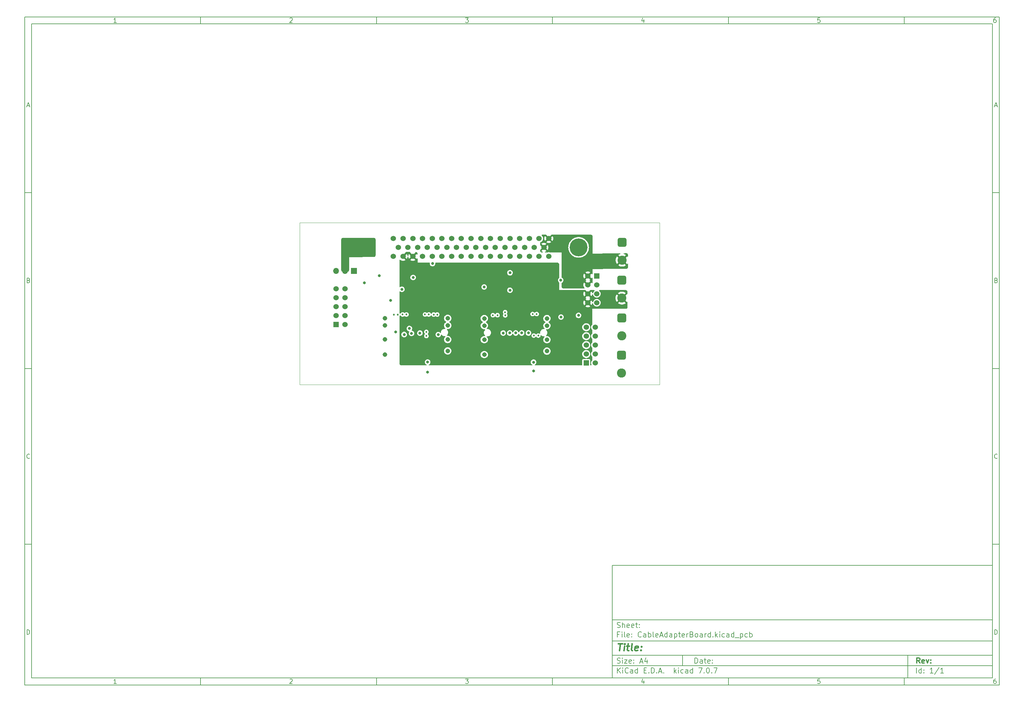
<source format=gbr>
%TF.GenerationSoftware,KiCad,Pcbnew,7.0.7*%
%TF.CreationDate,2023-10-12T14:51:16-07:00*%
%TF.ProjectId,CableAdapterBoard,4361626c-6541-4646-9170-746572426f61,rev?*%
%TF.SameCoordinates,Original*%
%TF.FileFunction,Copper,L3,Inr*%
%TF.FilePolarity,Positive*%
%FSLAX46Y46*%
G04 Gerber Fmt 4.6, Leading zero omitted, Abs format (unit mm)*
G04 Created by KiCad (PCBNEW 7.0.7) date 2023-10-12 14:51:16*
%MOMM*%
%LPD*%
G01*
G04 APERTURE LIST*
G04 Aperture macros list*
%AMRoundRect*
0 Rectangle with rounded corners*
0 $1 Rounding radius*
0 $2 $3 $4 $5 $6 $7 $8 $9 X,Y pos of 4 corners*
0 Add a 4 corners polygon primitive as box body*
4,1,4,$2,$3,$4,$5,$6,$7,$8,$9,$2,$3,0*
0 Add four circle primitives for the rounded corners*
1,1,$1+$1,$2,$3*
1,1,$1+$1,$4,$5*
1,1,$1+$1,$6,$7*
1,1,$1+$1,$8,$9*
0 Add four rect primitives between the rounded corners*
20,1,$1+$1,$2,$3,$4,$5,0*
20,1,$1+$1,$4,$5,$6,$7,0*
20,1,$1+$1,$6,$7,$8,$9,0*
20,1,$1+$1,$8,$9,$2,$3,0*%
G04 Aperture macros list end*
%ADD10C,0.100000*%
%ADD11C,0.150000*%
%ADD12C,0.300000*%
%ADD13C,0.400000*%
%TA.AperFunction,ComponentPad*%
%ADD14R,1.700000X1.700000*%
%TD*%
%TA.AperFunction,ComponentPad*%
%ADD15O,1.700000X1.700000*%
%TD*%
%TA.AperFunction,ComponentPad*%
%ADD16C,1.308000*%
%TD*%
%TA.AperFunction,ComponentPad*%
%ADD17R,1.530000X1.530000*%
%TD*%
%TA.AperFunction,ComponentPad*%
%ADD18C,1.530000*%
%TD*%
%TA.AperFunction,ComponentPad*%
%ADD19RoundRect,0.650000X-0.650000X0.650000X-0.650000X-0.650000X0.650000X-0.650000X0.650000X0.650000X0*%
%TD*%
%TA.AperFunction,ComponentPad*%
%ADD20C,2.600000*%
%TD*%
%TA.AperFunction,ComponentPad*%
%ADD21C,1.524000*%
%TD*%
%TA.AperFunction,ComponentPad*%
%ADD22C,5.080000*%
%TD*%
%TA.AperFunction,ViaPad*%
%ADD23C,0.800000*%
%TD*%
%TA.AperFunction,ViaPad*%
%ADD24C,0.520700*%
%TD*%
%TA.AperFunction,Profile*%
%ADD25C,0.100000*%
%TD*%
G04 APERTURE END LIST*
D10*
D11*
X177002200Y-166007200D02*
X285002200Y-166007200D01*
X285002200Y-198007200D01*
X177002200Y-198007200D01*
X177002200Y-166007200D01*
D10*
D11*
X10000000Y-10000000D02*
X287002200Y-10000000D01*
X287002200Y-200007200D01*
X10000000Y-200007200D01*
X10000000Y-10000000D01*
D10*
D11*
X12000000Y-12000000D02*
X285002200Y-12000000D01*
X285002200Y-198007200D01*
X12000000Y-198007200D01*
X12000000Y-12000000D01*
D10*
D11*
X60000000Y-12000000D02*
X60000000Y-10000000D01*
D10*
D11*
X110000000Y-12000000D02*
X110000000Y-10000000D01*
D10*
D11*
X160000000Y-12000000D02*
X160000000Y-10000000D01*
D10*
D11*
X210000000Y-12000000D02*
X210000000Y-10000000D01*
D10*
D11*
X260000000Y-12000000D02*
X260000000Y-10000000D01*
D10*
D11*
X36089160Y-11593604D02*
X35346303Y-11593604D01*
X35717731Y-11593604D02*
X35717731Y-10293604D01*
X35717731Y-10293604D02*
X35593922Y-10479319D01*
X35593922Y-10479319D02*
X35470112Y-10603128D01*
X35470112Y-10603128D02*
X35346303Y-10665033D01*
D10*
D11*
X85346303Y-10417414D02*
X85408207Y-10355509D01*
X85408207Y-10355509D02*
X85532017Y-10293604D01*
X85532017Y-10293604D02*
X85841541Y-10293604D01*
X85841541Y-10293604D02*
X85965350Y-10355509D01*
X85965350Y-10355509D02*
X86027255Y-10417414D01*
X86027255Y-10417414D02*
X86089160Y-10541223D01*
X86089160Y-10541223D02*
X86089160Y-10665033D01*
X86089160Y-10665033D02*
X86027255Y-10850747D01*
X86027255Y-10850747D02*
X85284398Y-11593604D01*
X85284398Y-11593604D02*
X86089160Y-11593604D01*
D10*
D11*
X135284398Y-10293604D02*
X136089160Y-10293604D01*
X136089160Y-10293604D02*
X135655826Y-10788842D01*
X135655826Y-10788842D02*
X135841541Y-10788842D01*
X135841541Y-10788842D02*
X135965350Y-10850747D01*
X135965350Y-10850747D02*
X136027255Y-10912652D01*
X136027255Y-10912652D02*
X136089160Y-11036461D01*
X136089160Y-11036461D02*
X136089160Y-11345985D01*
X136089160Y-11345985D02*
X136027255Y-11469795D01*
X136027255Y-11469795D02*
X135965350Y-11531700D01*
X135965350Y-11531700D02*
X135841541Y-11593604D01*
X135841541Y-11593604D02*
X135470112Y-11593604D01*
X135470112Y-11593604D02*
X135346303Y-11531700D01*
X135346303Y-11531700D02*
X135284398Y-11469795D01*
D10*
D11*
X185965350Y-10726938D02*
X185965350Y-11593604D01*
X185655826Y-10231700D02*
X185346303Y-11160271D01*
X185346303Y-11160271D02*
X186151064Y-11160271D01*
D10*
D11*
X236027255Y-10293604D02*
X235408207Y-10293604D01*
X235408207Y-10293604D02*
X235346303Y-10912652D01*
X235346303Y-10912652D02*
X235408207Y-10850747D01*
X235408207Y-10850747D02*
X235532017Y-10788842D01*
X235532017Y-10788842D02*
X235841541Y-10788842D01*
X235841541Y-10788842D02*
X235965350Y-10850747D01*
X235965350Y-10850747D02*
X236027255Y-10912652D01*
X236027255Y-10912652D02*
X236089160Y-11036461D01*
X236089160Y-11036461D02*
X236089160Y-11345985D01*
X236089160Y-11345985D02*
X236027255Y-11469795D01*
X236027255Y-11469795D02*
X235965350Y-11531700D01*
X235965350Y-11531700D02*
X235841541Y-11593604D01*
X235841541Y-11593604D02*
X235532017Y-11593604D01*
X235532017Y-11593604D02*
X235408207Y-11531700D01*
X235408207Y-11531700D02*
X235346303Y-11469795D01*
D10*
D11*
X285965350Y-10293604D02*
X285717731Y-10293604D01*
X285717731Y-10293604D02*
X285593922Y-10355509D01*
X285593922Y-10355509D02*
X285532017Y-10417414D01*
X285532017Y-10417414D02*
X285408207Y-10603128D01*
X285408207Y-10603128D02*
X285346303Y-10850747D01*
X285346303Y-10850747D02*
X285346303Y-11345985D01*
X285346303Y-11345985D02*
X285408207Y-11469795D01*
X285408207Y-11469795D02*
X285470112Y-11531700D01*
X285470112Y-11531700D02*
X285593922Y-11593604D01*
X285593922Y-11593604D02*
X285841541Y-11593604D01*
X285841541Y-11593604D02*
X285965350Y-11531700D01*
X285965350Y-11531700D02*
X286027255Y-11469795D01*
X286027255Y-11469795D02*
X286089160Y-11345985D01*
X286089160Y-11345985D02*
X286089160Y-11036461D01*
X286089160Y-11036461D02*
X286027255Y-10912652D01*
X286027255Y-10912652D02*
X285965350Y-10850747D01*
X285965350Y-10850747D02*
X285841541Y-10788842D01*
X285841541Y-10788842D02*
X285593922Y-10788842D01*
X285593922Y-10788842D02*
X285470112Y-10850747D01*
X285470112Y-10850747D02*
X285408207Y-10912652D01*
X285408207Y-10912652D02*
X285346303Y-11036461D01*
D10*
D11*
X60000000Y-198007200D02*
X60000000Y-200007200D01*
D10*
D11*
X110000000Y-198007200D02*
X110000000Y-200007200D01*
D10*
D11*
X160000000Y-198007200D02*
X160000000Y-200007200D01*
D10*
D11*
X210000000Y-198007200D02*
X210000000Y-200007200D01*
D10*
D11*
X260000000Y-198007200D02*
X260000000Y-200007200D01*
D10*
D11*
X36089160Y-199600804D02*
X35346303Y-199600804D01*
X35717731Y-199600804D02*
X35717731Y-198300804D01*
X35717731Y-198300804D02*
X35593922Y-198486519D01*
X35593922Y-198486519D02*
X35470112Y-198610328D01*
X35470112Y-198610328D02*
X35346303Y-198672233D01*
D10*
D11*
X85346303Y-198424614D02*
X85408207Y-198362709D01*
X85408207Y-198362709D02*
X85532017Y-198300804D01*
X85532017Y-198300804D02*
X85841541Y-198300804D01*
X85841541Y-198300804D02*
X85965350Y-198362709D01*
X85965350Y-198362709D02*
X86027255Y-198424614D01*
X86027255Y-198424614D02*
X86089160Y-198548423D01*
X86089160Y-198548423D02*
X86089160Y-198672233D01*
X86089160Y-198672233D02*
X86027255Y-198857947D01*
X86027255Y-198857947D02*
X85284398Y-199600804D01*
X85284398Y-199600804D02*
X86089160Y-199600804D01*
D10*
D11*
X135284398Y-198300804D02*
X136089160Y-198300804D01*
X136089160Y-198300804D02*
X135655826Y-198796042D01*
X135655826Y-198796042D02*
X135841541Y-198796042D01*
X135841541Y-198796042D02*
X135965350Y-198857947D01*
X135965350Y-198857947D02*
X136027255Y-198919852D01*
X136027255Y-198919852D02*
X136089160Y-199043661D01*
X136089160Y-199043661D02*
X136089160Y-199353185D01*
X136089160Y-199353185D02*
X136027255Y-199476995D01*
X136027255Y-199476995D02*
X135965350Y-199538900D01*
X135965350Y-199538900D02*
X135841541Y-199600804D01*
X135841541Y-199600804D02*
X135470112Y-199600804D01*
X135470112Y-199600804D02*
X135346303Y-199538900D01*
X135346303Y-199538900D02*
X135284398Y-199476995D01*
D10*
D11*
X185965350Y-198734138D02*
X185965350Y-199600804D01*
X185655826Y-198238900D02*
X185346303Y-199167471D01*
X185346303Y-199167471D02*
X186151064Y-199167471D01*
D10*
D11*
X236027255Y-198300804D02*
X235408207Y-198300804D01*
X235408207Y-198300804D02*
X235346303Y-198919852D01*
X235346303Y-198919852D02*
X235408207Y-198857947D01*
X235408207Y-198857947D02*
X235532017Y-198796042D01*
X235532017Y-198796042D02*
X235841541Y-198796042D01*
X235841541Y-198796042D02*
X235965350Y-198857947D01*
X235965350Y-198857947D02*
X236027255Y-198919852D01*
X236027255Y-198919852D02*
X236089160Y-199043661D01*
X236089160Y-199043661D02*
X236089160Y-199353185D01*
X236089160Y-199353185D02*
X236027255Y-199476995D01*
X236027255Y-199476995D02*
X235965350Y-199538900D01*
X235965350Y-199538900D02*
X235841541Y-199600804D01*
X235841541Y-199600804D02*
X235532017Y-199600804D01*
X235532017Y-199600804D02*
X235408207Y-199538900D01*
X235408207Y-199538900D02*
X235346303Y-199476995D01*
D10*
D11*
X285965350Y-198300804D02*
X285717731Y-198300804D01*
X285717731Y-198300804D02*
X285593922Y-198362709D01*
X285593922Y-198362709D02*
X285532017Y-198424614D01*
X285532017Y-198424614D02*
X285408207Y-198610328D01*
X285408207Y-198610328D02*
X285346303Y-198857947D01*
X285346303Y-198857947D02*
X285346303Y-199353185D01*
X285346303Y-199353185D02*
X285408207Y-199476995D01*
X285408207Y-199476995D02*
X285470112Y-199538900D01*
X285470112Y-199538900D02*
X285593922Y-199600804D01*
X285593922Y-199600804D02*
X285841541Y-199600804D01*
X285841541Y-199600804D02*
X285965350Y-199538900D01*
X285965350Y-199538900D02*
X286027255Y-199476995D01*
X286027255Y-199476995D02*
X286089160Y-199353185D01*
X286089160Y-199353185D02*
X286089160Y-199043661D01*
X286089160Y-199043661D02*
X286027255Y-198919852D01*
X286027255Y-198919852D02*
X285965350Y-198857947D01*
X285965350Y-198857947D02*
X285841541Y-198796042D01*
X285841541Y-198796042D02*
X285593922Y-198796042D01*
X285593922Y-198796042D02*
X285470112Y-198857947D01*
X285470112Y-198857947D02*
X285408207Y-198919852D01*
X285408207Y-198919852D02*
X285346303Y-199043661D01*
D10*
D11*
X10000000Y-60000000D02*
X12000000Y-60000000D01*
D10*
D11*
X10000000Y-110000000D02*
X12000000Y-110000000D01*
D10*
D11*
X10000000Y-160000000D02*
X12000000Y-160000000D01*
D10*
D11*
X10690476Y-35222176D02*
X11309523Y-35222176D01*
X10566666Y-35593604D02*
X10999999Y-34293604D01*
X10999999Y-34293604D02*
X11433333Y-35593604D01*
D10*
D11*
X11092857Y-84912652D02*
X11278571Y-84974557D01*
X11278571Y-84974557D02*
X11340476Y-85036461D01*
X11340476Y-85036461D02*
X11402380Y-85160271D01*
X11402380Y-85160271D02*
X11402380Y-85345985D01*
X11402380Y-85345985D02*
X11340476Y-85469795D01*
X11340476Y-85469795D02*
X11278571Y-85531700D01*
X11278571Y-85531700D02*
X11154761Y-85593604D01*
X11154761Y-85593604D02*
X10659523Y-85593604D01*
X10659523Y-85593604D02*
X10659523Y-84293604D01*
X10659523Y-84293604D02*
X11092857Y-84293604D01*
X11092857Y-84293604D02*
X11216666Y-84355509D01*
X11216666Y-84355509D02*
X11278571Y-84417414D01*
X11278571Y-84417414D02*
X11340476Y-84541223D01*
X11340476Y-84541223D02*
X11340476Y-84665033D01*
X11340476Y-84665033D02*
X11278571Y-84788842D01*
X11278571Y-84788842D02*
X11216666Y-84850747D01*
X11216666Y-84850747D02*
X11092857Y-84912652D01*
X11092857Y-84912652D02*
X10659523Y-84912652D01*
D10*
D11*
X11402380Y-135469795D02*
X11340476Y-135531700D01*
X11340476Y-135531700D02*
X11154761Y-135593604D01*
X11154761Y-135593604D02*
X11030952Y-135593604D01*
X11030952Y-135593604D02*
X10845238Y-135531700D01*
X10845238Y-135531700D02*
X10721428Y-135407890D01*
X10721428Y-135407890D02*
X10659523Y-135284080D01*
X10659523Y-135284080D02*
X10597619Y-135036461D01*
X10597619Y-135036461D02*
X10597619Y-134850747D01*
X10597619Y-134850747D02*
X10659523Y-134603128D01*
X10659523Y-134603128D02*
X10721428Y-134479319D01*
X10721428Y-134479319D02*
X10845238Y-134355509D01*
X10845238Y-134355509D02*
X11030952Y-134293604D01*
X11030952Y-134293604D02*
X11154761Y-134293604D01*
X11154761Y-134293604D02*
X11340476Y-134355509D01*
X11340476Y-134355509D02*
X11402380Y-134417414D01*
D10*
D11*
X10659523Y-185593604D02*
X10659523Y-184293604D01*
X10659523Y-184293604D02*
X10969047Y-184293604D01*
X10969047Y-184293604D02*
X11154761Y-184355509D01*
X11154761Y-184355509D02*
X11278571Y-184479319D01*
X11278571Y-184479319D02*
X11340476Y-184603128D01*
X11340476Y-184603128D02*
X11402380Y-184850747D01*
X11402380Y-184850747D02*
X11402380Y-185036461D01*
X11402380Y-185036461D02*
X11340476Y-185284080D01*
X11340476Y-185284080D02*
X11278571Y-185407890D01*
X11278571Y-185407890D02*
X11154761Y-185531700D01*
X11154761Y-185531700D02*
X10969047Y-185593604D01*
X10969047Y-185593604D02*
X10659523Y-185593604D01*
D10*
D11*
X287002200Y-60000000D02*
X285002200Y-60000000D01*
D10*
D11*
X287002200Y-110000000D02*
X285002200Y-110000000D01*
D10*
D11*
X287002200Y-160000000D02*
X285002200Y-160000000D01*
D10*
D11*
X285692676Y-35222176D02*
X286311723Y-35222176D01*
X285568866Y-35593604D02*
X286002199Y-34293604D01*
X286002199Y-34293604D02*
X286435533Y-35593604D01*
D10*
D11*
X286095057Y-84912652D02*
X286280771Y-84974557D01*
X286280771Y-84974557D02*
X286342676Y-85036461D01*
X286342676Y-85036461D02*
X286404580Y-85160271D01*
X286404580Y-85160271D02*
X286404580Y-85345985D01*
X286404580Y-85345985D02*
X286342676Y-85469795D01*
X286342676Y-85469795D02*
X286280771Y-85531700D01*
X286280771Y-85531700D02*
X286156961Y-85593604D01*
X286156961Y-85593604D02*
X285661723Y-85593604D01*
X285661723Y-85593604D02*
X285661723Y-84293604D01*
X285661723Y-84293604D02*
X286095057Y-84293604D01*
X286095057Y-84293604D02*
X286218866Y-84355509D01*
X286218866Y-84355509D02*
X286280771Y-84417414D01*
X286280771Y-84417414D02*
X286342676Y-84541223D01*
X286342676Y-84541223D02*
X286342676Y-84665033D01*
X286342676Y-84665033D02*
X286280771Y-84788842D01*
X286280771Y-84788842D02*
X286218866Y-84850747D01*
X286218866Y-84850747D02*
X286095057Y-84912652D01*
X286095057Y-84912652D02*
X285661723Y-84912652D01*
D10*
D11*
X286404580Y-135469795D02*
X286342676Y-135531700D01*
X286342676Y-135531700D02*
X286156961Y-135593604D01*
X286156961Y-135593604D02*
X286033152Y-135593604D01*
X286033152Y-135593604D02*
X285847438Y-135531700D01*
X285847438Y-135531700D02*
X285723628Y-135407890D01*
X285723628Y-135407890D02*
X285661723Y-135284080D01*
X285661723Y-135284080D02*
X285599819Y-135036461D01*
X285599819Y-135036461D02*
X285599819Y-134850747D01*
X285599819Y-134850747D02*
X285661723Y-134603128D01*
X285661723Y-134603128D02*
X285723628Y-134479319D01*
X285723628Y-134479319D02*
X285847438Y-134355509D01*
X285847438Y-134355509D02*
X286033152Y-134293604D01*
X286033152Y-134293604D02*
X286156961Y-134293604D01*
X286156961Y-134293604D02*
X286342676Y-134355509D01*
X286342676Y-134355509D02*
X286404580Y-134417414D01*
D10*
D11*
X285661723Y-185593604D02*
X285661723Y-184293604D01*
X285661723Y-184293604D02*
X285971247Y-184293604D01*
X285971247Y-184293604D02*
X286156961Y-184355509D01*
X286156961Y-184355509D02*
X286280771Y-184479319D01*
X286280771Y-184479319D02*
X286342676Y-184603128D01*
X286342676Y-184603128D02*
X286404580Y-184850747D01*
X286404580Y-184850747D02*
X286404580Y-185036461D01*
X286404580Y-185036461D02*
X286342676Y-185284080D01*
X286342676Y-185284080D02*
X286280771Y-185407890D01*
X286280771Y-185407890D02*
X286156961Y-185531700D01*
X286156961Y-185531700D02*
X285971247Y-185593604D01*
X285971247Y-185593604D02*
X285661723Y-185593604D01*
D10*
D11*
X200458026Y-193793328D02*
X200458026Y-192293328D01*
X200458026Y-192293328D02*
X200815169Y-192293328D01*
X200815169Y-192293328D02*
X201029455Y-192364757D01*
X201029455Y-192364757D02*
X201172312Y-192507614D01*
X201172312Y-192507614D02*
X201243741Y-192650471D01*
X201243741Y-192650471D02*
X201315169Y-192936185D01*
X201315169Y-192936185D02*
X201315169Y-193150471D01*
X201315169Y-193150471D02*
X201243741Y-193436185D01*
X201243741Y-193436185D02*
X201172312Y-193579042D01*
X201172312Y-193579042D02*
X201029455Y-193721900D01*
X201029455Y-193721900D02*
X200815169Y-193793328D01*
X200815169Y-193793328D02*
X200458026Y-193793328D01*
X202600884Y-193793328D02*
X202600884Y-193007614D01*
X202600884Y-193007614D02*
X202529455Y-192864757D01*
X202529455Y-192864757D02*
X202386598Y-192793328D01*
X202386598Y-192793328D02*
X202100884Y-192793328D01*
X202100884Y-192793328D02*
X201958026Y-192864757D01*
X202600884Y-193721900D02*
X202458026Y-193793328D01*
X202458026Y-193793328D02*
X202100884Y-193793328D01*
X202100884Y-193793328D02*
X201958026Y-193721900D01*
X201958026Y-193721900D02*
X201886598Y-193579042D01*
X201886598Y-193579042D02*
X201886598Y-193436185D01*
X201886598Y-193436185D02*
X201958026Y-193293328D01*
X201958026Y-193293328D02*
X202100884Y-193221900D01*
X202100884Y-193221900D02*
X202458026Y-193221900D01*
X202458026Y-193221900D02*
X202600884Y-193150471D01*
X203100884Y-192793328D02*
X203672312Y-192793328D01*
X203315169Y-192293328D02*
X203315169Y-193579042D01*
X203315169Y-193579042D02*
X203386598Y-193721900D01*
X203386598Y-193721900D02*
X203529455Y-193793328D01*
X203529455Y-193793328D02*
X203672312Y-193793328D01*
X204743741Y-193721900D02*
X204600884Y-193793328D01*
X204600884Y-193793328D02*
X204315170Y-193793328D01*
X204315170Y-193793328D02*
X204172312Y-193721900D01*
X204172312Y-193721900D02*
X204100884Y-193579042D01*
X204100884Y-193579042D02*
X204100884Y-193007614D01*
X204100884Y-193007614D02*
X204172312Y-192864757D01*
X204172312Y-192864757D02*
X204315170Y-192793328D01*
X204315170Y-192793328D02*
X204600884Y-192793328D01*
X204600884Y-192793328D02*
X204743741Y-192864757D01*
X204743741Y-192864757D02*
X204815170Y-193007614D01*
X204815170Y-193007614D02*
X204815170Y-193150471D01*
X204815170Y-193150471D02*
X204100884Y-193293328D01*
X205458026Y-193650471D02*
X205529455Y-193721900D01*
X205529455Y-193721900D02*
X205458026Y-193793328D01*
X205458026Y-193793328D02*
X205386598Y-193721900D01*
X205386598Y-193721900D02*
X205458026Y-193650471D01*
X205458026Y-193650471D02*
X205458026Y-193793328D01*
X205458026Y-192864757D02*
X205529455Y-192936185D01*
X205529455Y-192936185D02*
X205458026Y-193007614D01*
X205458026Y-193007614D02*
X205386598Y-192936185D01*
X205386598Y-192936185D02*
X205458026Y-192864757D01*
X205458026Y-192864757D02*
X205458026Y-193007614D01*
D10*
D11*
X177002200Y-194507200D02*
X285002200Y-194507200D01*
D10*
D11*
X178458026Y-196593328D02*
X178458026Y-195093328D01*
X179315169Y-196593328D02*
X178672312Y-195736185D01*
X179315169Y-195093328D02*
X178458026Y-195950471D01*
X179958026Y-196593328D02*
X179958026Y-195593328D01*
X179958026Y-195093328D02*
X179886598Y-195164757D01*
X179886598Y-195164757D02*
X179958026Y-195236185D01*
X179958026Y-195236185D02*
X180029455Y-195164757D01*
X180029455Y-195164757D02*
X179958026Y-195093328D01*
X179958026Y-195093328D02*
X179958026Y-195236185D01*
X181529455Y-196450471D02*
X181458027Y-196521900D01*
X181458027Y-196521900D02*
X181243741Y-196593328D01*
X181243741Y-196593328D02*
X181100884Y-196593328D01*
X181100884Y-196593328D02*
X180886598Y-196521900D01*
X180886598Y-196521900D02*
X180743741Y-196379042D01*
X180743741Y-196379042D02*
X180672312Y-196236185D01*
X180672312Y-196236185D02*
X180600884Y-195950471D01*
X180600884Y-195950471D02*
X180600884Y-195736185D01*
X180600884Y-195736185D02*
X180672312Y-195450471D01*
X180672312Y-195450471D02*
X180743741Y-195307614D01*
X180743741Y-195307614D02*
X180886598Y-195164757D01*
X180886598Y-195164757D02*
X181100884Y-195093328D01*
X181100884Y-195093328D02*
X181243741Y-195093328D01*
X181243741Y-195093328D02*
X181458027Y-195164757D01*
X181458027Y-195164757D02*
X181529455Y-195236185D01*
X182815170Y-196593328D02*
X182815170Y-195807614D01*
X182815170Y-195807614D02*
X182743741Y-195664757D01*
X182743741Y-195664757D02*
X182600884Y-195593328D01*
X182600884Y-195593328D02*
X182315170Y-195593328D01*
X182315170Y-195593328D02*
X182172312Y-195664757D01*
X182815170Y-196521900D02*
X182672312Y-196593328D01*
X182672312Y-196593328D02*
X182315170Y-196593328D01*
X182315170Y-196593328D02*
X182172312Y-196521900D01*
X182172312Y-196521900D02*
X182100884Y-196379042D01*
X182100884Y-196379042D02*
X182100884Y-196236185D01*
X182100884Y-196236185D02*
X182172312Y-196093328D01*
X182172312Y-196093328D02*
X182315170Y-196021900D01*
X182315170Y-196021900D02*
X182672312Y-196021900D01*
X182672312Y-196021900D02*
X182815170Y-195950471D01*
X184172313Y-196593328D02*
X184172313Y-195093328D01*
X184172313Y-196521900D02*
X184029455Y-196593328D01*
X184029455Y-196593328D02*
X183743741Y-196593328D01*
X183743741Y-196593328D02*
X183600884Y-196521900D01*
X183600884Y-196521900D02*
X183529455Y-196450471D01*
X183529455Y-196450471D02*
X183458027Y-196307614D01*
X183458027Y-196307614D02*
X183458027Y-195879042D01*
X183458027Y-195879042D02*
X183529455Y-195736185D01*
X183529455Y-195736185D02*
X183600884Y-195664757D01*
X183600884Y-195664757D02*
X183743741Y-195593328D01*
X183743741Y-195593328D02*
X184029455Y-195593328D01*
X184029455Y-195593328D02*
X184172313Y-195664757D01*
X186029455Y-195807614D02*
X186529455Y-195807614D01*
X186743741Y-196593328D02*
X186029455Y-196593328D01*
X186029455Y-196593328D02*
X186029455Y-195093328D01*
X186029455Y-195093328D02*
X186743741Y-195093328D01*
X187386598Y-196450471D02*
X187458027Y-196521900D01*
X187458027Y-196521900D02*
X187386598Y-196593328D01*
X187386598Y-196593328D02*
X187315170Y-196521900D01*
X187315170Y-196521900D02*
X187386598Y-196450471D01*
X187386598Y-196450471D02*
X187386598Y-196593328D01*
X188100884Y-196593328D02*
X188100884Y-195093328D01*
X188100884Y-195093328D02*
X188458027Y-195093328D01*
X188458027Y-195093328D02*
X188672313Y-195164757D01*
X188672313Y-195164757D02*
X188815170Y-195307614D01*
X188815170Y-195307614D02*
X188886599Y-195450471D01*
X188886599Y-195450471D02*
X188958027Y-195736185D01*
X188958027Y-195736185D02*
X188958027Y-195950471D01*
X188958027Y-195950471D02*
X188886599Y-196236185D01*
X188886599Y-196236185D02*
X188815170Y-196379042D01*
X188815170Y-196379042D02*
X188672313Y-196521900D01*
X188672313Y-196521900D02*
X188458027Y-196593328D01*
X188458027Y-196593328D02*
X188100884Y-196593328D01*
X189600884Y-196450471D02*
X189672313Y-196521900D01*
X189672313Y-196521900D02*
X189600884Y-196593328D01*
X189600884Y-196593328D02*
X189529456Y-196521900D01*
X189529456Y-196521900D02*
X189600884Y-196450471D01*
X189600884Y-196450471D02*
X189600884Y-196593328D01*
X190243742Y-196164757D02*
X190958028Y-196164757D01*
X190100885Y-196593328D02*
X190600885Y-195093328D01*
X190600885Y-195093328D02*
X191100885Y-196593328D01*
X191600884Y-196450471D02*
X191672313Y-196521900D01*
X191672313Y-196521900D02*
X191600884Y-196593328D01*
X191600884Y-196593328D02*
X191529456Y-196521900D01*
X191529456Y-196521900D02*
X191600884Y-196450471D01*
X191600884Y-196450471D02*
X191600884Y-196593328D01*
X194600884Y-196593328D02*
X194600884Y-195093328D01*
X194743742Y-196021900D02*
X195172313Y-196593328D01*
X195172313Y-195593328D02*
X194600884Y-196164757D01*
X195815170Y-196593328D02*
X195815170Y-195593328D01*
X195815170Y-195093328D02*
X195743742Y-195164757D01*
X195743742Y-195164757D02*
X195815170Y-195236185D01*
X195815170Y-195236185D02*
X195886599Y-195164757D01*
X195886599Y-195164757D02*
X195815170Y-195093328D01*
X195815170Y-195093328D02*
X195815170Y-195236185D01*
X197172314Y-196521900D02*
X197029456Y-196593328D01*
X197029456Y-196593328D02*
X196743742Y-196593328D01*
X196743742Y-196593328D02*
X196600885Y-196521900D01*
X196600885Y-196521900D02*
X196529456Y-196450471D01*
X196529456Y-196450471D02*
X196458028Y-196307614D01*
X196458028Y-196307614D02*
X196458028Y-195879042D01*
X196458028Y-195879042D02*
X196529456Y-195736185D01*
X196529456Y-195736185D02*
X196600885Y-195664757D01*
X196600885Y-195664757D02*
X196743742Y-195593328D01*
X196743742Y-195593328D02*
X197029456Y-195593328D01*
X197029456Y-195593328D02*
X197172314Y-195664757D01*
X198458028Y-196593328D02*
X198458028Y-195807614D01*
X198458028Y-195807614D02*
X198386599Y-195664757D01*
X198386599Y-195664757D02*
X198243742Y-195593328D01*
X198243742Y-195593328D02*
X197958028Y-195593328D01*
X197958028Y-195593328D02*
X197815170Y-195664757D01*
X198458028Y-196521900D02*
X198315170Y-196593328D01*
X198315170Y-196593328D02*
X197958028Y-196593328D01*
X197958028Y-196593328D02*
X197815170Y-196521900D01*
X197815170Y-196521900D02*
X197743742Y-196379042D01*
X197743742Y-196379042D02*
X197743742Y-196236185D01*
X197743742Y-196236185D02*
X197815170Y-196093328D01*
X197815170Y-196093328D02*
X197958028Y-196021900D01*
X197958028Y-196021900D02*
X198315170Y-196021900D01*
X198315170Y-196021900D02*
X198458028Y-195950471D01*
X199815171Y-196593328D02*
X199815171Y-195093328D01*
X199815171Y-196521900D02*
X199672313Y-196593328D01*
X199672313Y-196593328D02*
X199386599Y-196593328D01*
X199386599Y-196593328D02*
X199243742Y-196521900D01*
X199243742Y-196521900D02*
X199172313Y-196450471D01*
X199172313Y-196450471D02*
X199100885Y-196307614D01*
X199100885Y-196307614D02*
X199100885Y-195879042D01*
X199100885Y-195879042D02*
X199172313Y-195736185D01*
X199172313Y-195736185D02*
X199243742Y-195664757D01*
X199243742Y-195664757D02*
X199386599Y-195593328D01*
X199386599Y-195593328D02*
X199672313Y-195593328D01*
X199672313Y-195593328D02*
X199815171Y-195664757D01*
X201529456Y-195093328D02*
X202529456Y-195093328D01*
X202529456Y-195093328D02*
X201886599Y-196593328D01*
X203100884Y-196450471D02*
X203172313Y-196521900D01*
X203172313Y-196521900D02*
X203100884Y-196593328D01*
X203100884Y-196593328D02*
X203029456Y-196521900D01*
X203029456Y-196521900D02*
X203100884Y-196450471D01*
X203100884Y-196450471D02*
X203100884Y-196593328D01*
X204100885Y-195093328D02*
X204243742Y-195093328D01*
X204243742Y-195093328D02*
X204386599Y-195164757D01*
X204386599Y-195164757D02*
X204458028Y-195236185D01*
X204458028Y-195236185D02*
X204529456Y-195379042D01*
X204529456Y-195379042D02*
X204600885Y-195664757D01*
X204600885Y-195664757D02*
X204600885Y-196021900D01*
X204600885Y-196021900D02*
X204529456Y-196307614D01*
X204529456Y-196307614D02*
X204458028Y-196450471D01*
X204458028Y-196450471D02*
X204386599Y-196521900D01*
X204386599Y-196521900D02*
X204243742Y-196593328D01*
X204243742Y-196593328D02*
X204100885Y-196593328D01*
X204100885Y-196593328D02*
X203958028Y-196521900D01*
X203958028Y-196521900D02*
X203886599Y-196450471D01*
X203886599Y-196450471D02*
X203815170Y-196307614D01*
X203815170Y-196307614D02*
X203743742Y-196021900D01*
X203743742Y-196021900D02*
X203743742Y-195664757D01*
X203743742Y-195664757D02*
X203815170Y-195379042D01*
X203815170Y-195379042D02*
X203886599Y-195236185D01*
X203886599Y-195236185D02*
X203958028Y-195164757D01*
X203958028Y-195164757D02*
X204100885Y-195093328D01*
X205243741Y-196450471D02*
X205315170Y-196521900D01*
X205315170Y-196521900D02*
X205243741Y-196593328D01*
X205243741Y-196593328D02*
X205172313Y-196521900D01*
X205172313Y-196521900D02*
X205243741Y-196450471D01*
X205243741Y-196450471D02*
X205243741Y-196593328D01*
X205815170Y-195093328D02*
X206815170Y-195093328D01*
X206815170Y-195093328D02*
X206172313Y-196593328D01*
D10*
D11*
X177002200Y-191507200D02*
X285002200Y-191507200D01*
D10*
D12*
X264413853Y-193785528D02*
X263913853Y-193071242D01*
X263556710Y-193785528D02*
X263556710Y-192285528D01*
X263556710Y-192285528D02*
X264128139Y-192285528D01*
X264128139Y-192285528D02*
X264270996Y-192356957D01*
X264270996Y-192356957D02*
X264342425Y-192428385D01*
X264342425Y-192428385D02*
X264413853Y-192571242D01*
X264413853Y-192571242D02*
X264413853Y-192785528D01*
X264413853Y-192785528D02*
X264342425Y-192928385D01*
X264342425Y-192928385D02*
X264270996Y-192999814D01*
X264270996Y-192999814D02*
X264128139Y-193071242D01*
X264128139Y-193071242D02*
X263556710Y-193071242D01*
X265628139Y-193714100D02*
X265485282Y-193785528D01*
X265485282Y-193785528D02*
X265199568Y-193785528D01*
X265199568Y-193785528D02*
X265056710Y-193714100D01*
X265056710Y-193714100D02*
X264985282Y-193571242D01*
X264985282Y-193571242D02*
X264985282Y-192999814D01*
X264985282Y-192999814D02*
X265056710Y-192856957D01*
X265056710Y-192856957D02*
X265199568Y-192785528D01*
X265199568Y-192785528D02*
X265485282Y-192785528D01*
X265485282Y-192785528D02*
X265628139Y-192856957D01*
X265628139Y-192856957D02*
X265699568Y-192999814D01*
X265699568Y-192999814D02*
X265699568Y-193142671D01*
X265699568Y-193142671D02*
X264985282Y-193285528D01*
X266199567Y-192785528D02*
X266556710Y-193785528D01*
X266556710Y-193785528D02*
X266913853Y-192785528D01*
X267485281Y-193642671D02*
X267556710Y-193714100D01*
X267556710Y-193714100D02*
X267485281Y-193785528D01*
X267485281Y-193785528D02*
X267413853Y-193714100D01*
X267413853Y-193714100D02*
X267485281Y-193642671D01*
X267485281Y-193642671D02*
X267485281Y-193785528D01*
X267485281Y-192856957D02*
X267556710Y-192928385D01*
X267556710Y-192928385D02*
X267485281Y-192999814D01*
X267485281Y-192999814D02*
X267413853Y-192928385D01*
X267413853Y-192928385D02*
X267485281Y-192856957D01*
X267485281Y-192856957D02*
X267485281Y-192999814D01*
D10*
D11*
X178386598Y-193721900D02*
X178600884Y-193793328D01*
X178600884Y-193793328D02*
X178958026Y-193793328D01*
X178958026Y-193793328D02*
X179100884Y-193721900D01*
X179100884Y-193721900D02*
X179172312Y-193650471D01*
X179172312Y-193650471D02*
X179243741Y-193507614D01*
X179243741Y-193507614D02*
X179243741Y-193364757D01*
X179243741Y-193364757D02*
X179172312Y-193221900D01*
X179172312Y-193221900D02*
X179100884Y-193150471D01*
X179100884Y-193150471D02*
X178958026Y-193079042D01*
X178958026Y-193079042D02*
X178672312Y-193007614D01*
X178672312Y-193007614D02*
X178529455Y-192936185D01*
X178529455Y-192936185D02*
X178458026Y-192864757D01*
X178458026Y-192864757D02*
X178386598Y-192721900D01*
X178386598Y-192721900D02*
X178386598Y-192579042D01*
X178386598Y-192579042D02*
X178458026Y-192436185D01*
X178458026Y-192436185D02*
X178529455Y-192364757D01*
X178529455Y-192364757D02*
X178672312Y-192293328D01*
X178672312Y-192293328D02*
X179029455Y-192293328D01*
X179029455Y-192293328D02*
X179243741Y-192364757D01*
X179886597Y-193793328D02*
X179886597Y-192793328D01*
X179886597Y-192293328D02*
X179815169Y-192364757D01*
X179815169Y-192364757D02*
X179886597Y-192436185D01*
X179886597Y-192436185D02*
X179958026Y-192364757D01*
X179958026Y-192364757D02*
X179886597Y-192293328D01*
X179886597Y-192293328D02*
X179886597Y-192436185D01*
X180458026Y-192793328D02*
X181243741Y-192793328D01*
X181243741Y-192793328D02*
X180458026Y-193793328D01*
X180458026Y-193793328D02*
X181243741Y-193793328D01*
X182386598Y-193721900D02*
X182243741Y-193793328D01*
X182243741Y-193793328D02*
X181958027Y-193793328D01*
X181958027Y-193793328D02*
X181815169Y-193721900D01*
X181815169Y-193721900D02*
X181743741Y-193579042D01*
X181743741Y-193579042D02*
X181743741Y-193007614D01*
X181743741Y-193007614D02*
X181815169Y-192864757D01*
X181815169Y-192864757D02*
X181958027Y-192793328D01*
X181958027Y-192793328D02*
X182243741Y-192793328D01*
X182243741Y-192793328D02*
X182386598Y-192864757D01*
X182386598Y-192864757D02*
X182458027Y-193007614D01*
X182458027Y-193007614D02*
X182458027Y-193150471D01*
X182458027Y-193150471D02*
X181743741Y-193293328D01*
X183100883Y-193650471D02*
X183172312Y-193721900D01*
X183172312Y-193721900D02*
X183100883Y-193793328D01*
X183100883Y-193793328D02*
X183029455Y-193721900D01*
X183029455Y-193721900D02*
X183100883Y-193650471D01*
X183100883Y-193650471D02*
X183100883Y-193793328D01*
X183100883Y-192864757D02*
X183172312Y-192936185D01*
X183172312Y-192936185D02*
X183100883Y-193007614D01*
X183100883Y-193007614D02*
X183029455Y-192936185D01*
X183029455Y-192936185D02*
X183100883Y-192864757D01*
X183100883Y-192864757D02*
X183100883Y-193007614D01*
X184886598Y-193364757D02*
X185600884Y-193364757D01*
X184743741Y-193793328D02*
X185243741Y-192293328D01*
X185243741Y-192293328D02*
X185743741Y-193793328D01*
X186886598Y-192793328D02*
X186886598Y-193793328D01*
X186529455Y-192221900D02*
X186172312Y-193293328D01*
X186172312Y-193293328D02*
X187100883Y-193293328D01*
D10*
D11*
X263458026Y-196593328D02*
X263458026Y-195093328D01*
X264815170Y-196593328D02*
X264815170Y-195093328D01*
X264815170Y-196521900D02*
X264672312Y-196593328D01*
X264672312Y-196593328D02*
X264386598Y-196593328D01*
X264386598Y-196593328D02*
X264243741Y-196521900D01*
X264243741Y-196521900D02*
X264172312Y-196450471D01*
X264172312Y-196450471D02*
X264100884Y-196307614D01*
X264100884Y-196307614D02*
X264100884Y-195879042D01*
X264100884Y-195879042D02*
X264172312Y-195736185D01*
X264172312Y-195736185D02*
X264243741Y-195664757D01*
X264243741Y-195664757D02*
X264386598Y-195593328D01*
X264386598Y-195593328D02*
X264672312Y-195593328D01*
X264672312Y-195593328D02*
X264815170Y-195664757D01*
X265529455Y-196450471D02*
X265600884Y-196521900D01*
X265600884Y-196521900D02*
X265529455Y-196593328D01*
X265529455Y-196593328D02*
X265458027Y-196521900D01*
X265458027Y-196521900D02*
X265529455Y-196450471D01*
X265529455Y-196450471D02*
X265529455Y-196593328D01*
X265529455Y-195664757D02*
X265600884Y-195736185D01*
X265600884Y-195736185D02*
X265529455Y-195807614D01*
X265529455Y-195807614D02*
X265458027Y-195736185D01*
X265458027Y-195736185D02*
X265529455Y-195664757D01*
X265529455Y-195664757D02*
X265529455Y-195807614D01*
X268172313Y-196593328D02*
X267315170Y-196593328D01*
X267743741Y-196593328D02*
X267743741Y-195093328D01*
X267743741Y-195093328D02*
X267600884Y-195307614D01*
X267600884Y-195307614D02*
X267458027Y-195450471D01*
X267458027Y-195450471D02*
X267315170Y-195521900D01*
X269886598Y-195021900D02*
X268600884Y-196950471D01*
X271172313Y-196593328D02*
X270315170Y-196593328D01*
X270743741Y-196593328D02*
X270743741Y-195093328D01*
X270743741Y-195093328D02*
X270600884Y-195307614D01*
X270600884Y-195307614D02*
X270458027Y-195450471D01*
X270458027Y-195450471D02*
X270315170Y-195521900D01*
D10*
D11*
X177002200Y-187507200D02*
X285002200Y-187507200D01*
D10*
D13*
X178693928Y-188211638D02*
X179836785Y-188211638D01*
X179015357Y-190211638D02*
X179265357Y-188211638D01*
X180253452Y-190211638D02*
X180420119Y-188878304D01*
X180503452Y-188211638D02*
X180396309Y-188306876D01*
X180396309Y-188306876D02*
X180479643Y-188402114D01*
X180479643Y-188402114D02*
X180586786Y-188306876D01*
X180586786Y-188306876D02*
X180503452Y-188211638D01*
X180503452Y-188211638D02*
X180479643Y-188402114D01*
X181086786Y-188878304D02*
X181848690Y-188878304D01*
X181455833Y-188211638D02*
X181241548Y-189925923D01*
X181241548Y-189925923D02*
X181312976Y-190116400D01*
X181312976Y-190116400D02*
X181491548Y-190211638D01*
X181491548Y-190211638D02*
X181682024Y-190211638D01*
X182634405Y-190211638D02*
X182455833Y-190116400D01*
X182455833Y-190116400D02*
X182384405Y-189925923D01*
X182384405Y-189925923D02*
X182598690Y-188211638D01*
X184170119Y-190116400D02*
X183967738Y-190211638D01*
X183967738Y-190211638D02*
X183586785Y-190211638D01*
X183586785Y-190211638D02*
X183408214Y-190116400D01*
X183408214Y-190116400D02*
X183336785Y-189925923D01*
X183336785Y-189925923D02*
X183432024Y-189164019D01*
X183432024Y-189164019D02*
X183551071Y-188973542D01*
X183551071Y-188973542D02*
X183753452Y-188878304D01*
X183753452Y-188878304D02*
X184134404Y-188878304D01*
X184134404Y-188878304D02*
X184312976Y-188973542D01*
X184312976Y-188973542D02*
X184384404Y-189164019D01*
X184384404Y-189164019D02*
X184360595Y-189354495D01*
X184360595Y-189354495D02*
X183384404Y-189544971D01*
X185134405Y-190021161D02*
X185217738Y-190116400D01*
X185217738Y-190116400D02*
X185110595Y-190211638D01*
X185110595Y-190211638D02*
X185027262Y-190116400D01*
X185027262Y-190116400D02*
X185134405Y-190021161D01*
X185134405Y-190021161D02*
X185110595Y-190211638D01*
X185265357Y-188973542D02*
X185348690Y-189068780D01*
X185348690Y-189068780D02*
X185241548Y-189164019D01*
X185241548Y-189164019D02*
X185158214Y-189068780D01*
X185158214Y-189068780D02*
X185265357Y-188973542D01*
X185265357Y-188973542D02*
X185241548Y-189164019D01*
D10*
D11*
X178958026Y-185607614D02*
X178458026Y-185607614D01*
X178458026Y-186393328D02*
X178458026Y-184893328D01*
X178458026Y-184893328D02*
X179172312Y-184893328D01*
X179743740Y-186393328D02*
X179743740Y-185393328D01*
X179743740Y-184893328D02*
X179672312Y-184964757D01*
X179672312Y-184964757D02*
X179743740Y-185036185D01*
X179743740Y-185036185D02*
X179815169Y-184964757D01*
X179815169Y-184964757D02*
X179743740Y-184893328D01*
X179743740Y-184893328D02*
X179743740Y-185036185D01*
X180672312Y-186393328D02*
X180529455Y-186321900D01*
X180529455Y-186321900D02*
X180458026Y-186179042D01*
X180458026Y-186179042D02*
X180458026Y-184893328D01*
X181815169Y-186321900D02*
X181672312Y-186393328D01*
X181672312Y-186393328D02*
X181386598Y-186393328D01*
X181386598Y-186393328D02*
X181243740Y-186321900D01*
X181243740Y-186321900D02*
X181172312Y-186179042D01*
X181172312Y-186179042D02*
X181172312Y-185607614D01*
X181172312Y-185607614D02*
X181243740Y-185464757D01*
X181243740Y-185464757D02*
X181386598Y-185393328D01*
X181386598Y-185393328D02*
X181672312Y-185393328D01*
X181672312Y-185393328D02*
X181815169Y-185464757D01*
X181815169Y-185464757D02*
X181886598Y-185607614D01*
X181886598Y-185607614D02*
X181886598Y-185750471D01*
X181886598Y-185750471D02*
X181172312Y-185893328D01*
X182529454Y-186250471D02*
X182600883Y-186321900D01*
X182600883Y-186321900D02*
X182529454Y-186393328D01*
X182529454Y-186393328D02*
X182458026Y-186321900D01*
X182458026Y-186321900D02*
X182529454Y-186250471D01*
X182529454Y-186250471D02*
X182529454Y-186393328D01*
X182529454Y-185464757D02*
X182600883Y-185536185D01*
X182600883Y-185536185D02*
X182529454Y-185607614D01*
X182529454Y-185607614D02*
X182458026Y-185536185D01*
X182458026Y-185536185D02*
X182529454Y-185464757D01*
X182529454Y-185464757D02*
X182529454Y-185607614D01*
X185243740Y-186250471D02*
X185172312Y-186321900D01*
X185172312Y-186321900D02*
X184958026Y-186393328D01*
X184958026Y-186393328D02*
X184815169Y-186393328D01*
X184815169Y-186393328D02*
X184600883Y-186321900D01*
X184600883Y-186321900D02*
X184458026Y-186179042D01*
X184458026Y-186179042D02*
X184386597Y-186036185D01*
X184386597Y-186036185D02*
X184315169Y-185750471D01*
X184315169Y-185750471D02*
X184315169Y-185536185D01*
X184315169Y-185536185D02*
X184386597Y-185250471D01*
X184386597Y-185250471D02*
X184458026Y-185107614D01*
X184458026Y-185107614D02*
X184600883Y-184964757D01*
X184600883Y-184964757D02*
X184815169Y-184893328D01*
X184815169Y-184893328D02*
X184958026Y-184893328D01*
X184958026Y-184893328D02*
X185172312Y-184964757D01*
X185172312Y-184964757D02*
X185243740Y-185036185D01*
X186529455Y-186393328D02*
X186529455Y-185607614D01*
X186529455Y-185607614D02*
X186458026Y-185464757D01*
X186458026Y-185464757D02*
X186315169Y-185393328D01*
X186315169Y-185393328D02*
X186029455Y-185393328D01*
X186029455Y-185393328D02*
X185886597Y-185464757D01*
X186529455Y-186321900D02*
X186386597Y-186393328D01*
X186386597Y-186393328D02*
X186029455Y-186393328D01*
X186029455Y-186393328D02*
X185886597Y-186321900D01*
X185886597Y-186321900D02*
X185815169Y-186179042D01*
X185815169Y-186179042D02*
X185815169Y-186036185D01*
X185815169Y-186036185D02*
X185886597Y-185893328D01*
X185886597Y-185893328D02*
X186029455Y-185821900D01*
X186029455Y-185821900D02*
X186386597Y-185821900D01*
X186386597Y-185821900D02*
X186529455Y-185750471D01*
X187243740Y-186393328D02*
X187243740Y-184893328D01*
X187243740Y-185464757D02*
X187386598Y-185393328D01*
X187386598Y-185393328D02*
X187672312Y-185393328D01*
X187672312Y-185393328D02*
X187815169Y-185464757D01*
X187815169Y-185464757D02*
X187886598Y-185536185D01*
X187886598Y-185536185D02*
X187958026Y-185679042D01*
X187958026Y-185679042D02*
X187958026Y-186107614D01*
X187958026Y-186107614D02*
X187886598Y-186250471D01*
X187886598Y-186250471D02*
X187815169Y-186321900D01*
X187815169Y-186321900D02*
X187672312Y-186393328D01*
X187672312Y-186393328D02*
X187386598Y-186393328D01*
X187386598Y-186393328D02*
X187243740Y-186321900D01*
X188815169Y-186393328D02*
X188672312Y-186321900D01*
X188672312Y-186321900D02*
X188600883Y-186179042D01*
X188600883Y-186179042D02*
X188600883Y-184893328D01*
X189958026Y-186321900D02*
X189815169Y-186393328D01*
X189815169Y-186393328D02*
X189529455Y-186393328D01*
X189529455Y-186393328D02*
X189386597Y-186321900D01*
X189386597Y-186321900D02*
X189315169Y-186179042D01*
X189315169Y-186179042D02*
X189315169Y-185607614D01*
X189315169Y-185607614D02*
X189386597Y-185464757D01*
X189386597Y-185464757D02*
X189529455Y-185393328D01*
X189529455Y-185393328D02*
X189815169Y-185393328D01*
X189815169Y-185393328D02*
X189958026Y-185464757D01*
X189958026Y-185464757D02*
X190029455Y-185607614D01*
X190029455Y-185607614D02*
X190029455Y-185750471D01*
X190029455Y-185750471D02*
X189315169Y-185893328D01*
X190600883Y-185964757D02*
X191315169Y-185964757D01*
X190458026Y-186393328D02*
X190958026Y-184893328D01*
X190958026Y-184893328D02*
X191458026Y-186393328D01*
X192600883Y-186393328D02*
X192600883Y-184893328D01*
X192600883Y-186321900D02*
X192458025Y-186393328D01*
X192458025Y-186393328D02*
X192172311Y-186393328D01*
X192172311Y-186393328D02*
X192029454Y-186321900D01*
X192029454Y-186321900D02*
X191958025Y-186250471D01*
X191958025Y-186250471D02*
X191886597Y-186107614D01*
X191886597Y-186107614D02*
X191886597Y-185679042D01*
X191886597Y-185679042D02*
X191958025Y-185536185D01*
X191958025Y-185536185D02*
X192029454Y-185464757D01*
X192029454Y-185464757D02*
X192172311Y-185393328D01*
X192172311Y-185393328D02*
X192458025Y-185393328D01*
X192458025Y-185393328D02*
X192600883Y-185464757D01*
X193958026Y-186393328D02*
X193958026Y-185607614D01*
X193958026Y-185607614D02*
X193886597Y-185464757D01*
X193886597Y-185464757D02*
X193743740Y-185393328D01*
X193743740Y-185393328D02*
X193458026Y-185393328D01*
X193458026Y-185393328D02*
X193315168Y-185464757D01*
X193958026Y-186321900D02*
X193815168Y-186393328D01*
X193815168Y-186393328D02*
X193458026Y-186393328D01*
X193458026Y-186393328D02*
X193315168Y-186321900D01*
X193315168Y-186321900D02*
X193243740Y-186179042D01*
X193243740Y-186179042D02*
X193243740Y-186036185D01*
X193243740Y-186036185D02*
X193315168Y-185893328D01*
X193315168Y-185893328D02*
X193458026Y-185821900D01*
X193458026Y-185821900D02*
X193815168Y-185821900D01*
X193815168Y-185821900D02*
X193958026Y-185750471D01*
X194672311Y-185393328D02*
X194672311Y-186893328D01*
X194672311Y-185464757D02*
X194815169Y-185393328D01*
X194815169Y-185393328D02*
X195100883Y-185393328D01*
X195100883Y-185393328D02*
X195243740Y-185464757D01*
X195243740Y-185464757D02*
X195315169Y-185536185D01*
X195315169Y-185536185D02*
X195386597Y-185679042D01*
X195386597Y-185679042D02*
X195386597Y-186107614D01*
X195386597Y-186107614D02*
X195315169Y-186250471D01*
X195315169Y-186250471D02*
X195243740Y-186321900D01*
X195243740Y-186321900D02*
X195100883Y-186393328D01*
X195100883Y-186393328D02*
X194815169Y-186393328D01*
X194815169Y-186393328D02*
X194672311Y-186321900D01*
X195815169Y-185393328D02*
X196386597Y-185393328D01*
X196029454Y-184893328D02*
X196029454Y-186179042D01*
X196029454Y-186179042D02*
X196100883Y-186321900D01*
X196100883Y-186321900D02*
X196243740Y-186393328D01*
X196243740Y-186393328D02*
X196386597Y-186393328D01*
X197458026Y-186321900D02*
X197315169Y-186393328D01*
X197315169Y-186393328D02*
X197029455Y-186393328D01*
X197029455Y-186393328D02*
X196886597Y-186321900D01*
X196886597Y-186321900D02*
X196815169Y-186179042D01*
X196815169Y-186179042D02*
X196815169Y-185607614D01*
X196815169Y-185607614D02*
X196886597Y-185464757D01*
X196886597Y-185464757D02*
X197029455Y-185393328D01*
X197029455Y-185393328D02*
X197315169Y-185393328D01*
X197315169Y-185393328D02*
X197458026Y-185464757D01*
X197458026Y-185464757D02*
X197529455Y-185607614D01*
X197529455Y-185607614D02*
X197529455Y-185750471D01*
X197529455Y-185750471D02*
X196815169Y-185893328D01*
X198172311Y-186393328D02*
X198172311Y-185393328D01*
X198172311Y-185679042D02*
X198243740Y-185536185D01*
X198243740Y-185536185D02*
X198315169Y-185464757D01*
X198315169Y-185464757D02*
X198458026Y-185393328D01*
X198458026Y-185393328D02*
X198600883Y-185393328D01*
X199600882Y-185607614D02*
X199815168Y-185679042D01*
X199815168Y-185679042D02*
X199886597Y-185750471D01*
X199886597Y-185750471D02*
X199958025Y-185893328D01*
X199958025Y-185893328D02*
X199958025Y-186107614D01*
X199958025Y-186107614D02*
X199886597Y-186250471D01*
X199886597Y-186250471D02*
X199815168Y-186321900D01*
X199815168Y-186321900D02*
X199672311Y-186393328D01*
X199672311Y-186393328D02*
X199100882Y-186393328D01*
X199100882Y-186393328D02*
X199100882Y-184893328D01*
X199100882Y-184893328D02*
X199600882Y-184893328D01*
X199600882Y-184893328D02*
X199743740Y-184964757D01*
X199743740Y-184964757D02*
X199815168Y-185036185D01*
X199815168Y-185036185D02*
X199886597Y-185179042D01*
X199886597Y-185179042D02*
X199886597Y-185321900D01*
X199886597Y-185321900D02*
X199815168Y-185464757D01*
X199815168Y-185464757D02*
X199743740Y-185536185D01*
X199743740Y-185536185D02*
X199600882Y-185607614D01*
X199600882Y-185607614D02*
X199100882Y-185607614D01*
X200815168Y-186393328D02*
X200672311Y-186321900D01*
X200672311Y-186321900D02*
X200600882Y-186250471D01*
X200600882Y-186250471D02*
X200529454Y-186107614D01*
X200529454Y-186107614D02*
X200529454Y-185679042D01*
X200529454Y-185679042D02*
X200600882Y-185536185D01*
X200600882Y-185536185D02*
X200672311Y-185464757D01*
X200672311Y-185464757D02*
X200815168Y-185393328D01*
X200815168Y-185393328D02*
X201029454Y-185393328D01*
X201029454Y-185393328D02*
X201172311Y-185464757D01*
X201172311Y-185464757D02*
X201243740Y-185536185D01*
X201243740Y-185536185D02*
X201315168Y-185679042D01*
X201315168Y-185679042D02*
X201315168Y-186107614D01*
X201315168Y-186107614D02*
X201243740Y-186250471D01*
X201243740Y-186250471D02*
X201172311Y-186321900D01*
X201172311Y-186321900D02*
X201029454Y-186393328D01*
X201029454Y-186393328D02*
X200815168Y-186393328D01*
X202600883Y-186393328D02*
X202600883Y-185607614D01*
X202600883Y-185607614D02*
X202529454Y-185464757D01*
X202529454Y-185464757D02*
X202386597Y-185393328D01*
X202386597Y-185393328D02*
X202100883Y-185393328D01*
X202100883Y-185393328D02*
X201958025Y-185464757D01*
X202600883Y-186321900D02*
X202458025Y-186393328D01*
X202458025Y-186393328D02*
X202100883Y-186393328D01*
X202100883Y-186393328D02*
X201958025Y-186321900D01*
X201958025Y-186321900D02*
X201886597Y-186179042D01*
X201886597Y-186179042D02*
X201886597Y-186036185D01*
X201886597Y-186036185D02*
X201958025Y-185893328D01*
X201958025Y-185893328D02*
X202100883Y-185821900D01*
X202100883Y-185821900D02*
X202458025Y-185821900D01*
X202458025Y-185821900D02*
X202600883Y-185750471D01*
X203315168Y-186393328D02*
X203315168Y-185393328D01*
X203315168Y-185679042D02*
X203386597Y-185536185D01*
X203386597Y-185536185D02*
X203458026Y-185464757D01*
X203458026Y-185464757D02*
X203600883Y-185393328D01*
X203600883Y-185393328D02*
X203743740Y-185393328D01*
X204886597Y-186393328D02*
X204886597Y-184893328D01*
X204886597Y-186321900D02*
X204743739Y-186393328D01*
X204743739Y-186393328D02*
X204458025Y-186393328D01*
X204458025Y-186393328D02*
X204315168Y-186321900D01*
X204315168Y-186321900D02*
X204243739Y-186250471D01*
X204243739Y-186250471D02*
X204172311Y-186107614D01*
X204172311Y-186107614D02*
X204172311Y-185679042D01*
X204172311Y-185679042D02*
X204243739Y-185536185D01*
X204243739Y-185536185D02*
X204315168Y-185464757D01*
X204315168Y-185464757D02*
X204458025Y-185393328D01*
X204458025Y-185393328D02*
X204743739Y-185393328D01*
X204743739Y-185393328D02*
X204886597Y-185464757D01*
X205600882Y-186250471D02*
X205672311Y-186321900D01*
X205672311Y-186321900D02*
X205600882Y-186393328D01*
X205600882Y-186393328D02*
X205529454Y-186321900D01*
X205529454Y-186321900D02*
X205600882Y-186250471D01*
X205600882Y-186250471D02*
X205600882Y-186393328D01*
X206315168Y-186393328D02*
X206315168Y-184893328D01*
X206458026Y-185821900D02*
X206886597Y-186393328D01*
X206886597Y-185393328D02*
X206315168Y-185964757D01*
X207529454Y-186393328D02*
X207529454Y-185393328D01*
X207529454Y-184893328D02*
X207458026Y-184964757D01*
X207458026Y-184964757D02*
X207529454Y-185036185D01*
X207529454Y-185036185D02*
X207600883Y-184964757D01*
X207600883Y-184964757D02*
X207529454Y-184893328D01*
X207529454Y-184893328D02*
X207529454Y-185036185D01*
X208886598Y-186321900D02*
X208743740Y-186393328D01*
X208743740Y-186393328D02*
X208458026Y-186393328D01*
X208458026Y-186393328D02*
X208315169Y-186321900D01*
X208315169Y-186321900D02*
X208243740Y-186250471D01*
X208243740Y-186250471D02*
X208172312Y-186107614D01*
X208172312Y-186107614D02*
X208172312Y-185679042D01*
X208172312Y-185679042D02*
X208243740Y-185536185D01*
X208243740Y-185536185D02*
X208315169Y-185464757D01*
X208315169Y-185464757D02*
X208458026Y-185393328D01*
X208458026Y-185393328D02*
X208743740Y-185393328D01*
X208743740Y-185393328D02*
X208886598Y-185464757D01*
X210172312Y-186393328D02*
X210172312Y-185607614D01*
X210172312Y-185607614D02*
X210100883Y-185464757D01*
X210100883Y-185464757D02*
X209958026Y-185393328D01*
X209958026Y-185393328D02*
X209672312Y-185393328D01*
X209672312Y-185393328D02*
X209529454Y-185464757D01*
X210172312Y-186321900D02*
X210029454Y-186393328D01*
X210029454Y-186393328D02*
X209672312Y-186393328D01*
X209672312Y-186393328D02*
X209529454Y-186321900D01*
X209529454Y-186321900D02*
X209458026Y-186179042D01*
X209458026Y-186179042D02*
X209458026Y-186036185D01*
X209458026Y-186036185D02*
X209529454Y-185893328D01*
X209529454Y-185893328D02*
X209672312Y-185821900D01*
X209672312Y-185821900D02*
X210029454Y-185821900D01*
X210029454Y-185821900D02*
X210172312Y-185750471D01*
X211529455Y-186393328D02*
X211529455Y-184893328D01*
X211529455Y-186321900D02*
X211386597Y-186393328D01*
X211386597Y-186393328D02*
X211100883Y-186393328D01*
X211100883Y-186393328D02*
X210958026Y-186321900D01*
X210958026Y-186321900D02*
X210886597Y-186250471D01*
X210886597Y-186250471D02*
X210815169Y-186107614D01*
X210815169Y-186107614D02*
X210815169Y-185679042D01*
X210815169Y-185679042D02*
X210886597Y-185536185D01*
X210886597Y-185536185D02*
X210958026Y-185464757D01*
X210958026Y-185464757D02*
X211100883Y-185393328D01*
X211100883Y-185393328D02*
X211386597Y-185393328D01*
X211386597Y-185393328D02*
X211529455Y-185464757D01*
X211886598Y-186536185D02*
X213029455Y-186536185D01*
X213386597Y-185393328D02*
X213386597Y-186893328D01*
X213386597Y-185464757D02*
X213529455Y-185393328D01*
X213529455Y-185393328D02*
X213815169Y-185393328D01*
X213815169Y-185393328D02*
X213958026Y-185464757D01*
X213958026Y-185464757D02*
X214029455Y-185536185D01*
X214029455Y-185536185D02*
X214100883Y-185679042D01*
X214100883Y-185679042D02*
X214100883Y-186107614D01*
X214100883Y-186107614D02*
X214029455Y-186250471D01*
X214029455Y-186250471D02*
X213958026Y-186321900D01*
X213958026Y-186321900D02*
X213815169Y-186393328D01*
X213815169Y-186393328D02*
X213529455Y-186393328D01*
X213529455Y-186393328D02*
X213386597Y-186321900D01*
X215386598Y-186321900D02*
X215243740Y-186393328D01*
X215243740Y-186393328D02*
X214958026Y-186393328D01*
X214958026Y-186393328D02*
X214815169Y-186321900D01*
X214815169Y-186321900D02*
X214743740Y-186250471D01*
X214743740Y-186250471D02*
X214672312Y-186107614D01*
X214672312Y-186107614D02*
X214672312Y-185679042D01*
X214672312Y-185679042D02*
X214743740Y-185536185D01*
X214743740Y-185536185D02*
X214815169Y-185464757D01*
X214815169Y-185464757D02*
X214958026Y-185393328D01*
X214958026Y-185393328D02*
X215243740Y-185393328D01*
X215243740Y-185393328D02*
X215386598Y-185464757D01*
X216029454Y-186393328D02*
X216029454Y-184893328D01*
X216029454Y-185464757D02*
X216172312Y-185393328D01*
X216172312Y-185393328D02*
X216458026Y-185393328D01*
X216458026Y-185393328D02*
X216600883Y-185464757D01*
X216600883Y-185464757D02*
X216672312Y-185536185D01*
X216672312Y-185536185D02*
X216743740Y-185679042D01*
X216743740Y-185679042D02*
X216743740Y-186107614D01*
X216743740Y-186107614D02*
X216672312Y-186250471D01*
X216672312Y-186250471D02*
X216600883Y-186321900D01*
X216600883Y-186321900D02*
X216458026Y-186393328D01*
X216458026Y-186393328D02*
X216172312Y-186393328D01*
X216172312Y-186393328D02*
X216029454Y-186321900D01*
D10*
D11*
X177002200Y-181507200D02*
X285002200Y-181507200D01*
D10*
D11*
X178386598Y-183621900D02*
X178600884Y-183693328D01*
X178600884Y-183693328D02*
X178958026Y-183693328D01*
X178958026Y-183693328D02*
X179100884Y-183621900D01*
X179100884Y-183621900D02*
X179172312Y-183550471D01*
X179172312Y-183550471D02*
X179243741Y-183407614D01*
X179243741Y-183407614D02*
X179243741Y-183264757D01*
X179243741Y-183264757D02*
X179172312Y-183121900D01*
X179172312Y-183121900D02*
X179100884Y-183050471D01*
X179100884Y-183050471D02*
X178958026Y-182979042D01*
X178958026Y-182979042D02*
X178672312Y-182907614D01*
X178672312Y-182907614D02*
X178529455Y-182836185D01*
X178529455Y-182836185D02*
X178458026Y-182764757D01*
X178458026Y-182764757D02*
X178386598Y-182621900D01*
X178386598Y-182621900D02*
X178386598Y-182479042D01*
X178386598Y-182479042D02*
X178458026Y-182336185D01*
X178458026Y-182336185D02*
X178529455Y-182264757D01*
X178529455Y-182264757D02*
X178672312Y-182193328D01*
X178672312Y-182193328D02*
X179029455Y-182193328D01*
X179029455Y-182193328D02*
X179243741Y-182264757D01*
X179886597Y-183693328D02*
X179886597Y-182193328D01*
X180529455Y-183693328D02*
X180529455Y-182907614D01*
X180529455Y-182907614D02*
X180458026Y-182764757D01*
X180458026Y-182764757D02*
X180315169Y-182693328D01*
X180315169Y-182693328D02*
X180100883Y-182693328D01*
X180100883Y-182693328D02*
X179958026Y-182764757D01*
X179958026Y-182764757D02*
X179886597Y-182836185D01*
X181815169Y-183621900D02*
X181672312Y-183693328D01*
X181672312Y-183693328D02*
X181386598Y-183693328D01*
X181386598Y-183693328D02*
X181243740Y-183621900D01*
X181243740Y-183621900D02*
X181172312Y-183479042D01*
X181172312Y-183479042D02*
X181172312Y-182907614D01*
X181172312Y-182907614D02*
X181243740Y-182764757D01*
X181243740Y-182764757D02*
X181386598Y-182693328D01*
X181386598Y-182693328D02*
X181672312Y-182693328D01*
X181672312Y-182693328D02*
X181815169Y-182764757D01*
X181815169Y-182764757D02*
X181886598Y-182907614D01*
X181886598Y-182907614D02*
X181886598Y-183050471D01*
X181886598Y-183050471D02*
X181172312Y-183193328D01*
X183100883Y-183621900D02*
X182958026Y-183693328D01*
X182958026Y-183693328D02*
X182672312Y-183693328D01*
X182672312Y-183693328D02*
X182529454Y-183621900D01*
X182529454Y-183621900D02*
X182458026Y-183479042D01*
X182458026Y-183479042D02*
X182458026Y-182907614D01*
X182458026Y-182907614D02*
X182529454Y-182764757D01*
X182529454Y-182764757D02*
X182672312Y-182693328D01*
X182672312Y-182693328D02*
X182958026Y-182693328D01*
X182958026Y-182693328D02*
X183100883Y-182764757D01*
X183100883Y-182764757D02*
X183172312Y-182907614D01*
X183172312Y-182907614D02*
X183172312Y-183050471D01*
X183172312Y-183050471D02*
X182458026Y-183193328D01*
X183600883Y-182693328D02*
X184172311Y-182693328D01*
X183815168Y-182193328D02*
X183815168Y-183479042D01*
X183815168Y-183479042D02*
X183886597Y-183621900D01*
X183886597Y-183621900D02*
X184029454Y-183693328D01*
X184029454Y-183693328D02*
X184172311Y-183693328D01*
X184672311Y-183550471D02*
X184743740Y-183621900D01*
X184743740Y-183621900D02*
X184672311Y-183693328D01*
X184672311Y-183693328D02*
X184600883Y-183621900D01*
X184600883Y-183621900D02*
X184672311Y-183550471D01*
X184672311Y-183550471D02*
X184672311Y-183693328D01*
X184672311Y-182764757D02*
X184743740Y-182836185D01*
X184743740Y-182836185D02*
X184672311Y-182907614D01*
X184672311Y-182907614D02*
X184600883Y-182836185D01*
X184600883Y-182836185D02*
X184672311Y-182764757D01*
X184672311Y-182764757D02*
X184672311Y-182907614D01*
D10*
D12*
D10*
D11*
D10*
D11*
D10*
D11*
D10*
D11*
D10*
D11*
X197002200Y-191507200D02*
X197002200Y-194507200D01*
D10*
D11*
X261002200Y-191507200D02*
X261002200Y-198007200D01*
D14*
%TO.N,DGND*%
%TO.C,JP1*%
X103610000Y-82200000D03*
D15*
%TO.N,/d-sub-shield*%
X101070000Y-82200000D03*
%TO.N,AGND*%
X98530000Y-82200000D03*
%TD*%
D16*
%TO.N,DGND*%
%TO.C,J31*%
X158425000Y-105040000D03*
X158425000Y-101800000D03*
X158425000Y-97800000D03*
X158425000Y-95770000D03*
X140625000Y-95770000D03*
X140625000Y-97800000D03*
X140625000Y-101800000D03*
X140625000Y-106040000D03*
%TD*%
D17*
%TO.N,AGND*%
%TO.C,J2*%
X169595000Y-108422500D03*
D18*
%TO.N,unconnected-(J2-Pad02)*%
X169595000Y-105882500D03*
%TO.N,unconnected-(J2-Pad03)*%
X169595000Y-103342500D03*
%TO.N,unconnected-(J2-Pad04)*%
X169595000Y-100802500D03*
%TO.N,AGND*%
X169595000Y-98262500D03*
%TO.N,unconnected-(J2-Pad06)*%
X172135000Y-108422500D03*
%TO.N,unconnected-(J2-Pad07)*%
X172135000Y-105882500D03*
%TO.N,unconnected-(J2-Pad08)*%
X172135000Y-103342500D03*
%TO.N,/VDD2_Sense*%
X172135000Y-100802500D03*
%TO.N,/VDD1_Sense*%
X172135000Y-98262500D03*
%TD*%
D19*
%TO.N,DGND*%
%TO.C,TP4*%
X179600000Y-106220000D03*
D20*
%TO.N,/VDD2_Sense*%
X179600000Y-111300000D03*
%TD*%
D17*
%TO.N,AGND*%
%TO.C,J3*%
X98495000Y-97497500D03*
D18*
X98495000Y-94957500D03*
X98495000Y-92417500D03*
X98495000Y-89877500D03*
X98495000Y-87337500D03*
%TO.N,/HS_Vdiff*%
X101035000Y-97497500D03*
%TO.N,unconnected-(J3-Pad07)*%
X101035000Y-94957500D03*
%TO.N,/ADC_MON_VIN_P*%
X101035000Y-92417500D03*
%TO.N,/ADC_MON_VCOM*%
X101035000Y-89877500D03*
%TO.N,/ADC_MON_VIN_N*%
X101035000Y-87337500D03*
%TD*%
D19*
%TO.N,AGND*%
%TO.C,TP2*%
X179720000Y-84890000D03*
D20*
%TO.N,/VDD1*%
X179720000Y-89970000D03*
%TD*%
D19*
%TO.N,DGND*%
%TO.C,TP3*%
X179770000Y-74100000D03*
D20*
%TO.N,/VDD2*%
X179770000Y-79180000D03*
%TD*%
D16*
%TO.N,DGND*%
%TO.C,J21*%
X130225000Y-104990000D03*
X130225000Y-101750000D03*
X130225000Y-97750000D03*
X130225000Y-95720000D03*
X112425000Y-95720000D03*
X112425000Y-97750000D03*
X112425000Y-101750000D03*
X112425000Y-105990000D03*
%TD*%
D17*
%TO.N,AGND*%
%TO.C,J1*%
X172595000Y-83665000D03*
D18*
X172595000Y-86205000D03*
X172595000Y-88745000D03*
X172595000Y-91285000D03*
%TO.N,/VDD2*%
X170055000Y-83665000D03*
X170055000Y-86205000D03*
%TO.N,/VDD1*%
X170055000Y-88745000D03*
X170055000Y-91285000D03*
%TD*%
D21*
%TO.N,DGND*%
%TO.C,DSUB1*%
X158938600Y-78086500D03*
%TO.N,/RD_CLK_P*%
X156195400Y-78086500D03*
%TO.N,DGND*%
X153426800Y-78086500D03*
%TO.N,/DATA_OUT_1_P*%
X150658200Y-78086500D03*
%TO.N,DGND*%
X147915000Y-78086500D03*
%TO.N,/DATA_OUT_0_P*%
X145146400Y-78086500D03*
%TO.N,DGND*%
X142377800Y-78086500D03*
%TO.N,/ASIC_SR0_P*%
X139634600Y-78086500D03*
%TO.N,DGND*%
X136866000Y-78086500D03*
%TO.N,/WORD_CLK_0_N*%
X134097400Y-78086500D03*
%TO.N,/WORD_CLK_0_P*%
X131354200Y-78086500D03*
%TO.N,DGND*%
X128585600Y-78086500D03*
%TO.N,AGND*%
X125817000Y-78086500D03*
%TO.N,/HS_Vdiff*%
X123073800Y-78086500D03*
%TO.N,/VDD1*%
X120305200Y-78086500D03*
X117536600Y-78086500D03*
%TO.N,AGND*%
X114793400Y-78086500D03*
%TO.N,/VDD2*%
X157567000Y-75546500D03*
%TO.N,/RD_CLK_N*%
X154798400Y-75546500D03*
%TO.N,DGND*%
X152055200Y-75546500D03*
%TO.N,/DATA_OUT_1_N*%
X149286600Y-75546500D03*
%TO.N,DGND*%
X146518000Y-75546500D03*
%TO.N,/DATA_OUT_0_N*%
X143749400Y-75546500D03*
%TO.N,/ASIC_GR*%
X141006200Y-75546500D03*
%TO.N,/ASIC_SR0_N*%
X138237600Y-75546500D03*
%TO.N,DGND*%
X135469000Y-75546500D03*
%TO.N,/SACI_CMD_P*%
X132725800Y-75546500D03*
%TO.N,DGND*%
X129957200Y-75546500D03*
%TO.N,/SACI_CLK_P*%
X127188600Y-75546500D03*
%TO.N,/ASIC_SACI_SEL*%
X124445400Y-75546500D03*
%TO.N,AGND*%
X121676800Y-75546500D03*
%TO.N,/ADC_MON_VIN_P*%
X118908200Y-75546500D03*
%TO.N,AGND*%
X116165000Y-75546500D03*
%TO.N,/VDD2*%
X158938600Y-73006500D03*
%TO.N,/ASIC_SampClkEn_P*%
X156195400Y-73006500D03*
%TO.N,/ASIC_SampClkEn_N*%
X153426800Y-73006500D03*
%TO.N,/VDD2_Sense*%
X150658200Y-73006500D03*
%TO.N,DGND*%
X147915000Y-73006500D03*
%TO.N,/SACI_RESP_P*%
X145146400Y-73006500D03*
%TO.N,/SACI_RESP_N*%
X142377800Y-73006500D03*
%TO.N,DGND*%
X139634600Y-73006500D03*
X136866000Y-73006500D03*
%TO.N,/ASIC_PULSE*%
X134097400Y-73006500D03*
%TO.N,/SACI_CMD_N*%
X131354200Y-73006500D03*
%TO.N,DGND*%
X128585600Y-73006500D03*
%TO.N,/SACI_CLK_N*%
X125817000Y-73006500D03*
%TO.N,AGND*%
X123073800Y-73006500D03*
%TO.N,/ADC_MON_VCOM*%
X120305200Y-73006500D03*
%TO.N,/ADC_MON_VIN_N*%
X117536600Y-73006500D03*
%TO.N,/VDD1_Sense*%
X114793400Y-73006500D03*
D22*
%TO.N,/d-sub-shield*%
X106309800Y-75546500D03*
X167422200Y-75546500D03*
%TD*%
D19*
%TO.N,AGND*%
%TO.C,TP1*%
X179670000Y-95630000D03*
D20*
%TO.N,/VDD1_Sense*%
X179670000Y-100710000D03*
%TD*%
D23*
%TO.N,DGND*%
X147920000Y-87730000D03*
X162420000Y-95360000D03*
X145980000Y-99900000D03*
X110800000Y-83560000D03*
X115460000Y-99620000D03*
X114000000Y-90600000D03*
X140580000Y-86820000D03*
X125910000Y-80150000D03*
X162330000Y-84880000D03*
X117200000Y-87460000D03*
X124520000Y-108170000D03*
X147920000Y-82770000D03*
X154610000Y-108190000D03*
X120390000Y-84110000D03*
X153170000Y-99890000D03*
X122320000Y-99900000D03*
X149560000Y-99890000D03*
X119350000Y-98620000D03*
X151260000Y-99890000D03*
X147840000Y-99890000D03*
D24*
%TO.N,/RD_CLK_P*%
X144370000Y-94817500D03*
%TO.N,/DATA_OUT_1_P*%
X155970000Y-100620000D03*
%TO.N,/DATA_OUT_0_P*%
X155510001Y-94499989D03*
%TO.N,/ASIC_SR0_P*%
X116065005Y-94654990D03*
%TO.N,/WORD_CLK_0_N*%
X146540000Y-93970000D03*
%TO.N,/WORD_CLK_0_P*%
X146570000Y-94880000D03*
D23*
%TO.N,AGND*%
X167390000Y-94890000D03*
X154600000Y-110660000D03*
X106540000Y-85610000D03*
X124450000Y-111020000D03*
D24*
%TO.N,/RD_CLK_N*%
X143070000Y-94827500D03*
%TO.N,/DATA_OUT_1_N*%
X154700000Y-100620000D03*
%TO.N,/DATA_OUT_0_N*%
X154359991Y-94499989D03*
D23*
%TO.N,/ASIC_GR*%
X119950000Y-100000000D03*
D24*
%TO.N,/ASIC_SR0_N*%
X114965007Y-94654990D03*
%TO.N,/SACI_CMD_P*%
X124850000Y-94630000D03*
%TO.N,/SACI_CLK_P*%
X118489990Y-94620000D03*
D23*
%TO.N,/ASIC_SACI_SEL*%
X127536378Y-100346378D03*
D24*
%TO.N,/ASIC_SampClkEn_P*%
X124150000Y-99570000D03*
%TO.N,/ASIC_SampClkEn_N*%
X124170000Y-100730000D03*
%TO.N,/SACI_RESP_P*%
X127250011Y-94647504D03*
%TO.N,/SACI_RESP_N*%
X126229998Y-94647504D03*
D23*
%TO.N,/ASIC_PULSE*%
X117850000Y-100320000D03*
D24*
%TO.N,/SACI_CMD_N*%
X123770000Y-94620000D03*
%TO.N,/SACI_CLK_N*%
X117400000Y-94620000D03*
%TD*%
%TA.AperFunction,Conductor*%
%TO.N,/d-sub-shield*%
G36*
X109226097Y-72810540D02*
G01*
X109278934Y-72817495D01*
X109337037Y-72825145D01*
X109368799Y-72833655D01*
X109460679Y-72871713D01*
X109489158Y-72888156D01*
X109568053Y-72948694D01*
X109591305Y-72971946D01*
X109651841Y-73050837D01*
X109668288Y-73079323D01*
X109706342Y-73171194D01*
X109714855Y-73202965D01*
X109729460Y-73313901D01*
X109730000Y-73322133D01*
X109730000Y-77782583D01*
X109729467Y-77790766D01*
X109715032Y-77901066D01*
X109706618Y-77932663D01*
X109668999Y-78024084D01*
X109652736Y-78052455D01*
X109592859Y-78131115D01*
X109569845Y-78154343D01*
X109491745Y-78214946D01*
X109463529Y-78231470D01*
X109372465Y-78269935D01*
X109340946Y-78278643D01*
X109230786Y-78294100D01*
X109222608Y-78294710D01*
X102693289Y-78355327D01*
X102693284Y-78355327D01*
X102190000Y-78360000D01*
X102190000Y-78863303D01*
X102189999Y-78863310D01*
X102189999Y-81967866D01*
X102189459Y-81976097D01*
X102174855Y-82087033D01*
X102166342Y-82118805D01*
X102128288Y-82210676D01*
X102111841Y-82239162D01*
X102051308Y-82318050D01*
X102028050Y-82341308D01*
X101949162Y-82401841D01*
X101920676Y-82418288D01*
X101828805Y-82456342D01*
X101797034Y-82464855D01*
X101686098Y-82479460D01*
X101677866Y-82480000D01*
X100482134Y-82480000D01*
X100473902Y-82479460D01*
X100362965Y-82464855D01*
X100331194Y-82456342D01*
X100239323Y-82418288D01*
X100210839Y-82401842D01*
X100131946Y-82341305D01*
X100108694Y-82318053D01*
X100048156Y-82239158D01*
X100031713Y-82210679D01*
X99993655Y-82118799D01*
X99985145Y-82087037D01*
X99977495Y-82028934D01*
X99970540Y-81976097D01*
X99970000Y-81967866D01*
X99970000Y-73322133D01*
X99970540Y-73313902D01*
X99975993Y-73272479D01*
X99985145Y-73202960D01*
X99993654Y-73171202D01*
X100031714Y-73079316D01*
X100048153Y-73050844D01*
X100108698Y-72971941D01*
X100131941Y-72948698D01*
X100210844Y-72888153D01*
X100239316Y-72871714D01*
X100331202Y-72833654D01*
X100362960Y-72825145D01*
X100425994Y-72816846D01*
X100473903Y-72810540D01*
X100482134Y-72810000D01*
X109217866Y-72810000D01*
X109226097Y-72810540D01*
G37*
%TD.AperFunction*%
%TD*%
%TA.AperFunction,Conductor*%
%TO.N,/VDD1*%
G36*
X169384437Y-87715340D02*
G01*
X169387674Y-87718464D01*
X169790261Y-88121051D01*
X169824287Y-88183363D01*
X169819222Y-88254178D01*
X169781877Y-88304064D01*
X169783249Y-88305647D01*
X169665604Y-88407587D01*
X169629940Y-88463082D01*
X169576284Y-88509575D01*
X169506010Y-88519678D01*
X169441429Y-88490185D01*
X169434847Y-88484056D01*
X168993030Y-88042239D01*
X168948339Y-88106067D01*
X168854203Y-88307942D01*
X168854201Y-88307946D01*
X168796551Y-88523102D01*
X168777137Y-88745000D01*
X168796551Y-88966897D01*
X168854201Y-89182053D01*
X168854203Y-89182058D01*
X168948340Y-89383937D01*
X168948341Y-89383938D01*
X168993028Y-89447758D01*
X168993030Y-89447758D01*
X169434845Y-89005942D01*
X169497158Y-88971917D01*
X169567973Y-88976981D01*
X169624809Y-89019528D01*
X169629939Y-89026916D01*
X169665604Y-89082412D01*
X169783249Y-89184353D01*
X169780821Y-89187154D01*
X169815804Y-89227567D01*
X169825874Y-89297846D01*
X169796349Y-89362412D01*
X169790260Y-89368948D01*
X169352240Y-89806967D01*
X169352240Y-89806969D01*
X169416067Y-89851661D01*
X169521456Y-89900805D01*
X169574741Y-89947722D01*
X169594202Y-90015999D01*
X169573660Y-90083959D01*
X169521456Y-90129195D01*
X169416067Y-90178339D01*
X169352240Y-90223030D01*
X169790261Y-90661050D01*
X169824286Y-90723363D01*
X169819222Y-90794178D01*
X169781877Y-90844064D01*
X169783249Y-90845647D01*
X169665604Y-90947587D01*
X169629940Y-91003082D01*
X169576284Y-91049575D01*
X169506010Y-91059678D01*
X169441429Y-91030185D01*
X169434847Y-91024056D01*
X168993030Y-90582239D01*
X168948339Y-90646067D01*
X168854203Y-90847942D01*
X168854201Y-90847946D01*
X168796551Y-91063102D01*
X168777137Y-91284999D01*
X168796551Y-91506897D01*
X168854201Y-91722053D01*
X168854203Y-91722058D01*
X168948340Y-91923937D01*
X168948341Y-91923938D01*
X168993028Y-91987758D01*
X168993030Y-91987758D01*
X169434845Y-91545942D01*
X169497158Y-91511917D01*
X169567973Y-91516981D01*
X169624809Y-91559528D01*
X169629939Y-91566916D01*
X169665605Y-91622413D01*
X169713496Y-91663911D01*
X169783249Y-91724353D01*
X169780821Y-91727154D01*
X169815804Y-91767567D01*
X169825874Y-91837846D01*
X169796349Y-91902412D01*
X169790260Y-91908948D01*
X169352240Y-92346967D01*
X169352240Y-92346969D01*
X169416067Y-92391661D01*
X169617941Y-92485796D01*
X169617946Y-92485798D01*
X169833102Y-92543448D01*
X170055000Y-92562862D01*
X170276897Y-92543448D01*
X170492053Y-92485798D01*
X170492058Y-92485796D01*
X170693931Y-92391662D01*
X170757758Y-92346969D01*
X170757758Y-92346968D01*
X170319738Y-91908949D01*
X170285713Y-91846636D01*
X170290777Y-91775821D01*
X170328121Y-91725934D01*
X170326751Y-91724353D01*
X170358816Y-91696568D01*
X170444395Y-91622413D01*
X170480061Y-91566916D01*
X170533713Y-91520425D01*
X170603987Y-91510320D01*
X170668568Y-91539813D01*
X170675152Y-91545943D01*
X171116967Y-91987758D01*
X171116969Y-91987758D01*
X171161662Y-91923931D01*
X171255796Y-91722058D01*
X171255798Y-91722053D01*
X171307313Y-91529795D01*
X171344264Y-91469172D01*
X171408125Y-91438151D01*
X171478619Y-91446579D01*
X171533367Y-91491782D01*
X171549592Y-91525824D01*
X171589099Y-91656060D01*
X171601387Y-91696569D01*
X171644913Y-91778000D01*
X171700772Y-91882504D01*
X171834522Y-92045478D01*
X171997496Y-92179228D01*
X172183432Y-92278613D01*
X172385184Y-92339814D01*
X172385190Y-92339814D01*
X172385192Y-92339815D01*
X172594997Y-92360479D01*
X172595000Y-92360479D01*
X172595003Y-92360479D01*
X172804807Y-92339815D01*
X172804807Y-92339814D01*
X172804816Y-92339814D01*
X173006568Y-92278613D01*
X173192504Y-92179228D01*
X173355478Y-92045478D01*
X173489228Y-91882504D01*
X173588613Y-91696568D01*
X173649814Y-91494816D01*
X173670479Y-91285000D01*
X173649814Y-91075184D01*
X173588613Y-90873432D01*
X173489228Y-90687496D01*
X173355478Y-90524522D01*
X173192504Y-90390772D01*
X173123709Y-90354000D01*
X173006569Y-90291387D01*
X172947347Y-90273422D01*
X172804816Y-90230186D01*
X172804812Y-90230185D01*
X172804807Y-90230184D01*
X172595003Y-90209521D01*
X172594997Y-90209521D01*
X172385192Y-90230184D01*
X172385186Y-90230185D01*
X172385184Y-90230186D01*
X172323308Y-90248956D01*
X172183430Y-90291387D01*
X171997495Y-90390772D01*
X171834522Y-90524522D01*
X171700772Y-90687495D01*
X171601387Y-90873430D01*
X171578892Y-90947587D01*
X171549593Y-91044170D01*
X171510679Y-91103550D01*
X171445838Y-91132466D01*
X171375657Y-91121735D01*
X171322418Y-91074765D01*
X171307313Y-91040204D01*
X171255798Y-90847946D01*
X171255796Y-90847942D01*
X171161660Y-90646066D01*
X171116968Y-90582239D01*
X170675152Y-91024056D01*
X170612840Y-91058082D01*
X170542025Y-91053017D01*
X170485189Y-91010470D01*
X170480059Y-91003081D01*
X170444396Y-90947588D01*
X170444395Y-90947587D01*
X170326751Y-90845647D01*
X170329183Y-90842839D01*
X170294218Y-90802486D01*
X170284116Y-90732212D01*
X170313610Y-90667631D01*
X170319738Y-90661050D01*
X170757758Y-90223030D01*
X170757758Y-90223028D01*
X170693938Y-90178341D01*
X170693937Y-90178340D01*
X170588543Y-90129195D01*
X170535258Y-90082278D01*
X170515797Y-90014001D01*
X170536339Y-89946041D01*
X170588544Y-89900805D01*
X170693927Y-89851664D01*
X170693930Y-89851662D01*
X170757758Y-89806969D01*
X170757758Y-89806968D01*
X170319738Y-89368949D01*
X170285713Y-89306636D01*
X170290777Y-89235821D01*
X170328121Y-89185934D01*
X170326751Y-89184353D01*
X170358816Y-89156568D01*
X170444395Y-89082413D01*
X170480061Y-89026916D01*
X170533713Y-88980425D01*
X170603987Y-88970320D01*
X170668568Y-88999813D01*
X170675152Y-89005943D01*
X171116967Y-89447758D01*
X171116969Y-89447758D01*
X171161662Y-89383931D01*
X171255796Y-89182058D01*
X171255798Y-89182053D01*
X171307313Y-88989795D01*
X171344264Y-88929172D01*
X171408125Y-88898151D01*
X171478619Y-88906579D01*
X171533367Y-88951782D01*
X171549592Y-88985824D01*
X171589099Y-89116060D01*
X171601387Y-89156569D01*
X171688743Y-89320000D01*
X171700772Y-89342504D01*
X171834522Y-89505478D01*
X171997496Y-89639228D01*
X172183432Y-89738613D01*
X172385184Y-89799814D01*
X172385190Y-89799814D01*
X172385192Y-89799815D01*
X172594997Y-89820479D01*
X172595000Y-89820479D01*
X172595003Y-89820479D01*
X172804807Y-89799815D01*
X172804807Y-89799814D01*
X172804816Y-89799814D01*
X173006568Y-89738613D01*
X173192504Y-89639228D01*
X173355478Y-89505478D01*
X173489228Y-89342504D01*
X173588613Y-89156568D01*
X173649814Y-88954816D01*
X173656686Y-88885045D01*
X173670479Y-88745003D01*
X173670479Y-88744996D01*
X173649815Y-88535192D01*
X173649814Y-88535190D01*
X173649814Y-88535184D01*
X173588613Y-88333432D01*
X173489228Y-88147496D01*
X173355478Y-87984522D01*
X173268815Y-87913399D01*
X173228846Y-87854722D01*
X173226946Y-87783751D01*
X173263717Y-87723018D01*
X173327485Y-87691807D01*
X173348749Y-87690000D01*
X180817866Y-87690000D01*
X180826097Y-87690540D01*
X180878934Y-87697495D01*
X180937037Y-87705145D01*
X180968799Y-87713655D01*
X181060679Y-87751713D01*
X181089158Y-87768156D01*
X181168053Y-87828694D01*
X181191305Y-87851946D01*
X181227037Y-87898512D01*
X181251841Y-87930837D01*
X181268288Y-87959323D01*
X181306342Y-88051194D01*
X181314855Y-88082965D01*
X181329460Y-88193901D01*
X181330000Y-88202133D01*
X181330000Y-88759243D01*
X181309998Y-88827364D01*
X181256342Y-88873857D01*
X181196935Y-88885045D01*
X181165906Y-88883302D01*
X180441628Y-89607580D01*
X180379316Y-89641605D01*
X180308500Y-89636540D01*
X180251665Y-89593993D01*
X180246147Y-89585997D01*
X180224814Y-89552381D01*
X180105092Y-89439955D01*
X180100341Y-89436503D01*
X180056990Y-89380279D01*
X180050918Y-89309542D01*
X180084053Y-89246752D01*
X180085312Y-89245475D01*
X180807543Y-88523245D01*
X180807543Y-88523244D01*
X180626537Y-88399836D01*
X180626529Y-88399831D01*
X180382397Y-88282264D01*
X180123452Y-88202388D01*
X180123444Y-88202387D01*
X179855487Y-88162000D01*
X179584513Y-88162000D01*
X179316555Y-88202387D01*
X179316547Y-88202388D01*
X179057602Y-88282264D01*
X178813470Y-88399831D01*
X178813462Y-88399836D01*
X178632455Y-88523244D01*
X178632455Y-88523246D01*
X179358385Y-89249176D01*
X179392411Y-89311488D01*
X179387346Y-89382303D01*
X179344799Y-89439139D01*
X179343352Y-89440207D01*
X179271508Y-89492405D01*
X179183968Y-89598221D01*
X179125136Y-89637959D01*
X179054158Y-89639581D01*
X178997789Y-89607000D01*
X178274092Y-88883302D01*
X178274091Y-88883302D01*
X178221968Y-88948664D01*
X178086480Y-89183335D01*
X177987481Y-89435583D01*
X177987480Y-89435586D01*
X177927180Y-89699772D01*
X177906930Y-89969999D01*
X177927180Y-90240227D01*
X177987480Y-90504413D01*
X177987481Y-90504416D01*
X178086480Y-90756664D01*
X178221968Y-90991335D01*
X178274092Y-91056696D01*
X178998369Y-90332418D01*
X179060682Y-90298393D01*
X179131497Y-90303457D01*
X179188333Y-90346004D01*
X179193848Y-90353996D01*
X179215186Y-90387619D01*
X179279056Y-90447596D01*
X179334902Y-90500039D01*
X179339654Y-90503492D01*
X179383007Y-90559716D01*
X179389081Y-90630452D01*
X179355948Y-90693243D01*
X179354686Y-90694522D01*
X178632455Y-91416752D01*
X178632455Y-91416753D01*
X178813469Y-91540167D01*
X178813470Y-91540168D01*
X179057602Y-91657735D01*
X179316547Y-91737611D01*
X179316555Y-91737612D01*
X179584513Y-91778000D01*
X179855487Y-91778000D01*
X180123444Y-91737612D01*
X180123452Y-91737611D01*
X180382397Y-91657735D01*
X180626529Y-91540168D01*
X180626530Y-91540167D01*
X180807543Y-91416753D01*
X180081614Y-90690825D01*
X180047589Y-90628512D01*
X180052653Y-90557697D01*
X180095200Y-90500861D01*
X180096648Y-90499793D01*
X180106626Y-90492543D01*
X180168492Y-90447595D01*
X180256032Y-90341776D01*
X180314862Y-90302041D01*
X180385840Y-90300418D01*
X180442210Y-90332999D01*
X181165906Y-91056696D01*
X181196935Y-91054954D01*
X181266070Y-91071105D01*
X181315498Y-91122069D01*
X181330000Y-91180756D01*
X181329999Y-92517866D01*
X181329459Y-92526097D01*
X181314855Y-92637033D01*
X181306342Y-92668805D01*
X181268288Y-92760676D01*
X181251841Y-92789162D01*
X181191308Y-92868050D01*
X181168050Y-92891308D01*
X181089162Y-92951841D01*
X181060676Y-92968288D01*
X180968805Y-93006342D01*
X180937034Y-93014855D01*
X180826098Y-93029460D01*
X180817866Y-93030000D01*
X168190000Y-93030000D01*
X168190000Y-87698789D01*
X168234206Y-87690000D01*
X169261057Y-87690000D01*
X169333814Y-87690000D01*
X169384437Y-87715340D01*
G37*
%TD.AperFunction*%
%TA.AperFunction,Conductor*%
G36*
X171909372Y-87710002D02*
G01*
X171955865Y-87763658D01*
X171965969Y-87833932D01*
X171936475Y-87898512D01*
X171921185Y-87913399D01*
X171834522Y-87984521D01*
X171700772Y-88147495D01*
X171601387Y-88333430D01*
X171578892Y-88407587D01*
X171549593Y-88504170D01*
X171510679Y-88563550D01*
X171445838Y-88592466D01*
X171375657Y-88581735D01*
X171322418Y-88534765D01*
X171307313Y-88500204D01*
X171255798Y-88307946D01*
X171255796Y-88307942D01*
X171161660Y-88106066D01*
X171116968Y-88042239D01*
X170675152Y-88484056D01*
X170612840Y-88518082D01*
X170542025Y-88513017D01*
X170485189Y-88470470D01*
X170480059Y-88463081D01*
X170444396Y-88407588D01*
X170444395Y-88407587D01*
X170326751Y-88305647D01*
X170329183Y-88302839D01*
X170294218Y-88262486D01*
X170284116Y-88192212D01*
X170313610Y-88127631D01*
X170319738Y-88121050D01*
X170722326Y-87718463D01*
X170774452Y-87690000D01*
X170856717Y-87690000D01*
X171841251Y-87690000D01*
X171909372Y-87710002D01*
G37*
%TD.AperFunction*%
%TD*%
%TA.AperFunction,Conductor*%
%TO.N,/VDD1*%
G36*
X119011398Y-78193507D02*
G01*
X119044430Y-78256352D01*
X119046421Y-78270196D01*
X119049717Y-78307874D01*
X119107231Y-78522523D01*
X119107233Y-78522527D01*
X119201146Y-78723925D01*
X119245384Y-78787103D01*
X119245385Y-78787103D01*
X119686492Y-78345996D01*
X119748805Y-78311971D01*
X119819620Y-78317035D01*
X119876456Y-78359582D01*
X119881586Y-78366970D01*
X119917330Y-78422589D01*
X120034541Y-78524154D01*
X120032184Y-78526873D01*
X120067418Y-78567499D01*
X120077552Y-78637769D01*
X120048087Y-78702362D01*
X120041922Y-78708986D01*
X119604595Y-79146312D01*
X119604595Y-79146314D01*
X119667775Y-79190553D01*
X119667774Y-79190553D01*
X119869172Y-79284466D01*
X119869176Y-79284468D01*
X120083825Y-79341982D01*
X120305199Y-79361350D01*
X120526574Y-79341982D01*
X120741223Y-79284468D01*
X120741227Y-79284466D01*
X120942625Y-79190553D01*
X120942626Y-79190552D01*
X121005803Y-79146314D01*
X121005803Y-79146312D01*
X120568477Y-78708986D01*
X120534451Y-78646674D01*
X120539516Y-78575859D01*
X120577126Y-78525617D01*
X120575859Y-78524154D01*
X120640663Y-78468000D01*
X120693069Y-78422590D01*
X120728814Y-78366968D01*
X120782468Y-78320478D01*
X120852742Y-78310373D01*
X120917323Y-78339866D01*
X120923907Y-78345996D01*
X121365013Y-78787103D01*
X121365014Y-78787103D01*
X121409252Y-78723926D01*
X121409253Y-78723925D01*
X121419805Y-78701297D01*
X121466722Y-78648012D01*
X121534999Y-78628551D01*
X121602959Y-78649093D01*
X121649025Y-78703115D01*
X121660000Y-78754547D01*
X121660000Y-79860000D01*
X125015237Y-79860000D01*
X125083358Y-79880002D01*
X125129851Y-79933658D01*
X125140444Y-80000104D01*
X125123555Y-80150000D01*
X125143273Y-80325000D01*
X125143274Y-80325002D01*
X125201437Y-80491225D01*
X125201438Y-80491226D01*
X125295133Y-80640340D01*
X125295136Y-80640343D01*
X125295136Y-80640344D01*
X125419655Y-80764863D01*
X125419657Y-80764864D01*
X125419660Y-80764867D01*
X125568774Y-80858562D01*
X125735000Y-80916727D01*
X125910000Y-80936445D01*
X126085000Y-80916727D01*
X126251226Y-80858562D01*
X126400340Y-80764867D01*
X126524867Y-80640340D01*
X126618562Y-80491226D01*
X126676727Y-80325000D01*
X126696445Y-80150000D01*
X126679555Y-80000104D01*
X126691804Y-79930176D01*
X126739917Y-79877968D01*
X126804763Y-79860000D01*
X161397866Y-79860000D01*
X161406097Y-79860540D01*
X161458934Y-79867495D01*
X161517037Y-79875145D01*
X161548799Y-79883655D01*
X161640679Y-79921713D01*
X161669158Y-79938156D01*
X161748053Y-79998694D01*
X161771305Y-80021946D01*
X161831841Y-80100837D01*
X161848288Y-80129323D01*
X161886342Y-80221194D01*
X161894855Y-80252965D01*
X161909460Y-80363901D01*
X161910000Y-80372133D01*
X161910000Y-84151297D01*
X161889998Y-84219418D01*
X161851040Y-84257982D01*
X161839658Y-84265134D01*
X161839655Y-84265136D01*
X161715136Y-84389655D01*
X161715136Y-84389656D01*
X161621437Y-84538774D01*
X161563274Y-84704997D01*
X161563273Y-84705000D01*
X161543555Y-84880000D01*
X161563273Y-85055000D01*
X161563274Y-85055002D01*
X161621437Y-85221225D01*
X161621438Y-85221226D01*
X161715133Y-85370340D01*
X161715136Y-85370343D01*
X161715136Y-85370344D01*
X161839657Y-85494865D01*
X161839660Y-85494867D01*
X161851034Y-85502014D01*
X161898073Y-85555191D01*
X161910000Y-85608701D01*
X161910000Y-87700000D01*
X169353791Y-87700000D01*
X169384437Y-87715340D01*
X169387674Y-87718464D01*
X169790261Y-88121051D01*
X169824287Y-88183363D01*
X169819222Y-88254178D01*
X169781877Y-88304064D01*
X169783249Y-88305647D01*
X169665604Y-88407587D01*
X169629940Y-88463082D01*
X169576284Y-88509575D01*
X169506010Y-88519678D01*
X169441429Y-88490185D01*
X169434847Y-88484056D01*
X168993030Y-88042239D01*
X168948339Y-88106067D01*
X168854203Y-88307942D01*
X168854201Y-88307946D01*
X168796551Y-88523102D01*
X168777137Y-88745000D01*
X168796551Y-88966897D01*
X168854201Y-89182053D01*
X168854203Y-89182058D01*
X168948340Y-89383937D01*
X168948341Y-89383938D01*
X168993028Y-89447758D01*
X168993030Y-89447758D01*
X169434845Y-89005942D01*
X169497158Y-88971917D01*
X169567973Y-88976981D01*
X169624809Y-89019528D01*
X169629939Y-89026916D01*
X169665604Y-89082412D01*
X169783249Y-89184353D01*
X169780821Y-89187154D01*
X169815804Y-89227567D01*
X169825874Y-89297846D01*
X169796349Y-89362412D01*
X169790260Y-89368948D01*
X169352240Y-89806967D01*
X169352240Y-89806969D01*
X169416067Y-89851661D01*
X169521456Y-89900805D01*
X169574741Y-89947722D01*
X169594202Y-90015999D01*
X169573660Y-90083959D01*
X169521456Y-90129195D01*
X169416067Y-90178339D01*
X169352240Y-90223030D01*
X169790261Y-90661050D01*
X169824286Y-90723363D01*
X169819222Y-90794178D01*
X169781877Y-90844064D01*
X169783249Y-90845647D01*
X169665604Y-90947587D01*
X169629940Y-91003082D01*
X169576284Y-91049575D01*
X169506010Y-91059678D01*
X169441429Y-91030185D01*
X169434847Y-91024056D01*
X168993030Y-90582239D01*
X168948339Y-90646067D01*
X168854203Y-90847942D01*
X168854201Y-90847946D01*
X168796551Y-91063102D01*
X168777137Y-91284999D01*
X168796551Y-91506897D01*
X168854201Y-91722053D01*
X168854203Y-91722058D01*
X168948340Y-91923937D01*
X168948341Y-91923938D01*
X168993028Y-91987758D01*
X168993030Y-91987758D01*
X169434845Y-91545942D01*
X169497158Y-91511917D01*
X169567973Y-91516981D01*
X169624809Y-91559528D01*
X169629939Y-91566916D01*
X169665604Y-91622412D01*
X169783249Y-91724353D01*
X169780821Y-91727154D01*
X169815804Y-91767567D01*
X169825874Y-91837846D01*
X169796349Y-91902412D01*
X169790260Y-91908948D01*
X169352240Y-92346967D01*
X169352240Y-92346969D01*
X169416067Y-92391661D01*
X169617941Y-92485796D01*
X169617946Y-92485798D01*
X169833102Y-92543448D01*
X170055000Y-92562862D01*
X170276897Y-92543448D01*
X170492053Y-92485798D01*
X170492058Y-92485796D01*
X170693931Y-92391662D01*
X170757758Y-92346969D01*
X170757758Y-92346968D01*
X170319738Y-91908949D01*
X170285713Y-91846636D01*
X170290777Y-91775821D01*
X170328121Y-91725934D01*
X170326751Y-91724353D01*
X170345900Y-91707759D01*
X170444395Y-91622413D01*
X170480061Y-91566916D01*
X170533713Y-91520425D01*
X170603987Y-91510320D01*
X170668568Y-91539813D01*
X170675152Y-91545943D01*
X171116967Y-91987758D01*
X171116969Y-91987758D01*
X171161662Y-91923931D01*
X171255796Y-91722058D01*
X171255798Y-91722053D01*
X171313448Y-91506897D01*
X171332862Y-91284999D01*
X171313448Y-91063102D01*
X171255798Y-90847946D01*
X171255796Y-90847942D01*
X171161660Y-90646066D01*
X171116968Y-90582239D01*
X170675152Y-91024056D01*
X170612840Y-91058082D01*
X170542025Y-91053017D01*
X170485189Y-91010470D01*
X170480059Y-91003081D01*
X170444396Y-90947588D01*
X170444395Y-90947587D01*
X170326751Y-90845647D01*
X170329183Y-90842839D01*
X170294218Y-90802486D01*
X170284116Y-90732212D01*
X170313610Y-90667631D01*
X170319738Y-90661050D01*
X170757758Y-90223030D01*
X170757758Y-90223028D01*
X170693938Y-90178341D01*
X170693937Y-90178340D01*
X170588543Y-90129195D01*
X170535258Y-90082278D01*
X170515797Y-90014001D01*
X170536339Y-89946041D01*
X170588544Y-89900805D01*
X170693927Y-89851664D01*
X170693930Y-89851662D01*
X170757758Y-89806969D01*
X170757758Y-89806968D01*
X170319738Y-89368949D01*
X170285713Y-89306636D01*
X170290777Y-89235821D01*
X170328121Y-89185934D01*
X170326751Y-89184353D01*
X170345900Y-89167759D01*
X170444395Y-89082413D01*
X170480061Y-89026916D01*
X170533713Y-88980425D01*
X170603987Y-88970320D01*
X170668568Y-88999813D01*
X170675152Y-89005943D01*
X171116967Y-89447758D01*
X171116969Y-89447758D01*
X171161662Y-89383931D01*
X171255796Y-89182058D01*
X171255798Y-89182053D01*
X171313448Y-88966897D01*
X171332862Y-88745000D01*
X171313448Y-88523102D01*
X171255798Y-88307946D01*
X171255796Y-88307942D01*
X171161660Y-88106066D01*
X171116968Y-88042239D01*
X170675152Y-88484056D01*
X170612840Y-88518082D01*
X170542025Y-88513017D01*
X170485189Y-88470470D01*
X170480059Y-88463081D01*
X170444396Y-88407588D01*
X170444395Y-88407587D01*
X170326751Y-88305647D01*
X170329183Y-88302839D01*
X170294218Y-88262486D01*
X170284116Y-88192212D01*
X170313610Y-88127631D01*
X170319738Y-88121050D01*
X170722326Y-87718463D01*
X170756138Y-87700000D01*
X171350000Y-87700000D01*
X171350000Y-93537997D01*
X171350000Y-93537998D01*
X171350000Y-97371084D01*
X171329998Y-97439205D01*
X171308888Y-97464197D01*
X171284095Y-97486799D01*
X171156050Y-97656359D01*
X171156046Y-97656364D01*
X171061342Y-97846556D01*
X171061339Y-97846562D01*
X171003193Y-98050927D01*
X171003192Y-98050929D01*
X171003193Y-98050929D01*
X170990462Y-98188314D01*
X170964260Y-98254297D01*
X170955284Y-98260726D01*
X170955947Y-98261107D01*
X170988656Y-98324120D01*
X170990461Y-98336673D01*
X170994298Y-98378076D01*
X171003193Y-98474072D01*
X171061339Y-98678437D01*
X171061342Y-98678443D01*
X171156046Y-98868635D01*
X171156050Y-98868640D01*
X171284093Y-99038199D01*
X171284095Y-99038200D01*
X171308884Y-99060798D01*
X171345752Y-99121472D01*
X171350000Y-99153914D01*
X171350000Y-99911084D01*
X171329998Y-99979205D01*
X171308888Y-100004197D01*
X171284095Y-100026799D01*
X171156050Y-100196359D01*
X171156046Y-100196364D01*
X171061342Y-100386556D01*
X171061339Y-100386562D01*
X171003193Y-100590927D01*
X171001559Y-100608562D01*
X170990462Y-100728314D01*
X170964260Y-100794297D01*
X170955284Y-100800726D01*
X170955947Y-100801107D01*
X170988656Y-100864120D01*
X170990461Y-100876673D01*
X170995854Y-100934867D01*
X171003193Y-101014072D01*
X171061339Y-101218437D01*
X171061342Y-101218443D01*
X171156046Y-101408635D01*
X171156050Y-101408640D01*
X171284093Y-101578199D01*
X171284095Y-101578200D01*
X171308884Y-101600798D01*
X171345752Y-101661472D01*
X171350000Y-101693914D01*
X171350000Y-102451084D01*
X171329998Y-102519205D01*
X171308888Y-102544197D01*
X171284095Y-102566799D01*
X171156050Y-102736359D01*
X171156046Y-102736364D01*
X171061342Y-102926556D01*
X171061339Y-102926562D01*
X171003193Y-103130927D01*
X171003192Y-103130929D01*
X171003193Y-103130929D01*
X170990462Y-103268314D01*
X170964260Y-103334297D01*
X170955284Y-103340726D01*
X170955947Y-103341107D01*
X170988656Y-103404120D01*
X170990461Y-103416673D01*
X171001569Y-103536547D01*
X171003193Y-103554072D01*
X171061339Y-103758437D01*
X171061342Y-103758443D01*
X171156046Y-103948635D01*
X171156050Y-103948640D01*
X171284093Y-104118199D01*
X171284095Y-104118200D01*
X171284096Y-104118201D01*
X171291387Y-104124848D01*
X171308884Y-104140798D01*
X171345752Y-104201472D01*
X171350000Y-104233914D01*
X171350000Y-104991084D01*
X171329998Y-105059205D01*
X171308888Y-105084197D01*
X171284095Y-105106799D01*
X171156050Y-105276359D01*
X171156046Y-105276364D01*
X171061342Y-105466556D01*
X171061339Y-105466562D01*
X171003193Y-105670927D01*
X171003192Y-105670929D01*
X171003193Y-105670929D01*
X170990462Y-105808314D01*
X170964260Y-105874297D01*
X170955284Y-105880726D01*
X170955947Y-105881107D01*
X170988656Y-105944120D01*
X170990461Y-105956673D01*
X170994597Y-106001305D01*
X171003193Y-106094072D01*
X171061339Y-106298437D01*
X171061342Y-106298443D01*
X171156046Y-106488635D01*
X171156050Y-106488640D01*
X171284093Y-106658199D01*
X171284095Y-106658200D01*
X171308884Y-106680798D01*
X171345752Y-106741472D01*
X171350000Y-106773914D01*
X171350000Y-107531084D01*
X171329998Y-107599205D01*
X171308888Y-107624197D01*
X171284095Y-107646799D01*
X171156050Y-107816359D01*
X171156046Y-107816364D01*
X171061342Y-108006556D01*
X171061339Y-108006562D01*
X171003192Y-108210930D01*
X171003192Y-108210934D01*
X170992962Y-108321333D01*
X170966760Y-108387318D01*
X170915270Y-108424201D01*
X170950012Y-108440068D01*
X170988396Y-108499794D01*
X170992961Y-108523660D01*
X170993663Y-108531225D01*
X171003193Y-108634072D01*
X171061337Y-108838429D01*
X171061340Y-108838437D01*
X171091076Y-108898155D01*
X171103534Y-108968050D01*
X171076227Y-109033585D01*
X171026503Y-109070727D01*
X170988805Y-109086342D01*
X170957033Y-109094855D01*
X170883946Y-109104477D01*
X170813797Y-109093538D01*
X170760699Y-109046409D01*
X170741500Y-108979555D01*
X170741500Y-108535292D01*
X170761502Y-108467171D01*
X170815158Y-108420678D01*
X170817417Y-108420353D01*
X170776553Y-108396912D01*
X170743844Y-108333899D01*
X170741500Y-108309707D01*
X170741500Y-107621300D01*
X170741500Y-107621294D01*
X170730696Y-107547139D01*
X170722847Y-107531084D01*
X170674776Y-107432754D01*
X170674775Y-107432752D01*
X170584747Y-107342724D01*
X170584745Y-107342723D01*
X170470362Y-107286804D01*
X170396207Y-107276000D01*
X170396206Y-107276000D01*
X169739662Y-107276000D01*
X169671541Y-107255998D01*
X169625048Y-107202342D01*
X169614944Y-107132068D01*
X169644438Y-107067488D01*
X169704164Y-107029104D01*
X169716502Y-107026146D01*
X169910099Y-106989958D01*
X170108228Y-106913202D01*
X170288881Y-106801347D01*
X170445904Y-106658201D01*
X170573950Y-106488640D01*
X170573951Y-106488636D01*
X170573953Y-106488635D01*
X170621304Y-106393539D01*
X170668660Y-106298438D01*
X170726807Y-106094071D01*
X170739537Y-105956683D01*
X170765740Y-105890702D01*
X170774715Y-105884272D01*
X170774053Y-105883892D01*
X170741344Y-105820879D01*
X170739538Y-105808323D01*
X170726807Y-105670929D01*
X170668660Y-105466562D01*
X170654530Y-105438186D01*
X170573953Y-105276364D01*
X170573949Y-105276359D01*
X170548752Y-105242993D01*
X170497292Y-105174848D01*
X170445905Y-105106800D01*
X170288880Y-104963652D01*
X170288879Y-104963651D01*
X170108239Y-104851804D01*
X170108232Y-104851800D01*
X170108228Y-104851798D01*
X170070064Y-104837013D01*
X169910106Y-104775044D01*
X169910103Y-104775043D01*
X169910100Y-104775042D01*
X169910099Y-104775042D01*
X169703134Y-104736354D01*
X169639850Y-104704176D01*
X169604008Y-104642891D01*
X169606989Y-104571957D01*
X169647846Y-104513895D01*
X169703134Y-104488645D01*
X169910099Y-104449958D01*
X170108228Y-104373202D01*
X170288881Y-104261347D01*
X170445904Y-104118201D01*
X170573950Y-103948640D01*
X170573951Y-103948636D01*
X170573953Y-103948635D01*
X170621304Y-103853539D01*
X170668660Y-103758438D01*
X170726807Y-103554071D01*
X170739537Y-103416683D01*
X170765740Y-103350702D01*
X170774715Y-103344272D01*
X170774053Y-103343892D01*
X170741344Y-103280879D01*
X170739538Y-103268323D01*
X170726807Y-103130929D01*
X170668660Y-102926562D01*
X170625811Y-102840510D01*
X170573953Y-102736364D01*
X170573949Y-102736359D01*
X170445905Y-102566800D01*
X170288880Y-102423652D01*
X170288879Y-102423651D01*
X170108239Y-102311804D01*
X170108232Y-102311800D01*
X170108228Y-102311798D01*
X170108223Y-102311796D01*
X169910106Y-102235044D01*
X169910103Y-102235043D01*
X169910100Y-102235042D01*
X169910099Y-102235042D01*
X169703134Y-102196354D01*
X169639850Y-102164176D01*
X169604008Y-102102891D01*
X169606989Y-102031957D01*
X169647846Y-101973895D01*
X169703134Y-101948645D01*
X169910099Y-101909958D01*
X170108228Y-101833202D01*
X170288881Y-101721347D01*
X170445904Y-101578201D01*
X170573950Y-101408640D01*
X170573951Y-101408636D01*
X170573953Y-101408635D01*
X170647043Y-101261850D01*
X170668660Y-101218438D01*
X170726807Y-101014071D01*
X170739537Y-100876683D01*
X170765740Y-100810702D01*
X170774715Y-100804272D01*
X170774053Y-100803892D01*
X170741344Y-100740879D01*
X170739538Y-100728323D01*
X170726807Y-100590929D01*
X170668660Y-100386562D01*
X170661655Y-100372494D01*
X170573953Y-100196364D01*
X170573949Y-100196359D01*
X170573439Y-100195684D01*
X170482304Y-100075000D01*
X170445905Y-100026800D01*
X170288880Y-99883652D01*
X170288879Y-99883651D01*
X170108239Y-99771804D01*
X170108232Y-99771800D01*
X170108228Y-99771798D01*
X170108223Y-99771796D01*
X169910106Y-99695044D01*
X169910103Y-99695043D01*
X169910100Y-99695042D01*
X169910099Y-99695042D01*
X169703134Y-99656354D01*
X169639850Y-99624176D01*
X169604008Y-99562891D01*
X169606989Y-99491957D01*
X169647846Y-99433895D01*
X169703134Y-99408645D01*
X169910099Y-99369958D01*
X170108228Y-99293202D01*
X170288881Y-99181347D01*
X170445904Y-99038201D01*
X170573950Y-98868640D01*
X170573951Y-98868636D01*
X170573953Y-98868635D01*
X170644035Y-98727891D01*
X170668660Y-98678438D01*
X170726807Y-98474071D01*
X170739537Y-98336683D01*
X170765740Y-98270702D01*
X170774715Y-98264272D01*
X170774053Y-98263892D01*
X170741344Y-98200879D01*
X170739538Y-98188323D01*
X170726807Y-98050929D01*
X170668660Y-97846562D01*
X170645473Y-97799996D01*
X170573953Y-97656364D01*
X170573949Y-97656359D01*
X170445905Y-97486800D01*
X170288880Y-97343652D01*
X170288879Y-97343651D01*
X170108239Y-97231804D01*
X170108232Y-97231800D01*
X170108228Y-97231798D01*
X170082746Y-97221926D01*
X169910106Y-97155044D01*
X169910103Y-97155043D01*
X169910100Y-97155042D01*
X169910099Y-97155042D01*
X169701239Y-97116000D01*
X169488761Y-97116000D01*
X169279901Y-97155042D01*
X169279896Y-97155043D01*
X169279893Y-97155044D01*
X169081776Y-97231796D01*
X169081760Y-97231804D01*
X168901120Y-97343651D01*
X168901119Y-97343652D01*
X168744094Y-97486800D01*
X168616050Y-97656359D01*
X168616046Y-97656364D01*
X168521342Y-97846556D01*
X168521339Y-97846562D01*
X168463193Y-98050927D01*
X168443588Y-98262499D01*
X168463193Y-98474072D01*
X168521339Y-98678437D01*
X168521342Y-98678443D01*
X168616046Y-98868635D01*
X168616050Y-98868640D01*
X168744094Y-99038199D01*
X168901119Y-99181347D01*
X168901120Y-99181348D01*
X169081760Y-99293195D01*
X169081763Y-99293196D01*
X169081772Y-99293202D01*
X169279901Y-99369958D01*
X169486863Y-99408645D01*
X169550149Y-99440824D01*
X169585991Y-99502109D01*
X169583010Y-99573043D01*
X169542153Y-99631105D01*
X169486863Y-99656354D01*
X169279901Y-99695042D01*
X169279896Y-99695043D01*
X169279893Y-99695044D01*
X169081776Y-99771796D01*
X169081760Y-99771804D01*
X168901120Y-99883651D01*
X168901119Y-99883652D01*
X168744094Y-100026800D01*
X168616050Y-100196359D01*
X168616046Y-100196364D01*
X168521342Y-100386556D01*
X168521339Y-100386562D01*
X168463193Y-100590927D01*
X168447573Y-100759490D01*
X168443588Y-100802500D01*
X168444348Y-100810702D01*
X168463193Y-101014072D01*
X168521339Y-101218437D01*
X168521342Y-101218443D01*
X168616046Y-101408635D01*
X168616050Y-101408640D01*
X168744094Y-101578199D01*
X168901119Y-101721347D01*
X168901120Y-101721348D01*
X169081760Y-101833195D01*
X169081763Y-101833196D01*
X169081772Y-101833202D01*
X169279901Y-101909958D01*
X169486863Y-101948645D01*
X169550149Y-101980824D01*
X169585991Y-102042109D01*
X169583010Y-102113043D01*
X169542153Y-102171105D01*
X169486863Y-102196354D01*
X169279901Y-102235042D01*
X169279896Y-102235043D01*
X169279893Y-102235044D01*
X169081776Y-102311796D01*
X169081760Y-102311804D01*
X168901120Y-102423651D01*
X168901119Y-102423652D01*
X168744094Y-102566800D01*
X168616050Y-102736359D01*
X168616046Y-102736364D01*
X168521342Y-102926556D01*
X168521339Y-102926562D01*
X168463193Y-103130927D01*
X168443588Y-103342499D01*
X168463193Y-103554072D01*
X168521339Y-103758437D01*
X168521342Y-103758443D01*
X168616046Y-103948635D01*
X168616050Y-103948640D01*
X168714261Y-104078694D01*
X168744096Y-104118201D01*
X168768884Y-104140798D01*
X168901119Y-104261347D01*
X168901120Y-104261348D01*
X169081760Y-104373195D01*
X169081763Y-104373196D01*
X169081772Y-104373202D01*
X169279901Y-104449958D01*
X169486863Y-104488645D01*
X169550149Y-104520824D01*
X169585991Y-104582109D01*
X169583010Y-104653043D01*
X169542153Y-104711105D01*
X169486863Y-104736354D01*
X169279901Y-104775042D01*
X169279896Y-104775043D01*
X169279893Y-104775044D01*
X169081776Y-104851796D01*
X169081760Y-104851804D01*
X168901120Y-104963651D01*
X168901119Y-104963652D01*
X168744094Y-105106800D01*
X168616050Y-105276359D01*
X168616046Y-105276364D01*
X168521342Y-105466556D01*
X168521339Y-105466562D01*
X168463193Y-105670927D01*
X168443588Y-105882499D01*
X168463193Y-106094072D01*
X168521339Y-106298437D01*
X168521342Y-106298443D01*
X168616046Y-106488635D01*
X168616050Y-106488640D01*
X168744094Y-106658199D01*
X168901119Y-106801347D01*
X168901120Y-106801348D01*
X169081760Y-106913195D01*
X169081763Y-106913196D01*
X169081772Y-106913202D01*
X169279901Y-106989958D01*
X169473491Y-107026145D01*
X169536776Y-107058324D01*
X169572618Y-107119609D01*
X169569637Y-107190543D01*
X169528780Y-107248605D01*
X169463018Y-107275360D01*
X169450338Y-107276000D01*
X168793792Y-107276000D01*
X168719638Y-107286804D01*
X168719636Y-107286804D01*
X168605254Y-107342723D01*
X168605252Y-107342724D01*
X168515224Y-107432752D01*
X168515223Y-107432754D01*
X168459304Y-107547136D01*
X168459304Y-107547138D01*
X168448500Y-107621292D01*
X168448500Y-108984000D01*
X168428498Y-109052121D01*
X168374842Y-109098614D01*
X168322500Y-109110000D01*
X155052080Y-109110000D01*
X154983959Y-109089998D01*
X154937466Y-109036342D01*
X154927362Y-108966068D01*
X154956856Y-108901488D01*
X154985044Y-108877313D01*
X155015748Y-108858019D01*
X155100340Y-108804867D01*
X155224867Y-108680340D01*
X155318562Y-108531226D01*
X155376727Y-108365000D01*
X155396445Y-108190000D01*
X155376727Y-108015000D01*
X155318562Y-107848774D01*
X155224867Y-107699660D01*
X155224863Y-107699656D01*
X155224863Y-107699655D01*
X155100344Y-107575136D01*
X155100341Y-107575134D01*
X155100340Y-107575133D01*
X154986581Y-107503653D01*
X154951225Y-107481437D01*
X154812089Y-107432752D01*
X154785000Y-107423273D01*
X154610000Y-107403555D01*
X154609999Y-107403555D01*
X154584544Y-107406423D01*
X154435000Y-107423273D01*
X154434997Y-107423273D01*
X154434997Y-107423274D01*
X154268774Y-107481437D01*
X154189763Y-107531084D01*
X154119660Y-107575133D01*
X154119658Y-107575134D01*
X154119656Y-107575136D01*
X154119655Y-107575136D01*
X153995136Y-107699655D01*
X153995136Y-107699656D01*
X153901437Y-107848774D01*
X153843274Y-108014997D01*
X153843273Y-108015000D01*
X153823555Y-108190000D01*
X153843273Y-108365000D01*
X153861646Y-108417509D01*
X153901437Y-108531225D01*
X153901438Y-108531226D01*
X153995133Y-108680340D01*
X153995136Y-108680343D01*
X153995136Y-108680344D01*
X154119655Y-108804863D01*
X154119659Y-108804866D01*
X154119660Y-108804867D01*
X154173073Y-108838429D01*
X154234956Y-108877313D01*
X154281994Y-108930492D01*
X154292814Y-109000659D01*
X154263981Y-109065537D01*
X154204649Y-109104528D01*
X154167920Y-109110000D01*
X124930251Y-109110000D01*
X124862130Y-109089998D01*
X124815637Y-109036342D01*
X124805533Y-108966068D01*
X124835027Y-108901488D01*
X124863214Y-108877313D01*
X124921516Y-108840679D01*
X125010340Y-108784867D01*
X125134867Y-108660340D01*
X125228562Y-108511226D01*
X125286727Y-108345000D01*
X125306445Y-108170000D01*
X125286727Y-107995000D01*
X125228562Y-107828774D01*
X125134867Y-107679660D01*
X125134863Y-107679656D01*
X125134863Y-107679655D01*
X125010344Y-107555136D01*
X125010341Y-107555134D01*
X125010340Y-107555133D01*
X124893054Y-107481437D01*
X124861225Y-107461437D01*
X124747509Y-107421646D01*
X124695000Y-107403273D01*
X124520000Y-107383555D01*
X124519999Y-107383555D01*
X124494544Y-107386423D01*
X124345000Y-107403273D01*
X124344997Y-107403273D01*
X124344997Y-107403274D01*
X124178774Y-107461437D01*
X124078467Y-107524465D01*
X124029660Y-107555133D01*
X124029658Y-107555134D01*
X124029656Y-107555136D01*
X124029655Y-107555136D01*
X123905136Y-107679655D01*
X123905136Y-107679656D01*
X123905134Y-107679658D01*
X123905133Y-107679660D01*
X123892569Y-107699656D01*
X123811437Y-107828774D01*
X123753274Y-107994997D01*
X123753273Y-107995000D01*
X123733555Y-108170000D01*
X123753273Y-108345000D01*
X123753274Y-108345002D01*
X123811437Y-108511225D01*
X123824004Y-108531225D01*
X123905133Y-108660340D01*
X123905136Y-108660343D01*
X123905136Y-108660344D01*
X124029656Y-108784864D01*
X124029658Y-108784865D01*
X124029660Y-108784867D01*
X124118484Y-108840679D01*
X124176786Y-108877313D01*
X124223823Y-108930492D01*
X124234643Y-109000659D01*
X124205810Y-109065537D01*
X124146478Y-109104528D01*
X124109749Y-109110000D01*
X117042134Y-109110000D01*
X117033902Y-109109460D01*
X116922965Y-109094855D01*
X116891194Y-109086342D01*
X116799323Y-109048288D01*
X116770839Y-109031842D01*
X116691946Y-108971305D01*
X116668694Y-108948053D01*
X116608156Y-108869158D01*
X116591713Y-108840679D01*
X116553655Y-108748799D01*
X116545145Y-108717037D01*
X116537495Y-108658934D01*
X116530540Y-108606097D01*
X116530000Y-108597866D01*
X116530000Y-106040003D01*
X139584490Y-106040003D01*
X139604481Y-106242986D01*
X139604482Y-106242992D01*
X139604483Y-106242993D01*
X139663694Y-106438186D01*
X139759848Y-106618076D01*
X139889248Y-106775752D01*
X140046924Y-106905152D01*
X140226814Y-107001306D01*
X140422007Y-107060517D01*
X140422011Y-107060517D01*
X140422013Y-107060518D01*
X140624997Y-107080510D01*
X140625000Y-107080510D01*
X140625003Y-107080510D01*
X140827986Y-107060518D01*
X140827987Y-107060517D01*
X140827993Y-107060517D01*
X141023186Y-107001306D01*
X141203076Y-106905152D01*
X141360752Y-106775752D01*
X141490152Y-106618076D01*
X141586306Y-106438186D01*
X141645517Y-106242993D01*
X141660185Y-106094072D01*
X141665510Y-106040003D01*
X141665510Y-106039996D01*
X141645518Y-105837013D01*
X141645517Y-105837011D01*
X141645517Y-105837007D01*
X141586306Y-105641814D01*
X141490152Y-105461924D01*
X141360752Y-105304248D01*
X141203076Y-105174848D01*
X141203074Y-105174847D01*
X141203073Y-105174846D01*
X141023186Y-105078694D01*
X140958939Y-105059205D01*
X140895638Y-105040003D01*
X157384490Y-105040003D01*
X157404481Y-105242986D01*
X157404482Y-105242992D01*
X157404483Y-105242993D01*
X157448527Y-105388186D01*
X157463694Y-105438186D01*
X157533120Y-105568073D01*
X157559848Y-105618076D01*
X157689248Y-105775752D01*
X157846924Y-105905152D01*
X158026814Y-106001306D01*
X158222007Y-106060517D01*
X158222011Y-106060517D01*
X158222013Y-106060518D01*
X158424997Y-106080510D01*
X158425000Y-106080510D01*
X158425003Y-106080510D01*
X158627986Y-106060518D01*
X158627987Y-106060517D01*
X158627993Y-106060517D01*
X158823186Y-106001306D01*
X159003076Y-105905152D01*
X159160752Y-105775752D01*
X159290152Y-105618076D01*
X159386306Y-105438186D01*
X159445517Y-105242993D01*
X159450443Y-105192986D01*
X159465510Y-105040003D01*
X159465510Y-105039996D01*
X159445518Y-104837013D01*
X159445517Y-104837011D01*
X159445517Y-104837007D01*
X159386306Y-104641814D01*
X159290152Y-104461924D01*
X159160752Y-104304248D01*
X159003076Y-104174848D01*
X159003074Y-104174847D01*
X159003073Y-104174846D01*
X158823186Y-104078694D01*
X158627993Y-104019483D01*
X158627992Y-104019482D01*
X158627986Y-104019481D01*
X158425003Y-103999490D01*
X158424997Y-103999490D01*
X158222013Y-104019481D01*
X158026813Y-104078694D01*
X157846926Y-104174846D01*
X157689248Y-104304248D01*
X157559846Y-104461926D01*
X157463694Y-104641813D01*
X157404481Y-104837013D01*
X157384490Y-105039996D01*
X157384490Y-105040003D01*
X140895638Y-105040003D01*
X140827993Y-105019483D01*
X140827992Y-105019482D01*
X140827986Y-105019481D01*
X140625003Y-104999490D01*
X140624997Y-104999490D01*
X140422013Y-105019481D01*
X140226813Y-105078694D01*
X140046926Y-105174846D01*
X139889248Y-105304248D01*
X139759846Y-105461926D01*
X139663694Y-105641813D01*
X139604481Y-105837013D01*
X139584490Y-106039996D01*
X139584490Y-106040003D01*
X116530000Y-106040003D01*
X116530000Y-104990003D01*
X129184490Y-104990003D01*
X129204481Y-105192986D01*
X129204482Y-105192992D01*
X129204483Y-105192993D01*
X129263694Y-105388186D01*
X129359848Y-105568076D01*
X129489248Y-105725752D01*
X129646924Y-105855152D01*
X129826814Y-105951306D01*
X130022007Y-106010517D01*
X130022011Y-106010517D01*
X130022013Y-106010518D01*
X130224997Y-106030510D01*
X130225000Y-106030510D01*
X130225003Y-106030510D01*
X130427986Y-106010518D01*
X130427987Y-106010517D01*
X130427993Y-106010517D01*
X130623186Y-105951306D01*
X130803076Y-105855152D01*
X130960752Y-105725752D01*
X131090152Y-105568076D01*
X131186306Y-105388186D01*
X131245517Y-105192993D01*
X131247305Y-105174846D01*
X131265510Y-104990003D01*
X131265510Y-104989996D01*
X131245518Y-104787013D01*
X131245517Y-104787011D01*
X131245517Y-104787007D01*
X131186306Y-104591814D01*
X131090152Y-104411924D01*
X130960752Y-104254248D01*
X130803076Y-104124848D01*
X130803074Y-104124847D01*
X130803073Y-104124846D01*
X130623186Y-104028694D01*
X130427986Y-103969481D01*
X130225003Y-103949490D01*
X130224997Y-103949490D01*
X130022013Y-103969481D01*
X129826813Y-104028694D01*
X129646926Y-104124846D01*
X129489248Y-104254248D01*
X129359846Y-104411926D01*
X129263694Y-104591813D01*
X129204481Y-104787013D01*
X129184490Y-104989996D01*
X129184490Y-104990003D01*
X116530000Y-104990003D01*
X116530000Y-100320000D01*
X117063555Y-100320000D01*
X117083273Y-100495000D01*
X117093687Y-100524761D01*
X117141437Y-100661225D01*
X117157284Y-100686445D01*
X117235133Y-100810340D01*
X117235136Y-100810343D01*
X117235136Y-100810344D01*
X117359655Y-100934863D01*
X117359657Y-100934864D01*
X117359660Y-100934867D01*
X117508774Y-101028562D01*
X117675000Y-101086727D01*
X117850000Y-101106445D01*
X118025000Y-101086727D01*
X118191226Y-101028562D01*
X118340340Y-100934867D01*
X118464867Y-100810340D01*
X118558562Y-100661226D01*
X118616727Y-100495000D01*
X118636445Y-100320000D01*
X118616727Y-100145000D01*
X118558562Y-99978774D01*
X118464867Y-99829660D01*
X118464863Y-99829656D01*
X118464863Y-99829655D01*
X118340344Y-99705136D01*
X118340341Y-99705134D01*
X118340340Y-99705133D01*
X118222526Y-99631105D01*
X118191225Y-99611437D01*
X118072792Y-99569996D01*
X118025000Y-99553273D01*
X117850000Y-99533555D01*
X117849999Y-99533555D01*
X117824544Y-99536423D01*
X117675000Y-99553273D01*
X117674997Y-99553273D01*
X117674997Y-99553274D01*
X117508774Y-99611437D01*
X117414313Y-99670792D01*
X117359660Y-99705133D01*
X117359658Y-99705134D01*
X117359656Y-99705136D01*
X117359655Y-99705136D01*
X117235136Y-99829655D01*
X117235136Y-99829656D01*
X117235134Y-99829658D01*
X117235133Y-99829660D01*
X117204465Y-99878467D01*
X117141437Y-99978774D01*
X117090379Y-100124692D01*
X117083273Y-100145000D01*
X117063555Y-100320000D01*
X116530000Y-100320000D01*
X116530000Y-98620000D01*
X118563555Y-98620000D01*
X118583273Y-98795000D01*
X118583274Y-98795002D01*
X118641437Y-98961225D01*
X118662456Y-98994676D01*
X118735133Y-99110340D01*
X118735136Y-99110343D01*
X118735136Y-99110344D01*
X118859655Y-99234863D01*
X118859657Y-99234864D01*
X118859660Y-99234867D01*
X119008774Y-99328562D01*
X119175000Y-99386727D01*
X119197414Y-99389252D01*
X119262865Y-99416753D01*
X119303059Y-99475275D01*
X119305233Y-99546239D01*
X119289995Y-99581494D01*
X119241438Y-99658773D01*
X119192022Y-99799996D01*
X119183273Y-99825000D01*
X119163555Y-100000000D01*
X119183273Y-100175000D01*
X119188959Y-100191249D01*
X119241437Y-100341225D01*
X119241438Y-100341226D01*
X119335133Y-100490340D01*
X119335136Y-100490343D01*
X119335136Y-100490344D01*
X119459655Y-100614863D01*
X119459657Y-100614864D01*
X119459660Y-100614867D01*
X119608774Y-100708562D01*
X119775000Y-100766727D01*
X119950000Y-100786445D01*
X120125000Y-100766727D01*
X120291226Y-100708562D01*
X120440340Y-100614867D01*
X120564867Y-100490340D01*
X120658562Y-100341226D01*
X120716727Y-100175000D01*
X120736445Y-100000000D01*
X120725178Y-99900000D01*
X121533555Y-99900000D01*
X121553273Y-100075000D01*
X121562760Y-100102112D01*
X121611437Y-100241225D01*
X121611438Y-100241226D01*
X121705133Y-100390340D01*
X121705136Y-100390343D01*
X121705136Y-100390344D01*
X121829655Y-100514863D01*
X121829657Y-100514864D01*
X121829660Y-100514867D01*
X121978774Y-100608562D01*
X122145000Y-100666727D01*
X122320000Y-100686445D01*
X122495000Y-100666727D01*
X122661226Y-100608562D01*
X122810340Y-100514867D01*
X122934867Y-100390340D01*
X123028562Y-100241226D01*
X123086727Y-100075000D01*
X123106445Y-99900000D01*
X123086727Y-99725000D01*
X123032491Y-99570003D01*
X123503436Y-99570003D01*
X123522222Y-99724730D01*
X123577495Y-99870470D01*
X123577498Y-99870476D01*
X123590974Y-99889999D01*
X123666040Y-99998751D01*
X123728929Y-100054466D01*
X123740308Y-100064547D01*
X123778033Y-100124692D01*
X123777253Y-100195684D01*
X123740309Y-100253170D01*
X123686039Y-100301249D01*
X123597498Y-100429523D01*
X123597495Y-100429529D01*
X123542222Y-100575269D01*
X123523436Y-100729996D01*
X123523436Y-100730003D01*
X123542222Y-100884730D01*
X123571241Y-100961245D01*
X123597496Y-101030473D01*
X123686040Y-101158751D01*
X123802710Y-101262112D01*
X123802711Y-101262112D01*
X123802713Y-101262114D01*
X123875995Y-101300575D01*
X123940725Y-101334548D01*
X124092065Y-101371850D01*
X124092066Y-101371850D01*
X124247934Y-101371850D01*
X124247935Y-101371850D01*
X124399275Y-101334548D01*
X124537290Y-101262112D01*
X124653960Y-101158751D01*
X124742504Y-101030473D01*
X124797776Y-100884733D01*
X124797776Y-100884732D01*
X124797777Y-100884730D01*
X124816564Y-100730003D01*
X124816564Y-100729996D01*
X124797777Y-100575269D01*
X124780095Y-100528647D01*
X124742504Y-100429527D01*
X124685110Y-100346378D01*
X126749933Y-100346378D01*
X126769651Y-100521378D01*
X126772194Y-100528645D01*
X126827815Y-100687603D01*
X126840985Y-100708562D01*
X126921511Y-100836718D01*
X126921514Y-100836721D01*
X126921514Y-100836722D01*
X127046033Y-100961241D01*
X127046035Y-100961242D01*
X127046038Y-100961245D01*
X127195152Y-101054940D01*
X127361378Y-101113105D01*
X127536378Y-101132823D01*
X127711378Y-101113105D01*
X127877604Y-101054940D01*
X128026718Y-100961245D01*
X128151245Y-100836718D01*
X128244940Y-100687604D01*
X128303105Y-100521378D01*
X128309345Y-100465996D01*
X128336848Y-100400546D01*
X128395371Y-100360353D01*
X128466335Y-100358180D01*
X128527207Y-100394719D01*
X128531939Y-100400158D01*
X128556043Y-100429529D01*
X128596355Y-100478650D01*
X128752502Y-100606795D01*
X128752502Y-100606796D01*
X128767602Y-100614867D01*
X128930659Y-100702023D01*
X129123967Y-100760662D01*
X129123972Y-100760662D01*
X129123974Y-100760663D01*
X129234272Y-100771526D01*
X129274620Y-100775500D01*
X129274629Y-100775500D01*
X129375371Y-100775500D01*
X129375380Y-100775500D01*
X129422001Y-100770908D01*
X129491754Y-100784136D01*
X129543282Y-100832976D01*
X129560226Y-100901922D01*
X129537205Y-100969082D01*
X129514286Y-100993699D01*
X129489249Y-101014246D01*
X129359846Y-101171926D01*
X129263694Y-101351813D01*
X129204481Y-101547013D01*
X129184490Y-101749996D01*
X129184490Y-101750003D01*
X129204481Y-101952986D01*
X129204482Y-101952992D01*
X129204483Y-101952993D01*
X129263694Y-102148186D01*
X129359848Y-102328076D01*
X129489248Y-102485752D01*
X129646924Y-102615152D01*
X129826814Y-102711306D01*
X130022007Y-102770517D01*
X130022011Y-102770517D01*
X130022013Y-102770518D01*
X130224997Y-102790510D01*
X130225000Y-102790510D01*
X130225003Y-102790510D01*
X130427986Y-102770518D01*
X130427987Y-102770517D01*
X130427993Y-102770517D01*
X130623186Y-102711306D01*
X130803076Y-102615152D01*
X130960752Y-102485752D01*
X131090152Y-102328076D01*
X131186306Y-102148186D01*
X131245517Y-101952993D01*
X131245911Y-101949000D01*
X131260586Y-101800003D01*
X139584490Y-101800003D01*
X139604481Y-102002986D01*
X139663694Y-102198186D01*
X139733120Y-102328073D01*
X139759848Y-102378076D01*
X139889248Y-102535752D01*
X140046924Y-102665152D01*
X140226814Y-102761306D01*
X140422007Y-102820517D01*
X140422011Y-102820517D01*
X140422013Y-102820518D01*
X140624997Y-102840510D01*
X140625000Y-102840510D01*
X140625003Y-102840510D01*
X140827986Y-102820518D01*
X140827987Y-102820517D01*
X140827993Y-102820517D01*
X141023186Y-102761306D01*
X141203076Y-102665152D01*
X141360752Y-102535752D01*
X141490152Y-102378076D01*
X141586306Y-102198186D01*
X141645517Y-102002993D01*
X141647701Y-101980824D01*
X141665510Y-101800003D01*
X141665510Y-101799996D01*
X141645518Y-101597013D01*
X141645517Y-101597011D01*
X141645517Y-101597007D01*
X141586306Y-101401814D01*
X141490152Y-101221924D01*
X141360752Y-101064248D01*
X141335714Y-101043700D01*
X141295746Y-100985024D01*
X141293845Y-100914053D01*
X141330615Y-100853320D01*
X141394383Y-100822108D01*
X141427996Y-100820908D01*
X141474620Y-100825500D01*
X141474629Y-100825500D01*
X141575371Y-100825500D01*
X141575380Y-100825500D01*
X141650706Y-100818081D01*
X141726025Y-100810663D01*
X141726026Y-100810662D01*
X141726033Y-100810662D01*
X141919341Y-100752023D01*
X142097494Y-100656798D01*
X142097495Y-100656796D01*
X142097497Y-100656796D01*
X142097497Y-100656795D01*
X142253647Y-100528647D01*
X142381798Y-100372494D01*
X142477023Y-100194341D01*
X142535662Y-100001033D01*
X142537855Y-99978774D01*
X142545613Y-99900000D01*
X145193555Y-99900000D01*
X145213273Y-100075000D01*
X145222760Y-100102112D01*
X145271437Y-100241225D01*
X145271438Y-100241226D01*
X145365133Y-100390340D01*
X145365136Y-100390343D01*
X145365136Y-100390344D01*
X145489655Y-100514863D01*
X145489657Y-100514864D01*
X145489660Y-100514867D01*
X145638774Y-100608562D01*
X145805000Y-100666727D01*
X145980000Y-100686445D01*
X146155000Y-100666727D01*
X146321226Y-100608562D01*
X146470340Y-100514867D01*
X146594867Y-100390340D01*
X146688562Y-100241226D01*
X146746727Y-100075000D01*
X146766445Y-99900000D01*
X146765318Y-99890000D01*
X147053555Y-99890000D01*
X147073273Y-100065000D01*
X147079587Y-100083045D01*
X147131437Y-100231225D01*
X147131438Y-100231226D01*
X147225133Y-100380340D01*
X147225135Y-100380342D01*
X147225136Y-100380343D01*
X147225136Y-100380344D01*
X147349655Y-100504863D01*
X147349657Y-100504864D01*
X147349660Y-100504867D01*
X147498774Y-100598562D01*
X147665000Y-100656727D01*
X147840000Y-100676445D01*
X148015000Y-100656727D01*
X148181226Y-100598562D01*
X148330340Y-100504867D01*
X148454867Y-100380340D01*
X148548562Y-100231226D01*
X148581071Y-100138319D01*
X148622449Y-100080628D01*
X148688449Y-100054466D01*
X148758117Y-100068139D01*
X148809333Y-100117306D01*
X148818929Y-100138320D01*
X148851437Y-100231225D01*
X148851438Y-100231226D01*
X148945133Y-100380340D01*
X148945136Y-100380343D01*
X148945136Y-100380344D01*
X149069655Y-100504863D01*
X149069657Y-100504864D01*
X149069660Y-100504867D01*
X149218774Y-100598562D01*
X149385000Y-100656727D01*
X149560000Y-100676445D01*
X149735000Y-100656727D01*
X149901226Y-100598562D01*
X150050340Y-100504867D01*
X150174867Y-100380340D01*
X150268562Y-100231226D01*
X150291070Y-100166899D01*
X150332449Y-100109207D01*
X150398449Y-100083045D01*
X150468117Y-100096718D01*
X150519333Y-100145885D01*
X150528929Y-100166899D01*
X150551437Y-100231225D01*
X150551438Y-100231226D01*
X150645133Y-100380340D01*
X150645136Y-100380342D01*
X150645136Y-100380343D01*
X150645136Y-100380344D01*
X150769655Y-100504863D01*
X150769657Y-100504864D01*
X150769660Y-100504867D01*
X150918774Y-100598562D01*
X151085000Y-100656727D01*
X151260000Y-100676445D01*
X151435000Y-100656727D01*
X151601226Y-100598562D01*
X151750340Y-100504867D01*
X151874867Y-100380340D01*
X151968562Y-100231226D01*
X152026727Y-100065000D01*
X152046445Y-99890000D01*
X152383555Y-99890000D01*
X152403273Y-100065000D01*
X152409587Y-100083045D01*
X152461437Y-100231225D01*
X152461438Y-100231226D01*
X152555133Y-100380340D01*
X152555136Y-100380343D01*
X152555136Y-100380344D01*
X152679655Y-100504863D01*
X152679657Y-100504864D01*
X152679660Y-100504867D01*
X152828774Y-100598562D01*
X152995000Y-100656727D01*
X153170000Y-100676445D01*
X153345000Y-100656727D01*
X153449951Y-100620003D01*
X154053436Y-100620003D01*
X154072222Y-100774730D01*
X154113984Y-100884846D01*
X154127496Y-100920473D01*
X154216040Y-101048751D01*
X154332710Y-101152112D01*
X154332711Y-101152112D01*
X154332713Y-101152114D01*
X154370462Y-101171926D01*
X154470725Y-101224548D01*
X154622065Y-101261850D01*
X154622066Y-101261850D01*
X154777934Y-101261850D01*
X154777935Y-101261850D01*
X154929275Y-101224548D01*
X155067290Y-101152112D01*
X155183960Y-101048751D01*
X155231304Y-100980160D01*
X155286462Y-100935461D01*
X155357031Y-100927678D01*
X155420605Y-100959283D01*
X155438694Y-100980159D01*
X155486040Y-101048751D01*
X155602710Y-101152112D01*
X155602711Y-101152112D01*
X155602713Y-101152114D01*
X155640462Y-101171926D01*
X155740725Y-101224548D01*
X155892065Y-101261850D01*
X155892066Y-101261850D01*
X156047934Y-101261850D01*
X156047935Y-101261850D01*
X156199275Y-101224548D01*
X156337290Y-101152112D01*
X156453960Y-101048751D01*
X156542504Y-100920473D01*
X156597776Y-100774733D01*
X156597776Y-100774732D01*
X156597777Y-100774730D01*
X156610890Y-100666727D01*
X156615287Y-100630512D01*
X156643353Y-100565301D01*
X156702222Y-100525614D01*
X156773201Y-100524054D01*
X156820301Y-100548301D01*
X156841016Y-100565301D01*
X156952506Y-100656798D01*
X157130659Y-100752023D01*
X157323967Y-100810662D01*
X157323972Y-100810662D01*
X157323974Y-100810663D01*
X157434272Y-100821526D01*
X157474620Y-100825500D01*
X157474629Y-100825500D01*
X157575371Y-100825500D01*
X157575380Y-100825500D01*
X157622001Y-100820908D01*
X157691754Y-100834136D01*
X157743282Y-100882976D01*
X157760226Y-100951922D01*
X157737205Y-101019082D01*
X157714286Y-101043699D01*
X157689249Y-101064246D01*
X157559846Y-101221926D01*
X157463694Y-101401813D01*
X157404481Y-101597013D01*
X157384490Y-101799996D01*
X157384490Y-101800003D01*
X157404481Y-102002986D01*
X157463694Y-102198186D01*
X157533120Y-102328073D01*
X157559848Y-102378076D01*
X157689248Y-102535752D01*
X157846924Y-102665152D01*
X158026814Y-102761306D01*
X158222007Y-102820517D01*
X158222011Y-102820517D01*
X158222013Y-102820518D01*
X158424997Y-102840510D01*
X158425000Y-102840510D01*
X158425003Y-102840510D01*
X158627986Y-102820518D01*
X158627987Y-102820517D01*
X158627993Y-102820517D01*
X158823186Y-102761306D01*
X159003076Y-102665152D01*
X159160752Y-102535752D01*
X159290152Y-102378076D01*
X159386306Y-102198186D01*
X159445517Y-102002993D01*
X159447701Y-101980824D01*
X159465510Y-101800003D01*
X159465510Y-101799996D01*
X159445518Y-101597013D01*
X159445517Y-101597011D01*
X159445517Y-101597007D01*
X159386306Y-101401814D01*
X159290152Y-101221924D01*
X159160752Y-101064248D01*
X159003076Y-100934848D01*
X159003074Y-100934847D01*
X159003073Y-100934846D01*
X158823186Y-100838694D01*
X158764553Y-100820908D01*
X158627993Y-100779483D01*
X158627992Y-100779482D01*
X158627986Y-100779481D01*
X158425003Y-100759490D01*
X158424997Y-100759490D01*
X158324000Y-100769437D01*
X158254247Y-100756208D01*
X158202719Y-100707368D01*
X158185775Y-100638423D01*
X158208797Y-100571262D01*
X158231715Y-100546645D01*
X158253647Y-100528647D01*
X158253648Y-100528645D01*
X158253650Y-100528644D01*
X158358776Y-100400546D01*
X158381798Y-100372494D01*
X158477023Y-100194341D01*
X158535662Y-100001033D01*
X158537855Y-99978774D01*
X158555462Y-99800003D01*
X158555462Y-99799996D01*
X158535663Y-99598973D01*
X158535662Y-99598971D01*
X158535662Y-99598967D01*
X158477023Y-99405659D01*
X158385733Y-99234867D01*
X158381796Y-99227502D01*
X158253648Y-99071354D01*
X158231715Y-99053353D01*
X158191747Y-98994676D01*
X158189847Y-98923704D01*
X158226619Y-98862973D01*
X158290387Y-98831762D01*
X158323997Y-98830562D01*
X158396425Y-98837695D01*
X158424998Y-98840510D01*
X158425000Y-98840510D01*
X158425003Y-98840510D01*
X158627986Y-98820518D01*
X158627987Y-98820517D01*
X158627993Y-98820517D01*
X158823186Y-98761306D01*
X159003076Y-98665152D01*
X159160752Y-98535752D01*
X159290152Y-98378076D01*
X159386306Y-98198186D01*
X159445517Y-98002993D01*
X159450443Y-97952986D01*
X159465510Y-97800003D01*
X159465510Y-97799996D01*
X159445518Y-97597013D01*
X159445517Y-97597011D01*
X159445517Y-97597007D01*
X159386306Y-97401814D01*
X159290152Y-97221924D01*
X159160752Y-97064248D01*
X159003076Y-96934848D01*
X159003074Y-96934847D01*
X159003073Y-96934846D01*
X158930625Y-96896122D01*
X158879977Y-96846370D01*
X158864267Y-96777133D01*
X158888483Y-96710394D01*
X158930625Y-96673878D01*
X158931087Y-96673631D01*
X159003076Y-96635152D01*
X159160752Y-96505752D01*
X159290152Y-96348076D01*
X159386306Y-96168186D01*
X159445517Y-95972993D01*
X159450443Y-95922986D01*
X159465510Y-95770003D01*
X159465510Y-95769996D01*
X159445518Y-95567013D01*
X159445517Y-95567011D01*
X159445517Y-95567007D01*
X159386306Y-95371814D01*
X159379991Y-95360000D01*
X161633555Y-95360000D01*
X161653273Y-95535000D01*
X161653274Y-95535002D01*
X161711437Y-95701225D01*
X161723236Y-95720003D01*
X161805133Y-95850340D01*
X161805136Y-95850343D01*
X161805136Y-95850344D01*
X161929655Y-95974863D01*
X161929657Y-95974864D01*
X161929660Y-95974867D01*
X162078774Y-96068562D01*
X162245000Y-96126727D01*
X162420000Y-96146445D01*
X162595000Y-96126727D01*
X162761226Y-96068562D01*
X162910340Y-95974867D01*
X163034867Y-95850340D01*
X163128562Y-95701226D01*
X163186727Y-95535000D01*
X163206445Y-95360000D01*
X163186727Y-95185000D01*
X163128562Y-95018774D01*
X163047648Y-94890000D01*
X166603555Y-94890000D01*
X166623273Y-95065000D01*
X166627866Y-95078126D01*
X166681437Y-95231225D01*
X166690879Y-95246251D01*
X166775133Y-95380340D01*
X166775136Y-95380343D01*
X166775136Y-95380344D01*
X166899655Y-95504863D01*
X166899657Y-95504864D01*
X166899660Y-95504867D01*
X167048774Y-95598562D01*
X167215000Y-95656727D01*
X167390000Y-95676445D01*
X167565000Y-95656727D01*
X167731226Y-95598562D01*
X167880340Y-95504867D01*
X168004867Y-95380340D01*
X168098562Y-95231226D01*
X168156727Y-95065000D01*
X168176445Y-94890000D01*
X168156727Y-94715000D01*
X168098562Y-94548774D01*
X168004867Y-94399660D01*
X168004863Y-94399656D01*
X168004863Y-94399655D01*
X167880344Y-94275136D01*
X167880341Y-94275134D01*
X167880340Y-94275133D01*
X167781380Y-94212952D01*
X167731225Y-94181437D01*
X167569172Y-94124733D01*
X167565000Y-94123273D01*
X167390000Y-94103555D01*
X167215000Y-94123273D01*
X167214997Y-94123273D01*
X167214997Y-94123274D01*
X167048774Y-94181437D01*
X166977474Y-94226239D01*
X166899660Y-94275133D01*
X166899658Y-94275134D01*
X166899656Y-94275136D01*
X166899655Y-94275136D01*
X166775136Y-94399655D01*
X166775136Y-94399656D01*
X166775134Y-94399658D01*
X166775133Y-94399660D01*
X166744465Y-94448467D01*
X166681437Y-94548774D01*
X166623274Y-94714997D01*
X166623273Y-94715000D01*
X166603555Y-94890000D01*
X163047648Y-94890000D01*
X163034867Y-94869660D01*
X163034863Y-94869656D01*
X163034863Y-94869655D01*
X162910344Y-94745136D01*
X162910341Y-94745134D01*
X162910340Y-94745133D01*
X162795171Y-94672767D01*
X162761225Y-94651437D01*
X162647509Y-94611646D01*
X162595000Y-94593273D01*
X162420000Y-94573555D01*
X162245000Y-94593273D01*
X162244997Y-94593273D01*
X162244997Y-94593274D01*
X162078774Y-94651437D01*
X162002314Y-94699481D01*
X161929660Y-94745133D01*
X161929658Y-94745134D01*
X161929656Y-94745136D01*
X161929655Y-94745136D01*
X161805136Y-94869655D01*
X161805136Y-94869656D01*
X161805134Y-94869658D01*
X161805133Y-94869660D01*
X161774465Y-94918467D01*
X161711437Y-95018774D01*
X161661282Y-95162112D01*
X161653273Y-95185000D01*
X161633555Y-95360000D01*
X159379991Y-95360000D01*
X159290152Y-95191924D01*
X159160752Y-95034248D01*
X159003076Y-94904848D01*
X159003074Y-94904847D01*
X159003073Y-94904846D01*
X158823186Y-94808694D01*
X158801890Y-94802234D01*
X158627993Y-94749483D01*
X158627992Y-94749482D01*
X158627986Y-94749481D01*
X158425003Y-94729490D01*
X158424997Y-94729490D01*
X158222013Y-94749481D01*
X158026813Y-94808694D01*
X157846926Y-94904846D01*
X157689248Y-95034248D01*
X157559846Y-95191926D01*
X157463694Y-95371813D01*
X157404481Y-95567013D01*
X157384490Y-95769996D01*
X157384490Y-95770003D01*
X157404481Y-95972986D01*
X157404482Y-95972992D01*
X157404483Y-95972993D01*
X157448527Y-96118186D01*
X157463694Y-96168186D01*
X157533120Y-96298073D01*
X157559848Y-96348076D01*
X157689248Y-96505752D01*
X157846924Y-96635152D01*
X157918913Y-96673631D01*
X157919375Y-96673878D01*
X157970023Y-96723631D01*
X157985732Y-96792868D01*
X157961516Y-96859607D01*
X157919375Y-96896121D01*
X157846924Y-96934848D01*
X157750174Y-97014248D01*
X157689248Y-97064248D01*
X157559846Y-97221926D01*
X157463694Y-97401813D01*
X157404481Y-97597013D01*
X157384490Y-97799996D01*
X157384490Y-97800003D01*
X157404481Y-98002986D01*
X157463694Y-98198186D01*
X157533120Y-98328073D01*
X157559848Y-98378076D01*
X157689248Y-98535752D01*
X157714284Y-98556298D01*
X157754253Y-98614975D01*
X157756154Y-98685946D01*
X157719384Y-98746679D01*
X157655616Y-98777891D01*
X157622003Y-98779092D01*
X157575380Y-98774500D01*
X157474620Y-98774500D01*
X157474611Y-98774500D01*
X157323974Y-98789336D01*
X157323967Y-98789337D01*
X157323967Y-98789338D01*
X157305302Y-98795000D01*
X157130658Y-98847977D01*
X156952502Y-98943203D01*
X156952502Y-98943204D01*
X156796352Y-99071352D01*
X156668204Y-99227502D01*
X156668203Y-99227502D01*
X156572977Y-99405658D01*
X156514336Y-99598973D01*
X156494538Y-99799996D01*
X156494538Y-99800004D01*
X156510111Y-99958132D01*
X156496882Y-100027885D01*
X156448042Y-100079413D01*
X156379096Y-100096356D01*
X156326163Y-100082048D01*
X156199279Y-100015454D01*
X156199277Y-100015453D01*
X156199275Y-100015452D01*
X156199273Y-100015451D01*
X156199272Y-100015451D01*
X156047936Y-99978150D01*
X156047935Y-99978150D01*
X155892065Y-99978150D01*
X155892063Y-99978150D01*
X155740727Y-100015451D01*
X155740720Y-100015454D01*
X155602713Y-100087885D01*
X155602708Y-100087889D01*
X155504381Y-100175000D01*
X155486040Y-100191249D01*
X155451544Y-100241226D01*
X155438696Y-100259839D01*
X155383537Y-100304538D01*
X155312968Y-100312321D01*
X155249394Y-100280716D01*
X155231304Y-100259839D01*
X155226701Y-100253170D01*
X155183960Y-100191249D01*
X155067290Y-100087888D01*
X155067289Y-100087887D01*
X155067286Y-100087885D01*
X154929279Y-100015454D01*
X154929277Y-100015453D01*
X154929275Y-100015452D01*
X154929273Y-100015451D01*
X154929272Y-100015451D01*
X154777936Y-99978150D01*
X154777935Y-99978150D01*
X154622065Y-99978150D01*
X154622063Y-99978150D01*
X154470727Y-100015451D01*
X154470720Y-100015454D01*
X154332713Y-100087885D01*
X154332708Y-100087889D01*
X154216039Y-100191250D01*
X154127498Y-100319523D01*
X154127495Y-100319529D01*
X154072222Y-100465269D01*
X154053436Y-100619996D01*
X154053436Y-100620003D01*
X153449951Y-100620003D01*
X153511226Y-100598562D01*
X153660340Y-100504867D01*
X153784867Y-100380340D01*
X153878562Y-100231226D01*
X153936727Y-100065000D01*
X153956445Y-99890000D01*
X153936727Y-99715000D01*
X153878562Y-99548774D01*
X153784867Y-99399660D01*
X153784863Y-99399656D01*
X153784863Y-99399655D01*
X153660344Y-99275136D01*
X153660341Y-99275134D01*
X153660340Y-99275133D01*
X153527141Y-99191438D01*
X153511225Y-99181437D01*
X153373578Y-99133273D01*
X153345000Y-99123273D01*
X153170000Y-99103555D01*
X152995000Y-99123273D01*
X152994997Y-99123273D01*
X152994997Y-99123274D01*
X152828774Y-99181437D01*
X152728467Y-99244465D01*
X152679660Y-99275133D01*
X152679658Y-99275134D01*
X152679656Y-99275136D01*
X152679655Y-99275136D01*
X152555136Y-99399655D01*
X152555136Y-99399656D01*
X152555134Y-99399658D01*
X152555133Y-99399660D01*
X152545325Y-99415269D01*
X152461437Y-99548774D01*
X152404374Y-99711853D01*
X152403273Y-99715000D01*
X152383555Y-99890000D01*
X152046445Y-99890000D01*
X152026727Y-99715000D01*
X151968562Y-99548774D01*
X151874867Y-99399660D01*
X151874863Y-99399656D01*
X151874863Y-99399655D01*
X151750344Y-99275136D01*
X151750341Y-99275134D01*
X151750340Y-99275133D01*
X151617141Y-99191438D01*
X151601225Y-99181437D01*
X151463578Y-99133273D01*
X151435000Y-99123273D01*
X151260000Y-99103555D01*
X151259999Y-99103555D01*
X151234544Y-99106423D01*
X151085000Y-99123273D01*
X151084997Y-99123273D01*
X151084997Y-99123274D01*
X150918774Y-99181437D01*
X150818467Y-99244465D01*
X150769660Y-99275133D01*
X150769658Y-99275134D01*
X150769656Y-99275136D01*
X150769655Y-99275136D01*
X150645136Y-99399655D01*
X150645136Y-99399656D01*
X150645134Y-99399658D01*
X150645133Y-99399660D01*
X150634393Y-99416753D01*
X150551438Y-99548773D01*
X150528929Y-99613101D01*
X150487550Y-99670792D01*
X150421550Y-99696954D01*
X150351883Y-99683281D01*
X150300667Y-99634113D01*
X150291071Y-99613101D01*
X150280011Y-99581494D01*
X150268562Y-99548774D01*
X150174867Y-99399660D01*
X150174863Y-99399656D01*
X150174863Y-99399655D01*
X150050344Y-99275136D01*
X150050341Y-99275134D01*
X150050340Y-99275133D01*
X149917141Y-99191438D01*
X149901225Y-99181437D01*
X149763578Y-99133273D01*
X149735000Y-99123273D01*
X149560000Y-99103555D01*
X149385000Y-99123273D01*
X149384997Y-99123273D01*
X149384997Y-99123274D01*
X149218774Y-99181437D01*
X149118467Y-99244465D01*
X149069660Y-99275133D01*
X149069658Y-99275134D01*
X149069656Y-99275136D01*
X149069655Y-99275136D01*
X148945136Y-99399655D01*
X148945136Y-99399656D01*
X148945134Y-99399658D01*
X148945133Y-99399660D01*
X148935325Y-99415269D01*
X148851437Y-99548774D01*
X148818929Y-99641679D01*
X148777551Y-99699371D01*
X148711550Y-99725533D01*
X148641883Y-99711860D01*
X148590667Y-99662693D01*
X148581071Y-99641679D01*
X148548562Y-99548774D01*
X148523982Y-99509656D01*
X148454867Y-99399660D01*
X148454863Y-99399656D01*
X148454863Y-99399655D01*
X148330344Y-99275136D01*
X148330341Y-99275134D01*
X148330340Y-99275133D01*
X148197141Y-99191438D01*
X148181225Y-99181437D01*
X148043578Y-99133273D01*
X148015000Y-99123273D01*
X147840000Y-99103555D01*
X147665000Y-99123273D01*
X147664997Y-99123273D01*
X147664997Y-99123274D01*
X147498774Y-99181437D01*
X147398467Y-99244465D01*
X147349660Y-99275133D01*
X147349658Y-99275134D01*
X147349656Y-99275136D01*
X147349655Y-99275136D01*
X147225136Y-99399655D01*
X147225136Y-99399656D01*
X147225134Y-99399658D01*
X147225133Y-99399660D01*
X147215325Y-99415269D01*
X147131437Y-99548774D01*
X147074374Y-99711853D01*
X147073273Y-99715000D01*
X147053555Y-99890000D01*
X146765318Y-99890000D01*
X146746727Y-99725000D01*
X146688562Y-99558774D01*
X146594867Y-99409660D01*
X146594863Y-99409656D01*
X146594863Y-99409655D01*
X146470344Y-99285136D01*
X146470341Y-99285134D01*
X146470340Y-99285133D01*
X146340015Y-99203244D01*
X146321225Y-99191437D01*
X146207509Y-99151646D01*
X146155000Y-99133273D01*
X145980000Y-99113555D01*
X145805000Y-99133273D01*
X145804997Y-99133273D01*
X145804997Y-99133274D01*
X145638774Y-99191437D01*
X145569657Y-99234867D01*
X145489660Y-99285133D01*
X145489658Y-99285134D01*
X145489656Y-99285136D01*
X145489655Y-99285136D01*
X145365136Y-99409655D01*
X145365136Y-99409656D01*
X145365134Y-99409658D01*
X145365133Y-99409660D01*
X145349905Y-99433895D01*
X145271437Y-99558774D01*
X145236446Y-99658774D01*
X145213273Y-99725000D01*
X145193555Y-99900000D01*
X142545613Y-99900000D01*
X142555462Y-99800003D01*
X142555462Y-99799996D01*
X142535663Y-99598973D01*
X142535662Y-99598971D01*
X142535662Y-99598967D01*
X142477023Y-99405659D01*
X142385733Y-99234867D01*
X142381796Y-99227502D01*
X142253647Y-99071352D01*
X142097497Y-98943204D01*
X142097497Y-98943203D01*
X141919341Y-98847977D01*
X141828820Y-98820518D01*
X141726033Y-98789338D01*
X141726030Y-98789337D01*
X141726025Y-98789336D01*
X141575388Y-98774500D01*
X141575380Y-98774500D01*
X141474620Y-98774500D01*
X141431055Y-98778790D01*
X141427996Y-98779092D01*
X141358243Y-98765861D01*
X141306715Y-98717020D01*
X141289774Y-98648075D01*
X141312796Y-98580914D01*
X141335716Y-98556298D01*
X141360752Y-98535752D01*
X141490152Y-98378076D01*
X141586306Y-98198186D01*
X141645517Y-98002993D01*
X141650443Y-97952986D01*
X141665510Y-97800003D01*
X141665510Y-97799996D01*
X141645518Y-97597013D01*
X141645517Y-97597011D01*
X141645517Y-97597007D01*
X141586306Y-97401814D01*
X141490152Y-97221924D01*
X141360752Y-97064248D01*
X141203076Y-96934848D01*
X141203074Y-96934847D01*
X141203073Y-96934846D01*
X141130625Y-96896122D01*
X141079977Y-96846370D01*
X141064267Y-96777133D01*
X141088483Y-96710394D01*
X141130625Y-96673878D01*
X141131087Y-96673631D01*
X141203076Y-96635152D01*
X141360752Y-96505752D01*
X141490152Y-96348076D01*
X141586306Y-96168186D01*
X141645517Y-95972993D01*
X141650443Y-95922986D01*
X141665510Y-95770003D01*
X141665510Y-95769996D01*
X141645518Y-95567013D01*
X141645517Y-95567011D01*
X141645517Y-95567007D01*
X141586306Y-95371814D01*
X141490152Y-95191924D01*
X141360752Y-95034248D01*
X141203076Y-94904848D01*
X141203074Y-94904847D01*
X141203073Y-94904846D01*
X141058375Y-94827503D01*
X142423436Y-94827503D01*
X142442222Y-94982230D01*
X142477881Y-95076253D01*
X142497496Y-95127973D01*
X142586040Y-95256251D01*
X142702710Y-95359612D01*
X142702711Y-95359612D01*
X142702713Y-95359614D01*
X142742211Y-95380344D01*
X142840725Y-95432048D01*
X142992065Y-95469350D01*
X142992066Y-95469350D01*
X143147934Y-95469350D01*
X143147935Y-95469350D01*
X143299275Y-95432048D01*
X143437290Y-95359612D01*
X143553960Y-95256251D01*
X143619755Y-95160929D01*
X143674913Y-95116229D01*
X143745481Y-95108446D01*
X143809055Y-95140050D01*
X143827144Y-95160925D01*
X143886040Y-95246251D01*
X144002710Y-95349612D01*
X144002711Y-95349612D01*
X144002713Y-95349614D01*
X144045010Y-95371813D01*
X144140725Y-95422048D01*
X144292065Y-95459350D01*
X144292066Y-95459350D01*
X144447934Y-95459350D01*
X144447935Y-95459350D01*
X144599275Y-95422048D01*
X144737290Y-95349612D01*
X144853960Y-95246251D01*
X144942504Y-95117973D01*
X144997776Y-94972233D01*
X144997776Y-94972232D01*
X144997777Y-94972230D01*
X145016564Y-94817503D01*
X145016564Y-94817496D01*
X144997777Y-94662769D01*
X144981555Y-94619996D01*
X144942504Y-94517027D01*
X144853960Y-94388749D01*
X144737290Y-94285388D01*
X144737289Y-94285387D01*
X144737286Y-94285385D01*
X144599279Y-94212954D01*
X144599277Y-94212953D01*
X144599275Y-94212952D01*
X144599273Y-94212951D01*
X144599272Y-94212951D01*
X144447936Y-94175650D01*
X144447935Y-94175650D01*
X144292065Y-94175650D01*
X144292063Y-94175650D01*
X144140727Y-94212951D01*
X144140720Y-94212954D01*
X144002713Y-94285385D01*
X144002708Y-94285389D01*
X143924680Y-94354517D01*
X143886040Y-94388749D01*
X143879138Y-94398749D01*
X143820244Y-94484071D01*
X143765085Y-94528770D01*
X143694516Y-94536553D01*
X143630942Y-94504948D01*
X143612856Y-94484075D01*
X143553960Y-94398749D01*
X143437290Y-94295388D01*
X143437289Y-94295387D01*
X143437286Y-94295385D01*
X143299279Y-94222954D01*
X143299277Y-94222953D01*
X143299275Y-94222952D01*
X143299273Y-94222951D01*
X143299272Y-94222951D01*
X143147936Y-94185650D01*
X143147935Y-94185650D01*
X142992065Y-94185650D01*
X142992063Y-94185650D01*
X142840727Y-94222951D01*
X142840720Y-94222954D01*
X142702713Y-94295385D01*
X142702708Y-94295389D01*
X142639122Y-94351722D01*
X142597327Y-94388750D01*
X142586039Y-94398750D01*
X142497498Y-94527023D01*
X142497495Y-94527029D01*
X142442222Y-94672769D01*
X142423436Y-94827496D01*
X142423436Y-94827503D01*
X141058375Y-94827503D01*
X141023186Y-94808694D01*
X141001890Y-94802234D01*
X140827993Y-94749483D01*
X140827992Y-94749482D01*
X140827986Y-94749481D01*
X140625003Y-94729490D01*
X140624997Y-94729490D01*
X140422013Y-94749481D01*
X140226813Y-94808694D01*
X140046926Y-94904846D01*
X139889248Y-95034248D01*
X139759846Y-95191926D01*
X139663694Y-95371813D01*
X139604481Y-95567013D01*
X139584490Y-95769996D01*
X139584490Y-95770003D01*
X139604481Y-95972986D01*
X139604482Y-95972992D01*
X139604483Y-95972993D01*
X139648527Y-96118186D01*
X139663694Y-96168186D01*
X139733120Y-96298073D01*
X139759848Y-96348076D01*
X139889248Y-96505752D01*
X140046924Y-96635152D01*
X140118913Y-96673631D01*
X140119375Y-96673878D01*
X140170023Y-96723631D01*
X140185732Y-96792868D01*
X140161516Y-96859607D01*
X140119375Y-96896121D01*
X140046924Y-96934848D01*
X139950174Y-97014248D01*
X139889248Y-97064248D01*
X139759846Y-97221926D01*
X139663694Y-97401813D01*
X139604481Y-97597013D01*
X139584490Y-97799996D01*
X139584490Y-97800003D01*
X139604481Y-98002986D01*
X139663694Y-98198186D01*
X139733120Y-98328073D01*
X139759848Y-98378076D01*
X139889248Y-98535752D01*
X140046924Y-98665152D01*
X140226814Y-98761306D01*
X140422007Y-98820517D01*
X140422011Y-98820517D01*
X140422013Y-98820518D01*
X140624997Y-98840510D01*
X140625000Y-98840510D01*
X140625002Y-98840510D01*
X140650033Y-98838044D01*
X140726000Y-98830562D01*
X140795751Y-98843790D01*
X140847280Y-98892630D01*
X140864224Y-98961575D01*
X140841203Y-99028736D01*
X140818286Y-99053352D01*
X140796349Y-99071355D01*
X140668204Y-99227502D01*
X140668203Y-99227502D01*
X140572977Y-99405658D01*
X140514336Y-99598973D01*
X140494538Y-99799996D01*
X140494538Y-99800003D01*
X140514336Y-100001026D01*
X140514337Y-100001032D01*
X140514338Y-100001033D01*
X140539216Y-100083045D01*
X140572977Y-100194341D01*
X140668203Y-100372497D01*
X140796350Y-100528645D01*
X140818283Y-100546645D01*
X140858252Y-100605323D01*
X140860152Y-100676294D01*
X140823380Y-100737026D01*
X140759612Y-100768237D01*
X140725999Y-100769437D01*
X140625003Y-100759490D01*
X140624997Y-100759490D01*
X140422013Y-100779481D01*
X140226813Y-100838694D01*
X140046926Y-100934846D01*
X139889248Y-101064248D01*
X139759846Y-101221926D01*
X139663694Y-101401813D01*
X139604481Y-101597013D01*
X139584490Y-101799996D01*
X139584490Y-101800003D01*
X131260586Y-101800003D01*
X131265510Y-101750003D01*
X131265510Y-101749996D01*
X131245518Y-101547013D01*
X131245517Y-101547011D01*
X131245517Y-101547007D01*
X131186306Y-101351814D01*
X131090152Y-101171924D01*
X130960752Y-101014248D01*
X130803076Y-100884848D01*
X130803074Y-100884847D01*
X130803073Y-100884846D01*
X130623186Y-100788694D01*
X130530780Y-100760663D01*
X130427993Y-100729483D01*
X130427992Y-100729482D01*
X130427986Y-100729481D01*
X130225003Y-100709490D01*
X130224997Y-100709490D01*
X130124000Y-100719437D01*
X130054247Y-100706208D01*
X130002719Y-100657368D01*
X129985775Y-100588423D01*
X130008797Y-100521262D01*
X130031715Y-100496645D01*
X130053647Y-100478647D01*
X130053648Y-100478645D01*
X130053650Y-100478644D01*
X130166426Y-100341225D01*
X130181798Y-100322494D01*
X130277023Y-100144341D01*
X130335662Y-99951033D01*
X130340689Y-99900000D01*
X130355462Y-99750003D01*
X130355462Y-99749996D01*
X130335663Y-99548973D01*
X130335662Y-99548971D01*
X130335662Y-99548967D01*
X130277023Y-99355659D01*
X130181798Y-99177506D01*
X130181796Y-99177502D01*
X130053648Y-99021354D01*
X130031715Y-99003353D01*
X129991747Y-98944676D01*
X129989847Y-98873704D01*
X130026619Y-98812973D01*
X130090387Y-98781762D01*
X130123997Y-98780562D01*
X130196425Y-98787695D01*
X130224998Y-98790510D01*
X130225000Y-98790510D01*
X130225003Y-98790510D01*
X130427986Y-98770518D01*
X130427987Y-98770517D01*
X130427993Y-98770517D01*
X130623186Y-98711306D01*
X130803076Y-98615152D01*
X130960752Y-98485752D01*
X131090152Y-98328076D01*
X131186306Y-98148186D01*
X131245517Y-97952993D01*
X131255339Y-97853274D01*
X131265510Y-97750003D01*
X131265510Y-97749996D01*
X131245518Y-97547013D01*
X131245517Y-97547011D01*
X131245517Y-97547007D01*
X131186306Y-97351814D01*
X131090152Y-97171924D01*
X130960752Y-97014248D01*
X130803076Y-96884848D01*
X130803074Y-96884847D01*
X130803073Y-96884846D01*
X130730625Y-96846122D01*
X130679977Y-96796370D01*
X130664267Y-96727133D01*
X130688483Y-96660394D01*
X130730625Y-96623878D01*
X130803076Y-96585152D01*
X130960752Y-96455752D01*
X131090152Y-96298076D01*
X131186306Y-96118186D01*
X131245517Y-95922993D01*
X131252673Y-95850344D01*
X131265510Y-95720003D01*
X131265510Y-95719996D01*
X131245518Y-95517013D01*
X131245517Y-95517011D01*
X131245517Y-95517007D01*
X131186306Y-95321814D01*
X131090152Y-95141924D01*
X130960752Y-94984248D01*
X130803076Y-94854848D01*
X130803074Y-94854847D01*
X130803073Y-94854846D01*
X130623186Y-94758694D01*
X130512998Y-94725269D01*
X130427993Y-94699483D01*
X130427992Y-94699482D01*
X130427986Y-94699481D01*
X130225003Y-94679490D01*
X130224997Y-94679490D01*
X130022013Y-94699481D01*
X129826813Y-94758694D01*
X129646926Y-94854846D01*
X129489248Y-94984248D01*
X129359846Y-95141926D01*
X129263694Y-95321813D01*
X129204481Y-95517013D01*
X129184490Y-95719996D01*
X129184490Y-95720003D01*
X129204481Y-95922986D01*
X129204482Y-95922992D01*
X129204483Y-95922993D01*
X129263694Y-96118186D01*
X129359848Y-96298076D01*
X129489248Y-96455752D01*
X129646924Y-96585152D01*
X129719375Y-96623878D01*
X129770023Y-96673631D01*
X129785732Y-96742868D01*
X129761516Y-96809607D01*
X129719375Y-96846121D01*
X129646924Y-96884848D01*
X129489247Y-97014248D01*
X129489248Y-97014248D01*
X129359846Y-97171926D01*
X129263694Y-97351813D01*
X129204481Y-97547013D01*
X129184490Y-97749996D01*
X129184490Y-97750003D01*
X129204481Y-97952986D01*
X129204482Y-97952992D01*
X129204483Y-97952993D01*
X129258073Y-98129655D01*
X129263694Y-98148186D01*
X129329180Y-98270702D01*
X129359848Y-98328076D01*
X129489248Y-98485752D01*
X129514284Y-98506298D01*
X129554253Y-98564975D01*
X129556154Y-98635946D01*
X129519384Y-98696679D01*
X129455616Y-98727891D01*
X129422003Y-98729092D01*
X129375380Y-98724500D01*
X129274620Y-98724500D01*
X129274611Y-98724500D01*
X129123974Y-98739336D01*
X128930658Y-98797977D01*
X128752502Y-98893203D01*
X128752502Y-98893204D01*
X128596352Y-99021352D01*
X128468204Y-99177502D01*
X128468203Y-99177502D01*
X128372977Y-99355658D01*
X128314336Y-99548973D01*
X128298294Y-99711853D01*
X128271711Y-99777686D01*
X128213757Y-99818695D01*
X128142831Y-99821862D01*
X128083806Y-99788598D01*
X128026722Y-99731514D01*
X128026719Y-99731512D01*
X128026718Y-99731511D01*
X127930085Y-99670792D01*
X127877603Y-99637815D01*
X127763887Y-99598024D01*
X127711378Y-99579651D01*
X127536378Y-99559933D01*
X127361378Y-99579651D01*
X127361375Y-99579651D01*
X127361375Y-99579652D01*
X127195152Y-99637815D01*
X127101035Y-99696954D01*
X127046038Y-99731511D01*
X127046036Y-99731512D01*
X127046034Y-99731514D01*
X127046033Y-99731514D01*
X126921514Y-99856033D01*
X126921514Y-99856034D01*
X126827815Y-100005152D01*
X126778968Y-100144751D01*
X126769651Y-100171378D01*
X126749933Y-100346378D01*
X124685110Y-100346378D01*
X124653960Y-100301249D01*
X124579691Y-100235452D01*
X124541966Y-100175307D01*
X124542746Y-100104315D01*
X124579689Y-100046830D01*
X124633960Y-99998751D01*
X124722504Y-99870473D01*
X124777776Y-99724733D01*
X124777776Y-99724732D01*
X124777777Y-99724730D01*
X124796564Y-99570003D01*
X124796564Y-99569996D01*
X124777777Y-99415269D01*
X124764428Y-99380072D01*
X124722504Y-99269527D01*
X124633960Y-99141249D01*
X124517290Y-99037888D01*
X124517289Y-99037887D01*
X124517286Y-99037885D01*
X124379279Y-98965454D01*
X124379277Y-98965453D01*
X124379275Y-98965452D01*
X124379273Y-98965451D01*
X124379272Y-98965451D01*
X124227936Y-98928150D01*
X124227935Y-98928150D01*
X124072065Y-98928150D01*
X124072063Y-98928150D01*
X123920727Y-98965451D01*
X123920720Y-98965454D01*
X123782713Y-99037885D01*
X123782708Y-99037889D01*
X123666039Y-99141250D01*
X123577498Y-99269523D01*
X123577495Y-99269529D01*
X123522222Y-99415269D01*
X123503436Y-99569996D01*
X123503436Y-99570003D01*
X123032491Y-99570003D01*
X123028562Y-99558774D01*
X122934867Y-99409660D01*
X122934863Y-99409656D01*
X122934863Y-99409655D01*
X122810344Y-99285136D01*
X122810341Y-99285134D01*
X122810340Y-99285133D01*
X122680015Y-99203244D01*
X122661225Y-99191437D01*
X122547509Y-99151646D01*
X122495000Y-99133273D01*
X122320000Y-99113555D01*
X122145000Y-99133273D01*
X122144997Y-99133273D01*
X122144997Y-99133274D01*
X121978774Y-99191437D01*
X121909657Y-99234867D01*
X121829660Y-99285133D01*
X121829658Y-99285134D01*
X121829656Y-99285136D01*
X121829655Y-99285136D01*
X121705136Y-99409655D01*
X121705136Y-99409656D01*
X121705134Y-99409658D01*
X121705133Y-99409660D01*
X121689905Y-99433895D01*
X121611437Y-99558774D01*
X121576446Y-99658774D01*
X121553273Y-99725000D01*
X121533555Y-99900000D01*
X120725178Y-99900000D01*
X120716727Y-99825000D01*
X120658562Y-99658774D01*
X120564867Y-99509660D01*
X120564863Y-99509656D01*
X120564863Y-99509655D01*
X120440344Y-99385136D01*
X120440341Y-99385134D01*
X120440340Y-99385133D01*
X120350308Y-99328562D01*
X120291225Y-99291437D01*
X120129555Y-99234867D01*
X120125000Y-99233273D01*
X120102581Y-99230747D01*
X120037131Y-99203244D01*
X119996938Y-99144720D01*
X119994767Y-99073757D01*
X120010005Y-99038503D01*
X120010195Y-99038201D01*
X120058562Y-98961226D01*
X120116727Y-98795000D01*
X120136445Y-98620000D01*
X120116727Y-98445000D01*
X120058562Y-98278774D01*
X119964867Y-98129660D01*
X119964863Y-98129656D01*
X119964863Y-98129655D01*
X119840344Y-98005136D01*
X119840341Y-98005134D01*
X119840340Y-98005133D01*
X119755797Y-97952011D01*
X119691225Y-97911437D01*
X119577509Y-97871646D01*
X119525000Y-97853273D01*
X119350000Y-97833555D01*
X119175000Y-97853273D01*
X119174997Y-97853273D01*
X119174997Y-97853274D01*
X119008774Y-97911437D01*
X118908467Y-97974465D01*
X118859660Y-98005133D01*
X118859658Y-98005134D01*
X118859656Y-98005136D01*
X118859655Y-98005136D01*
X118735136Y-98129655D01*
X118735136Y-98129656D01*
X118735134Y-98129658D01*
X118735133Y-98129660D01*
X118704465Y-98178467D01*
X118641437Y-98278774D01*
X118583274Y-98444997D01*
X118583273Y-98445000D01*
X118563555Y-98620000D01*
X116530000Y-98620000D01*
X116530000Y-95150479D01*
X116550002Y-95082358D01*
X116552304Y-95078903D01*
X116637509Y-94955463D01*
X116637510Y-94955460D01*
X116640882Y-94950575D01*
X116696040Y-94905875D01*
X116766609Y-94898092D01*
X116830183Y-94929697D01*
X116848274Y-94950575D01*
X116916038Y-95048749D01*
X116916039Y-95048750D01*
X116916040Y-95048751D01*
X117032710Y-95152112D01*
X117032711Y-95152112D01*
X117032713Y-95152114D01*
X117086747Y-95180473D01*
X117170725Y-95224548D01*
X117322065Y-95261850D01*
X117322066Y-95261850D01*
X117477934Y-95261850D01*
X117477935Y-95261850D01*
X117629275Y-95224548D01*
X117767290Y-95152112D01*
X117861443Y-95068698D01*
X117925694Y-95038499D01*
X117996074Y-95047830D01*
X118028544Y-95068696D01*
X118122700Y-95152112D01*
X118122701Y-95152112D01*
X118122703Y-95152114D01*
X118176737Y-95180473D01*
X118260715Y-95224548D01*
X118412055Y-95261850D01*
X118412056Y-95261850D01*
X118567924Y-95261850D01*
X118567925Y-95261850D01*
X118719265Y-95224548D01*
X118857280Y-95152112D01*
X118973950Y-95048751D01*
X119062494Y-94920473D01*
X119117766Y-94774733D01*
X119117766Y-94774732D01*
X119117767Y-94774730D01*
X119136554Y-94620003D01*
X123123436Y-94620003D01*
X123142222Y-94774730D01*
X123197495Y-94920470D01*
X123197498Y-94920476D01*
X123209848Y-94938368D01*
X123286040Y-95048751D01*
X123402710Y-95152112D01*
X123402711Y-95152112D01*
X123402713Y-95152114D01*
X123456747Y-95180473D01*
X123540725Y-95224548D01*
X123692065Y-95261850D01*
X123692066Y-95261850D01*
X123847934Y-95261850D01*
X123847935Y-95261850D01*
X123999275Y-95224548D01*
X124137290Y-95152112D01*
X124220803Y-95078125D01*
X124285055Y-95047925D01*
X124355436Y-95057256D01*
X124387909Y-95078125D01*
X124482710Y-95162112D01*
X124482711Y-95162112D01*
X124482713Y-95162114D01*
X124526319Y-95185000D01*
X124620725Y-95234548D01*
X124772065Y-95271850D01*
X124772066Y-95271850D01*
X124927934Y-95271850D01*
X124927935Y-95271850D01*
X125079275Y-95234548D01*
X125217290Y-95162112D01*
X125333960Y-95058751D01*
X125422504Y-94930473D01*
X125422506Y-94930465D01*
X125424960Y-94925793D01*
X125474326Y-94874769D01*
X125543441Y-94858534D01*
X125610362Y-94882243D01*
X125653842Y-94938368D01*
X125654340Y-94939661D01*
X125657494Y-94947977D01*
X125746038Y-95076255D01*
X125862708Y-95179616D01*
X125862709Y-95179616D01*
X125862711Y-95179618D01*
X125935993Y-95218079D01*
X126000723Y-95252052D01*
X126152063Y-95289354D01*
X126152064Y-95289354D01*
X126307932Y-95289354D01*
X126307933Y-95289354D01*
X126459273Y-95252052D01*
X126597288Y-95179616D01*
X126656452Y-95127201D01*
X126720703Y-95097001D01*
X126791083Y-95106332D01*
X126823557Y-95127202D01*
X126882715Y-95179611D01*
X126882724Y-95179618D01*
X126956006Y-95218079D01*
X127020736Y-95252052D01*
X127172076Y-95289354D01*
X127172077Y-95289354D01*
X127327945Y-95289354D01*
X127327946Y-95289354D01*
X127479286Y-95252052D01*
X127617301Y-95179616D01*
X127733971Y-95076255D01*
X127822515Y-94947977D01*
X127877787Y-94802237D01*
X127877787Y-94802236D01*
X127877788Y-94802234D01*
X127888380Y-94714997D01*
X127896575Y-94647504D01*
X127883103Y-94536553D01*
X127877788Y-94492773D01*
X127857124Y-94438288D01*
X127822515Y-94347031D01*
X127733971Y-94218753D01*
X127617301Y-94115392D01*
X127617300Y-94115391D01*
X127617297Y-94115389D01*
X127479290Y-94042958D01*
X127479288Y-94042957D01*
X127479286Y-94042956D01*
X127479284Y-94042955D01*
X127479283Y-94042955D01*
X127327947Y-94005654D01*
X127327946Y-94005654D01*
X127172076Y-94005654D01*
X127172074Y-94005654D01*
X127020738Y-94042955D01*
X127020731Y-94042958D01*
X126882724Y-94115389D01*
X126882719Y-94115393D01*
X126823557Y-94167806D01*
X126759303Y-94198006D01*
X126688923Y-94188674D01*
X126656451Y-94167805D01*
X126597294Y-94115396D01*
X126597284Y-94115389D01*
X126459277Y-94042958D01*
X126459275Y-94042957D01*
X126459273Y-94042956D01*
X126459271Y-94042955D01*
X126459270Y-94042955D01*
X126307934Y-94005654D01*
X126307933Y-94005654D01*
X126152063Y-94005654D01*
X126152061Y-94005654D01*
X126000725Y-94042955D01*
X126000718Y-94042958D01*
X125862711Y-94115389D01*
X125862706Y-94115393D01*
X125746037Y-94218754D01*
X125657490Y-94347035D01*
X125655031Y-94351722D01*
X125605660Y-94402741D01*
X125536542Y-94418969D01*
X125469624Y-94395252D01*
X125426151Y-94339122D01*
X125425707Y-94337973D01*
X125422504Y-94329527D01*
X125333960Y-94201249D01*
X125217290Y-94097888D01*
X125217289Y-94097887D01*
X125217286Y-94097885D01*
X125079279Y-94025454D01*
X125079277Y-94025453D01*
X125079275Y-94025452D01*
X125079273Y-94025451D01*
X125079272Y-94025451D01*
X124927936Y-93988150D01*
X124927935Y-93988150D01*
X124772065Y-93988150D01*
X124772063Y-93988150D01*
X124620727Y-94025451D01*
X124620720Y-94025454D01*
X124482713Y-94097885D01*
X124482703Y-94097892D01*
X124399196Y-94171874D01*
X124334943Y-94202075D01*
X124264563Y-94192744D01*
X124232093Y-94171876D01*
X124137290Y-94087888D01*
X124137289Y-94087887D01*
X124137286Y-94087885D01*
X123999279Y-94015454D01*
X123999277Y-94015453D01*
X123999275Y-94015452D01*
X123999273Y-94015451D01*
X123999272Y-94015451D01*
X123847936Y-93978150D01*
X123847935Y-93978150D01*
X123692065Y-93978150D01*
X123692063Y-93978150D01*
X123540727Y-94015451D01*
X123540720Y-94015454D01*
X123402713Y-94087885D01*
X123402708Y-94087889D01*
X123286039Y-94191250D01*
X123197498Y-94319523D01*
X123197495Y-94319529D01*
X123142222Y-94465269D01*
X123123436Y-94619996D01*
X123123436Y-94620003D01*
X119136554Y-94620003D01*
X119136554Y-94619996D01*
X119117767Y-94465269D01*
X119092883Y-94399656D01*
X119062494Y-94319527D01*
X118973950Y-94191249D01*
X118857280Y-94087888D01*
X118857279Y-94087887D01*
X118857276Y-94087885D01*
X118719269Y-94015454D01*
X118719267Y-94015453D01*
X118719265Y-94015452D01*
X118719263Y-94015451D01*
X118719262Y-94015451D01*
X118567926Y-93978150D01*
X118567925Y-93978150D01*
X118412055Y-93978150D01*
X118412053Y-93978150D01*
X118260717Y-94015451D01*
X118260710Y-94015454D01*
X118122703Y-94087885D01*
X118122698Y-94087889D01*
X118028549Y-94171299D01*
X117964296Y-94201500D01*
X117893915Y-94192169D01*
X117861441Y-94171299D01*
X117798336Y-94115393D01*
X117767290Y-94087888D01*
X117767289Y-94087887D01*
X117767286Y-94087885D01*
X117629279Y-94015454D01*
X117629277Y-94015453D01*
X117629275Y-94015452D01*
X117629273Y-94015451D01*
X117629272Y-94015451D01*
X117477936Y-93978150D01*
X117477935Y-93978150D01*
X117322065Y-93978150D01*
X117322063Y-93978150D01*
X117170727Y-94015451D01*
X117170720Y-94015454D01*
X117032713Y-94087885D01*
X117032708Y-94087889D01*
X116916040Y-94191249D01*
X116824122Y-94324415D01*
X116768963Y-94369114D01*
X116698394Y-94376897D01*
X116634821Y-94345292D01*
X116616730Y-94324414D01*
X116613358Y-94319529D01*
X116552304Y-94231076D01*
X116530068Y-94163651D01*
X116530000Y-94159500D01*
X116530000Y-93970003D01*
X145893436Y-93970003D01*
X145912222Y-94124730D01*
X145967495Y-94270470D01*
X145967498Y-94270476D01*
X146039752Y-94375155D01*
X146061988Y-94442580D01*
X146044240Y-94511323D01*
X146039753Y-94518306D01*
X145997497Y-94579524D01*
X145997495Y-94579529D01*
X145942222Y-94725269D01*
X145923436Y-94879996D01*
X145923436Y-94880003D01*
X145942222Y-95034730D01*
X145982844Y-95141838D01*
X145997496Y-95180473D01*
X146086040Y-95308751D01*
X146202710Y-95412112D01*
X146202711Y-95412112D01*
X146202713Y-95412114D01*
X146275995Y-95450575D01*
X146340725Y-95484548D01*
X146492065Y-95521850D01*
X146492066Y-95521850D01*
X146647934Y-95521850D01*
X146647935Y-95521850D01*
X146799275Y-95484548D01*
X146937290Y-95412112D01*
X147053960Y-95308751D01*
X147142504Y-95180473D01*
X147197776Y-95034733D01*
X147197776Y-95034732D01*
X147197777Y-95034730D01*
X147216564Y-94880003D01*
X147216564Y-94879996D01*
X147197777Y-94725269D01*
X147177865Y-94672767D01*
X147142504Y-94579527D01*
X147087605Y-94499992D01*
X153713427Y-94499992D01*
X153732213Y-94654719D01*
X153768152Y-94749481D01*
X153787487Y-94800462D01*
X153876031Y-94928740D01*
X153992701Y-95032101D01*
X153992702Y-95032101D01*
X153992704Y-95032103D01*
X154043474Y-95058749D01*
X154130716Y-95104537D01*
X154282056Y-95141839D01*
X154282057Y-95141839D01*
X154437925Y-95141839D01*
X154437926Y-95141839D01*
X154589266Y-95104537D01*
X154727281Y-95032101D01*
X154843951Y-94928740D01*
X154843952Y-94928738D01*
X154849655Y-94923686D01*
X154851431Y-94925690D01*
X154900801Y-94894709D01*
X154971794Y-94895473D01*
X155018652Y-94925587D01*
X155020337Y-94923686D01*
X155026039Y-94928738D01*
X155026041Y-94928740D01*
X155142711Y-95032101D01*
X155142712Y-95032101D01*
X155142714Y-95032103D01*
X155193484Y-95058749D01*
X155280726Y-95104537D01*
X155432066Y-95141839D01*
X155432067Y-95141839D01*
X155587935Y-95141839D01*
X155587936Y-95141839D01*
X155739276Y-95104537D01*
X155877291Y-95032101D01*
X155993961Y-94928740D01*
X156082505Y-94800462D01*
X156137777Y-94654722D01*
X156137777Y-94654721D01*
X156137778Y-94654719D01*
X156156565Y-94499992D01*
X156156565Y-94499985D01*
X156137778Y-94345258D01*
X156118865Y-94295389D01*
X156082505Y-94199516D01*
X155993961Y-94071238D01*
X155877291Y-93967877D01*
X155877290Y-93967876D01*
X155877287Y-93967874D01*
X155739280Y-93895443D01*
X155739278Y-93895442D01*
X155739276Y-93895441D01*
X155739274Y-93895440D01*
X155739273Y-93895440D01*
X155587937Y-93858139D01*
X155587936Y-93858139D01*
X155432066Y-93858139D01*
X155432064Y-93858139D01*
X155280728Y-93895440D01*
X155280721Y-93895443D01*
X155142714Y-93967874D01*
X155142709Y-93967878D01*
X155091620Y-94013140D01*
X155026041Y-94071238D01*
X155026039Y-94071239D01*
X155020337Y-94076292D01*
X155018563Y-94074290D01*
X154969161Y-94105277D01*
X154898169Y-94104495D01*
X154851334Y-94074396D01*
X154849655Y-94076292D01*
X154843952Y-94071239D01*
X154843951Y-94071238D01*
X154727281Y-93967877D01*
X154727280Y-93967876D01*
X154727277Y-93967874D01*
X154589270Y-93895443D01*
X154589268Y-93895442D01*
X154589266Y-93895441D01*
X154589264Y-93895440D01*
X154589263Y-93895440D01*
X154437927Y-93858139D01*
X154437926Y-93858139D01*
X154282056Y-93858139D01*
X154282054Y-93858139D01*
X154130718Y-93895440D01*
X154130711Y-93895443D01*
X153992704Y-93967874D01*
X153992699Y-93967878D01*
X153876030Y-94071239D01*
X153787489Y-94199512D01*
X153787486Y-94199518D01*
X153732213Y-94345258D01*
X153713427Y-94499985D01*
X153713427Y-94499992D01*
X147087605Y-94499992D01*
X147070245Y-94474842D01*
X147048010Y-94407420D01*
X147065757Y-94338677D01*
X147070221Y-94331730D01*
X147112504Y-94270473D01*
X147167776Y-94124733D01*
X147167776Y-94124732D01*
X147167777Y-94124730D01*
X147186564Y-93970003D01*
X147186564Y-93969996D01*
X147167777Y-93815269D01*
X147154428Y-93780072D01*
X147112504Y-93669527D01*
X147023960Y-93541249D01*
X146907290Y-93437888D01*
X146907289Y-93437887D01*
X146907286Y-93437885D01*
X146769279Y-93365454D01*
X146769277Y-93365453D01*
X146769275Y-93365452D01*
X146769273Y-93365451D01*
X146769272Y-93365451D01*
X146617936Y-93328150D01*
X146617935Y-93328150D01*
X146462065Y-93328150D01*
X146462063Y-93328150D01*
X146310727Y-93365451D01*
X146310720Y-93365454D01*
X146172713Y-93437885D01*
X146172708Y-93437889D01*
X146056039Y-93541250D01*
X145967498Y-93669523D01*
X145967495Y-93669529D01*
X145912222Y-93815269D01*
X145893436Y-93969996D01*
X145893436Y-93970003D01*
X116530000Y-93970003D01*
X116530000Y-88189958D01*
X116550002Y-88121837D01*
X116603658Y-88075344D01*
X116673932Y-88065240D01*
X116723031Y-88083269D01*
X116858774Y-88168562D01*
X117025000Y-88226727D01*
X117200000Y-88246445D01*
X117375000Y-88226727D01*
X117541226Y-88168562D01*
X117690340Y-88074867D01*
X117814867Y-87950340D01*
X117908562Y-87801226D01*
X117933485Y-87730000D01*
X147133555Y-87730000D01*
X147153273Y-87905000D01*
X147153274Y-87905002D01*
X147211437Y-88071225D01*
X147219006Y-88083271D01*
X147305133Y-88220340D01*
X147305135Y-88220342D01*
X147305136Y-88220343D01*
X147305136Y-88220344D01*
X147429655Y-88344863D01*
X147429657Y-88344864D01*
X147429660Y-88344867D01*
X147578774Y-88438562D01*
X147745000Y-88496727D01*
X147920000Y-88516445D01*
X148095000Y-88496727D01*
X148261226Y-88438562D01*
X148410340Y-88344867D01*
X148534867Y-88220340D01*
X148628562Y-88071226D01*
X148686727Y-87905000D01*
X148706445Y-87730000D01*
X148686727Y-87555000D01*
X148628562Y-87388774D01*
X148534867Y-87239660D01*
X148534863Y-87239656D01*
X148534863Y-87239655D01*
X148410344Y-87115136D01*
X148410341Y-87115134D01*
X148410340Y-87115133D01*
X148325797Y-87062011D01*
X148261225Y-87021437D01*
X148144806Y-86980701D01*
X148095000Y-86963273D01*
X147920000Y-86943555D01*
X147745000Y-86963273D01*
X147744997Y-86963273D01*
X147744997Y-86963274D01*
X147578774Y-87021437D01*
X147478467Y-87084465D01*
X147429660Y-87115133D01*
X147429658Y-87115134D01*
X147429656Y-87115136D01*
X147429655Y-87115136D01*
X147305136Y-87239655D01*
X147305136Y-87239656D01*
X147211437Y-87388774D01*
X147162524Y-87528562D01*
X147153273Y-87555000D01*
X147133555Y-87730000D01*
X117933485Y-87730000D01*
X117966727Y-87635000D01*
X117986445Y-87460000D01*
X117966727Y-87285000D01*
X117908562Y-87118774D01*
X117814867Y-86969660D01*
X117814863Y-86969656D01*
X117814863Y-86969655D01*
X117690344Y-86845136D01*
X117690341Y-86845134D01*
X117690340Y-86845133D01*
X117650341Y-86820000D01*
X139793555Y-86820000D01*
X139813273Y-86995000D01*
X139813274Y-86995002D01*
X139871437Y-87161225D01*
X139871438Y-87161226D01*
X139965133Y-87310340D01*
X139965136Y-87310343D01*
X139965136Y-87310344D01*
X140089655Y-87434863D01*
X140089657Y-87434864D01*
X140089660Y-87434867D01*
X140238774Y-87528562D01*
X140405000Y-87586727D01*
X140580000Y-87606445D01*
X140755000Y-87586727D01*
X140921226Y-87528562D01*
X141070340Y-87434867D01*
X141194867Y-87310340D01*
X141288562Y-87161226D01*
X141346727Y-86995000D01*
X141366445Y-86820000D01*
X141346727Y-86645000D01*
X141288562Y-86478774D01*
X141194867Y-86329660D01*
X141194863Y-86329656D01*
X141194863Y-86329655D01*
X141070344Y-86205136D01*
X141070341Y-86205134D01*
X141070340Y-86205133D01*
X140985797Y-86152011D01*
X140921225Y-86111437D01*
X140807509Y-86071646D01*
X140755000Y-86053273D01*
X140580000Y-86033555D01*
X140405000Y-86053273D01*
X140404997Y-86053273D01*
X140404997Y-86053274D01*
X140238774Y-86111437D01*
X140138467Y-86174465D01*
X140089660Y-86205133D01*
X140089658Y-86205134D01*
X140089656Y-86205136D01*
X140089655Y-86205136D01*
X139965136Y-86329655D01*
X139965136Y-86329656D01*
X139871437Y-86478774D01*
X139813274Y-86644997D01*
X139813273Y-86645000D01*
X139793555Y-86820000D01*
X117650341Y-86820000D01*
X117541228Y-86751439D01*
X117541225Y-86751437D01*
X117427509Y-86711646D01*
X117375000Y-86693273D01*
X117200000Y-86673555D01*
X117025000Y-86693273D01*
X117024997Y-86693273D01*
X117024997Y-86693274D01*
X116858773Y-86751438D01*
X116858771Y-86751439D01*
X116723036Y-86836728D01*
X116654715Y-86856034D01*
X116586802Y-86835339D01*
X116540859Y-86781212D01*
X116530000Y-86730041D01*
X116530000Y-84110000D01*
X119603555Y-84110000D01*
X119623273Y-84285000D01*
X119623274Y-84285002D01*
X119681437Y-84451225D01*
X119681438Y-84451226D01*
X119775133Y-84600340D01*
X119775136Y-84600343D01*
X119775136Y-84600344D01*
X119899655Y-84724863D01*
X119899657Y-84724864D01*
X119899660Y-84724867D01*
X120048774Y-84818562D01*
X120215000Y-84876727D01*
X120390000Y-84896445D01*
X120565000Y-84876727D01*
X120731226Y-84818562D01*
X120880340Y-84724867D01*
X121004867Y-84600340D01*
X121098562Y-84451226D01*
X121156727Y-84285000D01*
X121176445Y-84110000D01*
X121156727Y-83935000D01*
X121098562Y-83768774D01*
X121004867Y-83619660D01*
X121004863Y-83619656D01*
X121004863Y-83619655D01*
X120880344Y-83495136D01*
X120880341Y-83495134D01*
X120880340Y-83495133D01*
X120795797Y-83442011D01*
X120731225Y-83401437D01*
X120617509Y-83361646D01*
X120565000Y-83343273D01*
X120390000Y-83323555D01*
X120215000Y-83343273D01*
X120214997Y-83343273D01*
X120214997Y-83343274D01*
X120048774Y-83401437D01*
X119966031Y-83453429D01*
X119899660Y-83495133D01*
X119899658Y-83495134D01*
X119899656Y-83495136D01*
X119899655Y-83495136D01*
X119775136Y-83619655D01*
X119775136Y-83619656D01*
X119681437Y-83768774D01*
X119643718Y-83876571D01*
X119623273Y-83935000D01*
X119603555Y-84110000D01*
X116530000Y-84110000D01*
X116530000Y-82770000D01*
X147133555Y-82770000D01*
X147153273Y-82945000D01*
X147153274Y-82945002D01*
X147211437Y-83111225D01*
X147211438Y-83111226D01*
X147305133Y-83260340D01*
X147305135Y-83260342D01*
X147305136Y-83260343D01*
X147305136Y-83260344D01*
X147429655Y-83384863D01*
X147429657Y-83384864D01*
X147429660Y-83384867D01*
X147578774Y-83478562D01*
X147745000Y-83536727D01*
X147920000Y-83556445D01*
X148095000Y-83536727D01*
X148261226Y-83478562D01*
X148410340Y-83384867D01*
X148534867Y-83260340D01*
X148628562Y-83111226D01*
X148686727Y-82945000D01*
X148706445Y-82770000D01*
X148686727Y-82595000D01*
X148628562Y-82428774D01*
X148534867Y-82279660D01*
X148534863Y-82279656D01*
X148534863Y-82279655D01*
X148410344Y-82155136D01*
X148410341Y-82155134D01*
X148410340Y-82155133D01*
X148325797Y-82102011D01*
X148261225Y-82061437D01*
X148147509Y-82021646D01*
X148095000Y-82003273D01*
X147920000Y-81983555D01*
X147919999Y-81983555D01*
X147894544Y-81986423D01*
X147745000Y-82003273D01*
X147744997Y-82003273D01*
X147744997Y-82003274D01*
X147578774Y-82061437D01*
X147478467Y-82124465D01*
X147429660Y-82155133D01*
X147429658Y-82155134D01*
X147429656Y-82155136D01*
X147429655Y-82155136D01*
X147305136Y-82279655D01*
X147305136Y-82279656D01*
X147211437Y-82428774D01*
X147166380Y-82557542D01*
X147153273Y-82595000D01*
X147133555Y-82770000D01*
X116530000Y-82770000D01*
X116530000Y-79174098D01*
X116550002Y-79105977D01*
X116603658Y-79059484D01*
X116673932Y-79049380D01*
X116728271Y-79070885D01*
X116899173Y-79190552D01*
X117100572Y-79284466D01*
X117100576Y-79284468D01*
X117315225Y-79341982D01*
X117536600Y-79361350D01*
X117757974Y-79341982D01*
X117972623Y-79284468D01*
X117972627Y-79284466D01*
X118174025Y-79190553D01*
X118174026Y-79190552D01*
X118237203Y-79146314D01*
X118237203Y-79146312D01*
X117799877Y-78708986D01*
X117765851Y-78646674D01*
X117770916Y-78575859D01*
X117808526Y-78525617D01*
X117807259Y-78524154D01*
X117872063Y-78468000D01*
X117924469Y-78422590D01*
X117960214Y-78366968D01*
X118013868Y-78320478D01*
X118084142Y-78310373D01*
X118148723Y-78339866D01*
X118155307Y-78345996D01*
X118596413Y-78787103D01*
X118596414Y-78787103D01*
X118640652Y-78723926D01*
X118640653Y-78723925D01*
X118734566Y-78522527D01*
X118734568Y-78522523D01*
X118792082Y-78307874D01*
X118795379Y-78270196D01*
X118821243Y-78204078D01*
X118878746Y-78162439D01*
X118949633Y-78158498D01*
X119011398Y-78193507D01*
G37*
%TD.AperFunction*%
%TA.AperFunction,Conductor*%
G36*
X119549794Y-76880002D02*
G01*
X119596287Y-76933658D01*
X119607193Y-76996982D01*
X119604594Y-77026685D01*
X120041922Y-77464013D01*
X120075948Y-77526325D01*
X120070883Y-77597140D01*
X120033272Y-77647381D01*
X120034541Y-77648846D01*
X119917330Y-77750410D01*
X119917329Y-77750411D01*
X119881585Y-77806030D01*
X119827929Y-77852522D01*
X119757655Y-77862625D01*
X119693075Y-77833132D01*
X119686492Y-77827003D01*
X119245384Y-77385895D01*
X119201146Y-77449075D01*
X119107233Y-77650472D01*
X119107231Y-77650476D01*
X119049717Y-77865125D01*
X119046421Y-77902803D01*
X119020557Y-77968921D01*
X118963054Y-78010560D01*
X118892167Y-78014501D01*
X118830402Y-77979491D01*
X118797370Y-77916647D01*
X118795379Y-77902803D01*
X118792082Y-77865125D01*
X118734568Y-77650476D01*
X118734566Y-77650472D01*
X118640651Y-77449071D01*
X118596415Y-77385895D01*
X118596412Y-77385895D01*
X118155306Y-77827002D01*
X118092994Y-77861028D01*
X118022179Y-77855963D01*
X117965343Y-77813416D01*
X117960213Y-77806028D01*
X117924469Y-77750410D01*
X117807259Y-77648846D01*
X117809607Y-77646135D01*
X117774347Y-77605426D01*
X117764257Y-77535150D01*
X117793763Y-77470575D01*
X117799876Y-77464011D01*
X118237203Y-77026685D01*
X118234605Y-76996981D01*
X118248595Y-76927376D01*
X118297994Y-76876384D01*
X118360126Y-76860000D01*
X119481673Y-76860000D01*
X119549794Y-76880002D01*
G37*
%TD.AperFunction*%
%TA.AperFunction,Conductor*%
G36*
X121156097Y-76860540D02*
G01*
X121208934Y-76867495D01*
X121267037Y-76875145D01*
X121298799Y-76883655D01*
X121390679Y-76921713D01*
X121419158Y-76938156D01*
X121498053Y-76998694D01*
X121521305Y-77021946D01*
X121581841Y-77100837D01*
X121598288Y-77129323D01*
X121636342Y-77221194D01*
X121644855Y-77252965D01*
X121659460Y-77363901D01*
X121660000Y-77372133D01*
X121660000Y-77418453D01*
X121639998Y-77486574D01*
X121586342Y-77533067D01*
X121516068Y-77543171D01*
X121451488Y-77513677D01*
X121419806Y-77471704D01*
X121409254Y-77449076D01*
X121409251Y-77449071D01*
X121365015Y-77385895D01*
X121365012Y-77385895D01*
X120923906Y-77827002D01*
X120861594Y-77861028D01*
X120790779Y-77855963D01*
X120733943Y-77813416D01*
X120728813Y-77806028D01*
X120693069Y-77750410D01*
X120575859Y-77648846D01*
X120578207Y-77646135D01*
X120542947Y-77605426D01*
X120532857Y-77535150D01*
X120562363Y-77470575D01*
X120568476Y-77464011D01*
X121005803Y-77026685D01*
X121003205Y-76996981D01*
X121017195Y-76927376D01*
X121066594Y-76876384D01*
X121128726Y-76860000D01*
X121147866Y-76860000D01*
X121156097Y-76860540D01*
G37*
%TD.AperFunction*%
%TD*%
%TA.AperFunction,Conductor*%
%TO.N,/VDD2*%
G36*
X158177543Y-71944063D02*
G01*
X158201015Y-71941537D01*
X158264506Y-71973309D01*
X158267753Y-71976443D01*
X158675322Y-72384012D01*
X158709348Y-72446324D01*
X158704283Y-72517139D01*
X158666671Y-72567381D01*
X158667941Y-72568846D01*
X158550730Y-72670410D01*
X158550729Y-72670411D01*
X158514985Y-72726030D01*
X158461329Y-72772522D01*
X158391055Y-72782625D01*
X158326475Y-72753132D01*
X158319892Y-72747003D01*
X157878784Y-72305895D01*
X157834546Y-72369075D01*
X157740633Y-72570472D01*
X157740631Y-72570476D01*
X157683117Y-72785125D01*
X157663749Y-73006499D01*
X157683117Y-73227874D01*
X157740631Y-73442523D01*
X157740633Y-73442527D01*
X157834546Y-73643925D01*
X157878784Y-73707103D01*
X157878785Y-73707103D01*
X158319892Y-73265996D01*
X158382205Y-73231971D01*
X158453020Y-73237035D01*
X158509856Y-73279582D01*
X158514986Y-73286970D01*
X158550730Y-73342589D01*
X158667941Y-73444154D01*
X158665584Y-73446873D01*
X158700818Y-73487499D01*
X158710952Y-73557769D01*
X158681487Y-73622362D01*
X158675322Y-73628986D01*
X158237995Y-74066312D01*
X158237995Y-74066314D01*
X158301175Y-74110553D01*
X158301174Y-74110553D01*
X158502572Y-74204466D01*
X158502576Y-74204468D01*
X158717225Y-74261982D01*
X158938599Y-74281350D01*
X159159974Y-74261982D01*
X159374623Y-74204468D01*
X159374627Y-74204466D01*
X159576025Y-74110553D01*
X159576026Y-74110552D01*
X159639203Y-74066314D01*
X159639203Y-74066312D01*
X159201877Y-73628986D01*
X159167851Y-73566674D01*
X159172916Y-73495859D01*
X159210526Y-73445617D01*
X159209259Y-73444154D01*
X159239588Y-73417873D01*
X159326469Y-73342590D01*
X159362214Y-73286968D01*
X159415868Y-73240478D01*
X159486142Y-73230373D01*
X159550723Y-73259866D01*
X159557307Y-73265996D01*
X159998413Y-73707103D01*
X159998414Y-73707103D01*
X160042652Y-73643926D01*
X160042653Y-73643925D01*
X160136566Y-73442527D01*
X160136568Y-73442523D01*
X160194082Y-73227874D01*
X160213450Y-73006500D01*
X160194082Y-72785125D01*
X160136568Y-72570476D01*
X160136566Y-72570472D01*
X160042651Y-72369071D01*
X159998415Y-72305895D01*
X159998412Y-72305895D01*
X159557306Y-72747002D01*
X159494994Y-72781028D01*
X159424179Y-72775963D01*
X159367343Y-72733416D01*
X159362213Y-72726028D01*
X159326469Y-72670410D01*
X159209259Y-72568846D01*
X159211607Y-72566135D01*
X159176347Y-72525426D01*
X159166257Y-72455150D01*
X159195763Y-72390575D01*
X159201876Y-72384011D01*
X159609446Y-71976442D01*
X159671758Y-71942417D01*
X159699657Y-71944412D01*
X159699657Y-71940000D01*
X170917866Y-71940000D01*
X170926097Y-71940540D01*
X170978934Y-71947495D01*
X171037037Y-71955145D01*
X171068799Y-71963655D01*
X171160679Y-72001713D01*
X171189158Y-72018156D01*
X171268053Y-72078694D01*
X171291305Y-72101946D01*
X171335173Y-72159115D01*
X171351841Y-72180837D01*
X171368288Y-72209323D01*
X171406342Y-72301194D01*
X171414855Y-72332965D01*
X171429460Y-72443901D01*
X171430000Y-72452132D01*
X171430000Y-77300000D01*
X171943550Y-77294384D01*
X171943554Y-77294385D01*
X176460000Y-77245000D01*
X179167897Y-77215390D01*
X179236231Y-77234646D01*
X179283307Y-77287790D01*
X179294179Y-77357949D01*
X179265394Y-77422848D01*
X179206414Y-77461784D01*
X179107601Y-77492265D01*
X178863470Y-77609831D01*
X178863462Y-77609836D01*
X178682455Y-77733244D01*
X178682455Y-77733246D01*
X179408385Y-78459176D01*
X179442411Y-78521488D01*
X179437346Y-78592303D01*
X179394799Y-78649139D01*
X179393352Y-78650207D01*
X179321508Y-78702405D01*
X179233968Y-78808221D01*
X179175136Y-78847959D01*
X179104158Y-78849581D01*
X179047789Y-78817000D01*
X178324092Y-78093302D01*
X178324091Y-78093302D01*
X178271968Y-78158664D01*
X178136480Y-78393335D01*
X178037481Y-78645583D01*
X178037480Y-78645586D01*
X177977180Y-78909772D01*
X177956930Y-79180000D01*
X177977180Y-79450227D01*
X178037480Y-79714413D01*
X178037481Y-79714416D01*
X178136480Y-79966664D01*
X178271968Y-80201335D01*
X178324092Y-80266696D01*
X179048369Y-79542418D01*
X179110682Y-79508393D01*
X179181497Y-79513457D01*
X179238333Y-79556004D01*
X179243848Y-79563996D01*
X179265186Y-79597619D01*
X179329056Y-79657596D01*
X179384902Y-79710039D01*
X179389654Y-79713492D01*
X179433007Y-79769716D01*
X179439081Y-79840452D01*
X179405948Y-79903243D01*
X179404686Y-79904522D01*
X178682455Y-80626752D01*
X178682455Y-80626753D01*
X178863469Y-80750167D01*
X178863470Y-80750168D01*
X179107602Y-80867735D01*
X179366547Y-80947611D01*
X179366555Y-80947612D01*
X179634513Y-80988000D01*
X179905487Y-80988000D01*
X180173444Y-80947612D01*
X180173452Y-80947611D01*
X180432397Y-80867735D01*
X180676529Y-80750168D01*
X180676530Y-80750167D01*
X180857543Y-80626753D01*
X180131614Y-79900825D01*
X180097589Y-79838512D01*
X180102653Y-79767697D01*
X180145200Y-79710861D01*
X180146648Y-79709793D01*
X180156626Y-79702543D01*
X180218492Y-79657595D01*
X180306032Y-79551776D01*
X180364862Y-79512041D01*
X180435840Y-79510418D01*
X180492210Y-79542999D01*
X181215906Y-80266696D01*
X181265489Y-80204523D01*
X181323600Y-80163735D01*
X181394538Y-80160840D01*
X181455780Y-80196755D01*
X181487882Y-80260080D01*
X181490000Y-80283083D01*
X181490000Y-81112914D01*
X181489467Y-81121094D01*
X181475044Y-81231353D01*
X181466636Y-81262937D01*
X181429050Y-81354320D01*
X181412801Y-81382682D01*
X181352970Y-81461327D01*
X181329974Y-81484553D01*
X181251925Y-81545165D01*
X181223725Y-81561696D01*
X181132719Y-81600188D01*
X181101221Y-81608908D01*
X180991118Y-81624426D01*
X180982945Y-81625039D01*
X176460000Y-81669999D01*
X172155212Y-81712790D01*
X171932948Y-81715000D01*
X171932947Y-81715000D01*
X171430000Y-81720000D01*
X171430000Y-82222971D01*
X171429999Y-82222979D01*
X171429999Y-83033172D01*
X171409997Y-83101293D01*
X171356341Y-83147786D01*
X171286067Y-83157889D01*
X171221486Y-83128396D01*
X171189804Y-83086421D01*
X171161661Y-83026068D01*
X171116968Y-82962239D01*
X170675152Y-83404056D01*
X170612840Y-83438082D01*
X170542025Y-83433017D01*
X170485189Y-83390470D01*
X170480059Y-83383081D01*
X170444396Y-83327588D01*
X170444395Y-83327587D01*
X170326751Y-83225647D01*
X170329183Y-83222839D01*
X170294218Y-83182486D01*
X170284116Y-83112212D01*
X170313610Y-83047631D01*
X170319738Y-83041050D01*
X170757758Y-82603030D01*
X170757758Y-82603028D01*
X170693938Y-82558341D01*
X170693937Y-82558340D01*
X170492058Y-82464203D01*
X170492053Y-82464201D01*
X170276897Y-82406551D01*
X170055000Y-82387137D01*
X169833102Y-82406551D01*
X169617946Y-82464201D01*
X169617942Y-82464203D01*
X169416067Y-82558339D01*
X169352240Y-82603030D01*
X169790261Y-83041050D01*
X169824286Y-83103363D01*
X169819222Y-83174178D01*
X169781877Y-83224064D01*
X169783249Y-83225647D01*
X169665604Y-83327587D01*
X169629940Y-83383082D01*
X169576284Y-83429575D01*
X169506010Y-83439678D01*
X169441429Y-83410185D01*
X169434847Y-83404056D01*
X168993030Y-82962239D01*
X168948339Y-83026067D01*
X168854203Y-83227942D01*
X168854201Y-83227946D01*
X168796551Y-83443102D01*
X168777137Y-83665000D01*
X168796551Y-83886897D01*
X168854201Y-84102053D01*
X168854203Y-84102058D01*
X168948340Y-84303937D01*
X168948341Y-84303938D01*
X168993028Y-84367758D01*
X168993030Y-84367758D01*
X169434845Y-83925942D01*
X169497158Y-83891917D01*
X169567973Y-83896981D01*
X169624809Y-83939528D01*
X169629939Y-83946916D01*
X169665604Y-84002412D01*
X169783249Y-84104353D01*
X169780821Y-84107154D01*
X169815804Y-84147567D01*
X169825874Y-84217846D01*
X169796349Y-84282412D01*
X169790260Y-84288948D01*
X169352240Y-84726967D01*
X169352240Y-84726969D01*
X169416067Y-84771661D01*
X169521456Y-84820805D01*
X169574741Y-84867722D01*
X169594202Y-84935999D01*
X169573660Y-85003959D01*
X169521456Y-85049195D01*
X169416067Y-85098339D01*
X169352240Y-85143030D01*
X169790261Y-85581050D01*
X169824286Y-85643363D01*
X169819222Y-85714178D01*
X169781877Y-85764064D01*
X169783249Y-85765647D01*
X169665604Y-85867587D01*
X169629940Y-85923082D01*
X169576284Y-85969575D01*
X169506010Y-85979678D01*
X169441429Y-85950185D01*
X169434847Y-85944056D01*
X168993030Y-85502239D01*
X168948339Y-85566067D01*
X168854203Y-85767942D01*
X168854201Y-85767946D01*
X168796551Y-85983102D01*
X168777137Y-86204999D01*
X168796551Y-86426897D01*
X168854201Y-86642053D01*
X168854203Y-86642058D01*
X168948339Y-86843934D01*
X169065831Y-87011729D01*
X169088519Y-87079003D01*
X169071234Y-87147863D01*
X169019464Y-87196448D01*
X168962618Y-87210000D01*
X163102134Y-87210000D01*
X163093902Y-87209460D01*
X162982965Y-87194855D01*
X162951194Y-87186342D01*
X162859323Y-87148288D01*
X162830839Y-87131842D01*
X162751946Y-87071305D01*
X162728694Y-87048053D01*
X162668156Y-86969158D01*
X162651713Y-86940679D01*
X162613655Y-86848799D01*
X162605145Y-86817037D01*
X162597495Y-86758934D01*
X162590540Y-86706097D01*
X162590000Y-86697866D01*
X162590000Y-85706385D01*
X162610002Y-85638264D01*
X162663658Y-85591771D01*
X162669147Y-85589563D01*
X162671218Y-85588564D01*
X162671226Y-85588562D01*
X162820340Y-85494867D01*
X162944867Y-85370340D01*
X163038562Y-85221226D01*
X163096727Y-85055000D01*
X163116445Y-84880000D01*
X163096727Y-84705000D01*
X163038562Y-84538774D01*
X162944867Y-84389660D01*
X162944863Y-84389656D01*
X162944863Y-84389655D01*
X162820344Y-84265136D01*
X162820341Y-84265134D01*
X162820340Y-84265133D01*
X162701235Y-84190294D01*
X162671222Y-84171435D01*
X162664852Y-84168368D01*
X162665802Y-84166394D01*
X162616674Y-84131140D01*
X162590528Y-84065133D01*
X162590000Y-84053613D01*
X162590000Y-77508007D01*
X162590000Y-77508000D01*
X162590000Y-77507999D01*
X162590000Y-77000000D01*
X162082001Y-77000000D01*
X159323046Y-77000000D01*
X159277529Y-76991491D01*
X159252881Y-76981942D01*
X159252878Y-76981941D01*
X159252875Y-76981940D01*
X159252874Y-76981940D01*
X159044561Y-76943000D01*
X158832639Y-76943000D01*
X158634715Y-76979998D01*
X158624321Y-76981941D01*
X158624318Y-76981942D01*
X158599671Y-76991491D01*
X158554154Y-77000000D01*
X158006432Y-77000000D01*
X157938311Y-76979998D01*
X157891818Y-76926342D01*
X157881714Y-76856068D01*
X157911208Y-76791488D01*
X157970934Y-76753104D01*
X157973821Y-76752293D01*
X158003023Y-76744468D01*
X158003027Y-76744466D01*
X158204425Y-76650553D01*
X158204426Y-76650552D01*
X158267603Y-76606314D01*
X158267603Y-76606312D01*
X157830277Y-76168986D01*
X157796251Y-76106674D01*
X157801316Y-76035859D01*
X157838926Y-75985617D01*
X157837659Y-75984154D01*
X157858770Y-75965860D01*
X157954869Y-75882590D01*
X157990614Y-75826968D01*
X158044268Y-75780478D01*
X158114542Y-75770373D01*
X158179123Y-75799866D01*
X158185707Y-75805996D01*
X158626813Y-76247103D01*
X158626814Y-76247103D01*
X158671052Y-76183926D01*
X158671053Y-76183925D01*
X158764966Y-75982527D01*
X158764968Y-75982523D01*
X158822482Y-75767874D01*
X158841850Y-75546500D01*
X164495749Y-75546500D01*
X164515537Y-75886240D01*
X164574632Y-76221386D01*
X164672236Y-76547405D01*
X164672238Y-76547411D01*
X164672239Y-76547412D01*
X164807026Y-76859886D01*
X164807029Y-76859891D01*
X164887609Y-76999460D01*
X164977186Y-77154611D01*
X165180408Y-77427586D01*
X165410670Y-77671650D01*
X165413950Y-77675126D01*
X165483213Y-77733244D01*
X165652726Y-77875482D01*
X165674649Y-77893877D01*
X165958969Y-78080878D01*
X165958974Y-78080881D01*
X166263092Y-78233614D01*
X166490986Y-78316560D01*
X166582878Y-78350007D01*
X166582879Y-78350007D01*
X166582884Y-78350009D01*
X166914027Y-78428492D01*
X167107178Y-78451068D01*
X167252039Y-78468000D01*
X167252042Y-78468000D01*
X167592361Y-78468000D01*
X167719113Y-78453184D01*
X167930373Y-78428492D01*
X168261516Y-78350009D01*
X168581308Y-78233614D01*
X168885426Y-78080881D01*
X169169755Y-77893874D01*
X169430453Y-77675123D01*
X169663992Y-77427586D01*
X169867214Y-77154611D01*
X170037372Y-76859889D01*
X170172164Y-76547405D01*
X170269768Y-76221386D01*
X170328863Y-75886240D01*
X170348651Y-75546500D01*
X170328863Y-75206760D01*
X170269768Y-74871614D01*
X170172164Y-74545595D01*
X170037372Y-74233111D01*
X169867214Y-73938389D01*
X169663992Y-73665414D01*
X169430453Y-73417877D01*
X169430451Y-73417876D01*
X169430449Y-73417873D01*
X169227752Y-73247791D01*
X169169755Y-73199126D01*
X169169753Y-73199125D01*
X169169750Y-73199122D01*
X168885430Y-73012121D01*
X168581310Y-72859387D01*
X168581303Y-72859384D01*
X168261521Y-72742992D01*
X167930374Y-72664508D01*
X167930368Y-72664507D01*
X167592361Y-72625000D01*
X167592358Y-72625000D01*
X167252042Y-72625000D01*
X167252039Y-72625000D01*
X166914031Y-72664507D01*
X166914025Y-72664508D01*
X166582878Y-72742992D01*
X166263096Y-72859384D01*
X166263089Y-72859387D01*
X165958969Y-73012121D01*
X165674649Y-73199122D01*
X165413950Y-73417873D01*
X165180409Y-73665412D01*
X164977189Y-73938384D01*
X164977179Y-73938400D01*
X164807029Y-74233108D01*
X164807026Y-74233113D01*
X164697647Y-74486685D01*
X164672236Y-74545595D01*
X164574632Y-74871614D01*
X164532515Y-75110476D01*
X164515537Y-75206761D01*
X164515536Y-75206770D01*
X164508788Y-75322625D01*
X164495749Y-75546500D01*
X158841850Y-75546500D01*
X158822482Y-75325125D01*
X158764968Y-75110476D01*
X158764966Y-75110472D01*
X158671051Y-74909071D01*
X158626815Y-74845895D01*
X158626812Y-74845895D01*
X158185706Y-75287002D01*
X158123394Y-75321028D01*
X158052579Y-75315963D01*
X157995743Y-75273416D01*
X157990613Y-75266028D01*
X157954869Y-75210410D01*
X157837659Y-75108846D01*
X157840007Y-75106135D01*
X157804747Y-75065426D01*
X157794657Y-74995150D01*
X157824163Y-74930575D01*
X157830276Y-74924011D01*
X158267603Y-74486685D01*
X158267603Y-74486684D01*
X158204425Y-74442446D01*
X158003027Y-74348533D01*
X158003023Y-74348531D01*
X157788374Y-74291017D01*
X157567000Y-74271649D01*
X157345625Y-74291017D01*
X157130976Y-74348531D01*
X157130972Y-74348533D01*
X156929575Y-74442446D01*
X156866394Y-74486685D01*
X157303722Y-74924013D01*
X157337748Y-74986325D01*
X157332683Y-75057140D01*
X157295072Y-75107381D01*
X157296341Y-75108846D01*
X157179130Y-75210410D01*
X157179129Y-75210411D01*
X157143385Y-75266030D01*
X157089729Y-75312522D01*
X157019455Y-75322625D01*
X156954875Y-75293132D01*
X156948292Y-75287003D01*
X156526904Y-74865614D01*
X156492879Y-74803302D01*
X156490000Y-74776519D01*
X156490000Y-74204993D01*
X156510002Y-74136872D01*
X156563658Y-74090379D01*
X156570453Y-74087513D01*
X156707285Y-74034505D01*
X156887465Y-73922942D01*
X157044077Y-73780171D01*
X157171789Y-73611054D01*
X157266250Y-73421350D01*
X157324245Y-73217518D01*
X157337031Y-73079539D01*
X157343799Y-73006504D01*
X157343799Y-73006495D01*
X157324245Y-72795483D01*
X157310451Y-72747003D01*
X157266250Y-72591650D01*
X157171789Y-72401946D01*
X157044077Y-72232829D01*
X157044075Y-72232826D01*
X156963217Y-72159115D01*
X156926351Y-72098441D01*
X156928140Y-72027467D01*
X156968016Y-71968727D01*
X157033319Y-71940870D01*
X157048103Y-71940000D01*
X158177543Y-71940000D01*
X158177543Y-71944063D01*
G37*
%TD.AperFunction*%
%TA.AperFunction,Conductor*%
G36*
X170668568Y-83919813D02*
G01*
X170675152Y-83925943D01*
X171116967Y-84367758D01*
X171116969Y-84367758D01*
X171161661Y-84303931D01*
X171189803Y-84243580D01*
X171236719Y-84190294D01*
X171304996Y-84170832D01*
X171372956Y-84191372D01*
X171419023Y-84245394D01*
X171429999Y-84296828D01*
X171429999Y-85573172D01*
X171409997Y-85641293D01*
X171356341Y-85687786D01*
X171286067Y-85697890D01*
X171221487Y-85668396D01*
X171189804Y-85626421D01*
X171161661Y-85566068D01*
X171116968Y-85502239D01*
X170675152Y-85944056D01*
X170612840Y-85978082D01*
X170542025Y-85973017D01*
X170485189Y-85930470D01*
X170480059Y-85923081D01*
X170444396Y-85867588D01*
X170444395Y-85867587D01*
X170326751Y-85765647D01*
X170329183Y-85762839D01*
X170294218Y-85722486D01*
X170284116Y-85652212D01*
X170313610Y-85587631D01*
X170319738Y-85581050D01*
X170757758Y-85143030D01*
X170757758Y-85143028D01*
X170693938Y-85098341D01*
X170693937Y-85098340D01*
X170588543Y-85049195D01*
X170535258Y-85002278D01*
X170515797Y-84934001D01*
X170536339Y-84866041D01*
X170588544Y-84820805D01*
X170693927Y-84771664D01*
X170693930Y-84771662D01*
X170757758Y-84726969D01*
X170757758Y-84726968D01*
X170319738Y-84288949D01*
X170285713Y-84226636D01*
X170290777Y-84155821D01*
X170328121Y-84105934D01*
X170326751Y-84104353D01*
X170345900Y-84087759D01*
X170444395Y-84002413D01*
X170480061Y-83946916D01*
X170533713Y-83900425D01*
X170603987Y-83890320D01*
X170668568Y-83919813D01*
G37*
%TD.AperFunction*%
%TA.AperFunction,Conductor*%
G36*
X180980570Y-77196116D02*
G01*
X181020979Y-77201024D01*
X181092427Y-77209703D01*
X181124484Y-77217981D01*
X181217301Y-77255538D01*
X181246101Y-77271887D01*
X181325925Y-77332333D01*
X181349471Y-77355624D01*
X181391516Y-77409904D01*
X181405213Y-77427587D01*
X181410780Y-77434773D01*
X181427446Y-77463396D01*
X181466015Y-77555796D01*
X181474645Y-77587771D01*
X181489453Y-77699457D01*
X181490000Y-77707746D01*
X181490000Y-78076916D01*
X181469998Y-78145037D01*
X181416342Y-78191530D01*
X181346068Y-78201634D01*
X181281488Y-78172140D01*
X181265489Y-78155476D01*
X181215906Y-78093302D01*
X180491628Y-78817580D01*
X180429316Y-78851605D01*
X180358500Y-78846540D01*
X180301665Y-78803993D01*
X180296147Y-78795997D01*
X180274814Y-78762381D01*
X180155092Y-78649955D01*
X180150341Y-78646503D01*
X180106990Y-78590279D01*
X180100918Y-78519542D01*
X180134053Y-78456752D01*
X180135312Y-78455475D01*
X180857543Y-77733245D01*
X180857543Y-77733244D01*
X180676537Y-77609836D01*
X180676529Y-77609831D01*
X180432397Y-77492264D01*
X180292455Y-77449097D01*
X180233257Y-77409904D01*
X180204645Y-77344928D01*
X180215704Y-77274798D01*
X180262923Y-77221780D01*
X180328216Y-77202703D01*
X180972284Y-77195660D01*
X180980570Y-77196116D01*
G37*
%TD.AperFunction*%
%TA.AperFunction,Conductor*%
G36*
X157081420Y-75777034D02*
G01*
X157138256Y-75819581D01*
X157143386Y-75826970D01*
X157179129Y-75882588D01*
X157179130Y-75882589D01*
X157296341Y-75984154D01*
X157293984Y-75986873D01*
X157329218Y-76027499D01*
X157339352Y-76097769D01*
X157309887Y-76162362D01*
X157303722Y-76168986D01*
X156866395Y-76606312D01*
X156866395Y-76606314D01*
X156929575Y-76650553D01*
X156929574Y-76650553D01*
X157130972Y-76744466D01*
X157130976Y-76744468D01*
X157160179Y-76752293D01*
X157220802Y-76789245D01*
X157251823Y-76853105D01*
X157243395Y-76923600D01*
X157198192Y-76978347D01*
X157130567Y-76999964D01*
X157127568Y-77000000D01*
X157002134Y-77000000D01*
X156993902Y-76999460D01*
X156882965Y-76984855D01*
X156851194Y-76976342D01*
X156759323Y-76938288D01*
X156730839Y-76921842D01*
X156651946Y-76861305D01*
X156628694Y-76838053D01*
X156568156Y-76759158D01*
X156551713Y-76730679D01*
X156513655Y-76638799D01*
X156505145Y-76607037D01*
X156497294Y-76547406D01*
X156490540Y-76496097D01*
X156490000Y-76487866D01*
X156490000Y-76316478D01*
X156510002Y-76248357D01*
X156526905Y-76227383D01*
X156948293Y-75805995D01*
X157010605Y-75771969D01*
X157081420Y-75777034D01*
G37*
%TD.AperFunction*%
%TD*%
D25*
X190480000Y-68510000D02*
X190480000Y-114600000D01*
X190480000Y-114600000D02*
X88130000Y-114600000D01*
X88130000Y-114600000D02*
X88130000Y-68510000D01*
X88130000Y-68510000D02*
X162400000Y-68510000D01*
X162400000Y-68510000D02*
X190480000Y-68510000D01*
M02*

</source>
